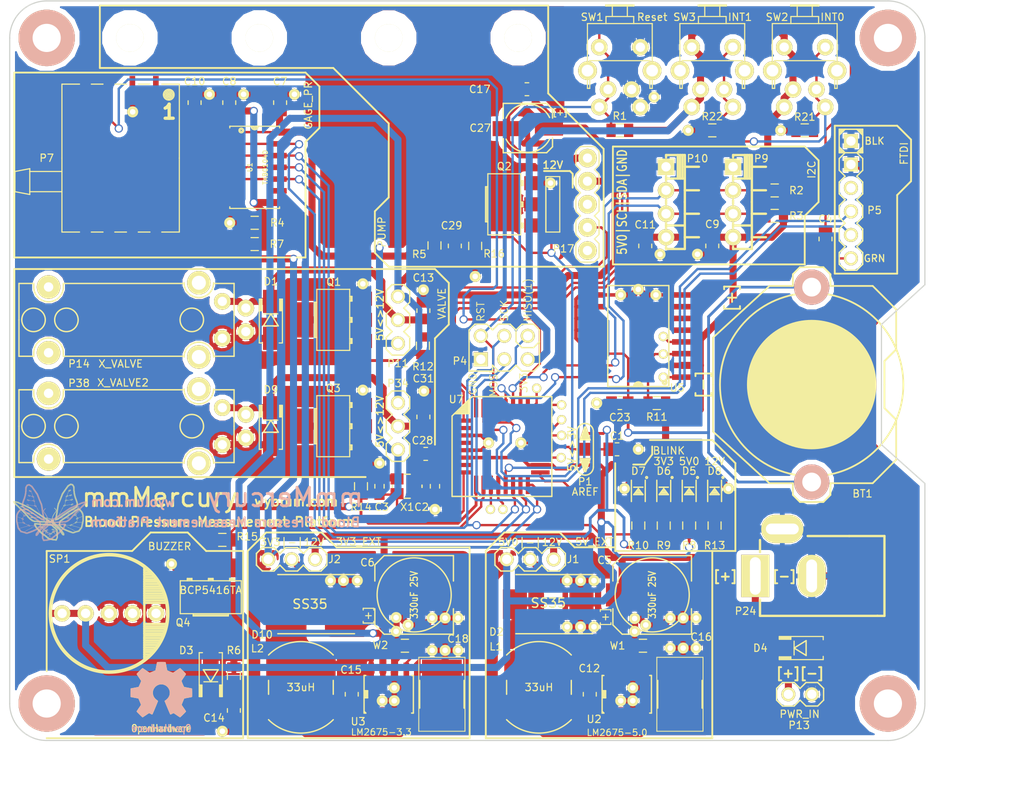
<source format=kicad_pcb>
(kicad_pcb (version 4) (host pcbnew 4.0.0-2.201512072331+6194~38~ubuntu15.04.1-stable)
  (title_block (title "TiNA - Controller for TiM") (company WyoLum) (comment 1 www.wyolum.com))
  (layers (0 F.Cu signal) (31 B.Cu signal) (34 B.Paste user) (35 F.Paste user) (36 B.SilkS user) (37 F.SilkS user) (38 B.Mask user) (39 F.Mask user) (44 Edge.Cuts user))
  (net 0 "")
  (net 1 +3.3V)
  (net 2 /AREF)
  (net 3 /Interface/+Vlv)
  (net 4 /Interface/+Vlv2)
  (net 5 /Interface/-Vlv)
  (net 6 /Interface/-Vlv2)
  (net 7 /Interface/12V)
  (net 8 /Interface/PC3_Pr1)
  (net 9 /Interface/PD4_Valve2)
  (net 10 /Interface/Pump)
  (net 11 /Interface/Spk)
  (net 12 /Interface/~PB1_Pump)
  (net 13 /Interface/~PD5_Valve)
  (net 14 /Interface/~PD6_Spk)
  (net 15 /Interface/~SS)
  (net 16 /PB0)
  (net 17 /PB6)
  (net 18 /PB7)
  (net 19 /PC0)
  (net 20 /PC1)
  (net 21 /PC6)
  (net 22 /PC7)
  (net 23 /PD2)
  (net 24 /PD7)
  (net 25 /pwr/PWR_IN)
  (net 26 /rtc/32k)
  (net 27 /rtc/BAT)
  (net 28 /rtc/RST)
  (net 29 /rtc/SQR)
  (net 30 /~PD3)
  (net 31 /~RTS)
  (net 32 GND)
  (net 33 /PC2)
  (net 34 /Interface/5V0)
  (net 35 /RESET)
  (net 36 "Net-(D5-Pad1)")
  (net 37 "Net-(D6-Pad1)")
  (net 38 "Net-(D7-Pad1)")
  (net 39 "Net-(D8-Pad1)")
  (net 40 /Interface/~MOSI)
  (net 41 /Interface/SCK)
  (net 42 /Interface/MISO)
  (net 43 /RXD)
  (net 44 /TXD)
  (net 45 /Interface/SCL)
  (net 46 /Interface/SDA)
  (net 47 /Interface/Pump_Ret)
  (net 48 /pwr/VSW5)
  (net 49 /pwr/CB5)
  (net 50 /pwr/VSW3)
  (net 51 /pwr/CB3)
  (net 52 "Net-(U2-Pad5)")
  (net 53 "Net-(U3-Pad5)")
  (module mmM:via01 (layer F.Cu) (at 74.3 81.7)
    (fp_text reference REF62 hide)
    (fp_text value via01 hide)
    (pad 1 thru_hole circle (at 0 0) (size 1.2 1.2) (drill 0.6) (layers *.Cu *.Mask F.SilkS) (net 32 GND))
  )
  (module mmM:via01 (layer F.Cu) (at 75.75 81.7)
    (fp_text reference REF61 hide)
    (fp_text value via01 hide)
    (pad 1 thru_hole circle (at 0 0) (size 1.2 1.2) (drill 0.6) (layers *.Cu *.Mask F.SilkS) (net 32 GND))
  )
  (module mmM:via01 (layer F.Cu) (at 77.2 81.7)
    (fp_text reference REF60 hide)
    (fp_text value via01 hide)
    (pad 1 thru_hole circle (at 0 0) (size 1.2 1.2) (drill 0.6) (layers *.Cu *.Mask F.SilkS) (net 32 GND))
  )
  (module mmM:via_th (layer F.Cu) (at 64.35 43.8)
    (fp_text reference REF59 hide)
    (fp_text value via01 hide)
    (pad 1 thru_hole circle (at 0 0) (size 1.2 1.2) (drill 0.6) (layers *.Cu *.Mask F.SilkS) (net 32 GND))
  )
  (module mmM:via01 (layer F.Cu) (at 59.7 84.25)
    (fp_text reference REF1 hide)
    (fp_text value via01 hide)
    (pad 1 thru_hole circle (at 0 0) (size 1.2 1.2) (drill 0.6) (layers *.Cu *.Mask F.SilkS) (net 32 GND))
  )
  (module mmM:via01 (layer F.Cu) (at 61.1 84.25)
    (fp_text reference REF2 hide)
    (fp_text value via01 hide)
    (pad 1 thru_hole circle (at 0 0) (size 1.2 1.2) (drill 0.6) (layers *.Cu *.Mask F.SilkS) (net 32 GND))
  )
  (module mmM:via01 (layer F.Cu) (at 59.7 80.75)
    (fp_text reference REF3 hide)
    (fp_text value via01 hide)
    (pad 1 thru_hole circle (at 0 0) (size 1.2 1.2) (drill 0.6) (layers *.Cu *.Mask F.SilkS) (net 32 GND))
  )
  (module mmM:via01 (layer F.Cu) (at 61.1 80.75)
    (fp_text reference REF4 hide)
    (fp_text value via01 hide)
    (pad 1 thru_hole circle (at 0 0) (size 1.2 1.2) (drill 0.6) (layers *.Cu *.Mask F.SilkS) (net 32 GND))
  )
  (module mmM:via01 (layer F.Cu) (at 85.45 84)
    (fp_text reference REF5 hide)
    (fp_text value via01 hide)
    (pad 1 thru_hole circle (at 0 0) (size 1.2 1.2) (drill 0.6) (layers *.Cu *.Mask F.SilkS) (net 32 GND))
  )
  (module mmM:via01 (layer F.Cu) (at 86.85 84)
    (fp_text reference REF6 hide)
    (fp_text value via01 hide)
    (pad 1 thru_hole circle (at 0 0) (size 1.2 1.2) (drill 0.6) (layers *.Cu *.Mask F.SilkS) (net 32 GND))
  )
  (module mmM:via01 (layer F.Cu) (at 85.45 80.75)
    (fp_text reference REF7 hide)
    (fp_text value via01 hide)
    (pad 1 thru_hole circle (at 0 0) (size 1.2 1.2) (drill 0.6) (layers *.Cu *.Mask F.SilkS) (net 32 GND))
  )
  (module mmM:via01 (layer F.Cu) (at 86.85 80.75)
    (fp_text reference REF8 hide)
    (fp_text value via01 hide)
    (pad 1 thru_hole circle (at 0 0) (size 1.2 1.2) (drill 0.6) (layers *.Cu *.Mask F.SilkS) (net 32 GND))
  )
  (module mmM:via01 (layer F.Cu) (at 77.2 76.7)
    (fp_text reference REF9 hide)
    (fp_text value via01 hide)
    (pad 1 thru_hole circle (at 0 0) (size 1.2 1.2) (drill 0.6) (layers *.Cu *.Mask F.SilkS) (net 32 GND))
  )
  (module mmM:via01 (layer F.Cu) (at 75.75 76.7)
    (fp_text reference REF10 hide)
    (fp_text value via01 hide)
    (pad 1 thru_hole circle (at 0 0) (size 1.2 1.2) (drill 0.6) (layers *.Cu *.Mask F.SilkS) (net 32 GND))
  )
  (module mmM:via01 (layer F.Cu) (at 51.6 76.7)
    (fp_text reference REF11 hide)
    (fp_text value via01 hide)
    (pad 1 thru_hole circle (at 0 0) (size 1.2 1.2) (drill 0.6) (layers *.Cu *.Mask F.SilkS) (net 32 GND))
  )
  (module mmM:via01 (layer F.Cu) (at 81.6 80.8)
    (fp_text reference REF12 hide)
    (fp_text value via01 hide)
    (pad 1 thru_hole circle (at 0 0) (size 1.2 1.2) (drill 0.6) (layers *.Cu *.Mask F.SilkS) (net 32 GND))
  )
  (module mmM:via01 (layer F.Cu) (at 82.8 81.5)
    (fp_text reference REF13 hide)
    (fp_text value via01 hide)
    (pad 1 thru_hole circle (at 0 0) (size 1.2 1.2) (drill 0.6) (layers *.Cu *.Mask F.SilkS) (net 32 GND))
  )
  (module mmM:via01 (layer F.Cu) (at 81.4 89.7)
    (fp_text reference REF14 hide)
    (fp_text value via01 hide)
    (pad 1 thru_hole circle (at 0 0) (size 1.2 1.2) (drill 0.6) (layers *.Cu *.Mask F.SilkS) (net 32 GND))
  )
  (module mmM:via01 (layer F.Cu) (at 81.4 88.3)
    (fp_text reference REF15 hide)
    (fp_text value via01 hide)
    (pad 1 thru_hole circle (at 0 0) (size 1.2 1.2) (drill 0.6) (layers *.Cu *.Mask F.SilkS) (net 32 GND))
  )
  (module mmM:via01 (layer F.Cu) (at 80.1 89.7)
    (fp_text reference REF16 hide)
    (fp_text value via01 hide)
    (pad 1 thru_hole circle (at 0 0) (size 1.2 1.2) (drill 0.6) (layers *.Cu *.Mask F.SilkS) (net 32 GND))
  )
  (module mmM:via01 (layer F.Cu) (at 55.8 80.7)
    (fp_text reference REF17 hide)
    (fp_text value via01 hide)
    (pad 1 thru_hole circle (at 0 0) (size 1.2 1.2) (drill 0.6) (layers *.Cu *.Mask F.SilkS) (net 32 GND))
  )
  (module mmM:via01 (layer F.Cu) (at 55.8 82.2)
    (fp_text reference REF18 hide)
    (fp_text value via01 hide)
    (pad 1 thru_hole circle (at 0 0) (size 1.2 1.2) (drill 0.6) (layers *.Cu *.Mask F.SilkS) (net 32 GND))
  )
  (module mmM:via01 (layer F.Cu) (at 81.6 82.2)
    (fp_text reference REF19 hide)
    (fp_text value via01 hide)
    (pad 1 thru_hole circle (at 0 0) (size 1.2 1.2) (drill 0.6) (layers *.Cu *.Mask F.SilkS) (net 32 GND))
  )
  (module mmM:via01 (layer F.Cu) (at 55.6 88.3)
    (fp_text reference REF20 hide)
    (fp_text value via01 hide)
    (pad 1 thru_hole circle (at 0 0) (size 1.2 1.2) (drill 0.6) (layers *.Cu *.Mask F.SilkS) (net 32 GND))
  )
  (module mmM:via01 (layer F.Cu) (at 57.1 81.5)
    (fp_text reference REF21 hide)
    (fp_text value via01 hide)
    (pad 1 thru_hole circle (at 0 0) (size 1.2 1.2) (drill 0.6) (layers *.Cu *.Mask F.SilkS) (net 32 GND))
  )
  (module mmM:via01 (layer F.Cu) (at 55.6 89.7)
    (fp_text reference REF22 hide)
    (fp_text value via01 hide)
    (pad 1 thru_hole circle (at 0 0) (size 1.2 1.2) (drill 0.6) (layers *.Cu *.Mask F.SilkS) (net 32 GND))
  )
  (module mmM:via01 (layer F.Cu) (at 37 93)
    (fp_text reference REF23 hide)
    (fp_text value via01 hide)
    (pad 1 thru_hole circle (at 0 0) (size 1.2 1.2) (drill 0.6) (layers *.Cu *.Mask F.SilkS) (net 32 GND))
  )
  (module mmM:via01 (layer F.Cu) (at 88.25 84)
    (fp_text reference REF24 hide)
    (fp_text value via01 hide)
    (pad 1 thru_hole circle (at 0 0) (size 1.2 1.2) (drill 0.6) (layers *.Cu *.Mask F.SilkS) (net 32 GND))
  )
  (module mmM:via01 (layer F.Cu) (at 88.25 80.75)
    (fp_text reference REF25 hide)
    (fp_text value via01 hide)
    (pad 1 thru_hole circle (at 0 0) (size 1.2 1.2) (drill 0.6) (layers *.Cu *.Mask F.SilkS) (net 32 GND))
  )
  (module mmM:via01 (layer F.Cu) (at 74.3 76.7)
    (fp_text reference REF26 hide)
    (fp_text value via01 hide)
    (pad 1 thru_hole circle (at 0 0) (size 1.2 1.2) (drill 0.6) (layers *.Cu *.Mask F.SilkS) (net 32 GND))
  )
  (module mmM:via01 (layer F.Cu) (at 62.5 80.75)
    (fp_text reference REF27 hide)
    (fp_text value via01 hide)
    (pad 1 thru_hole circle (at 0 0) (size 1.2 1.2) (drill 0.6) (layers *.Cu *.Mask F.SilkS) (net 32 GND))
  )
  (module mmM:via_th (layer F.Cu) (at 31.5 74.9)
    (fp_text reference REF28 hide)
    (fp_text value via01 hide)
    (pad 1 thru_hole circle (at 0 0) (size 1.2 1.2) (drill 0.6) (layers *.Cu *.Mask F.SilkS) (net 32 GND))
  )
  (module mmM:via_th (layer F.Cu) (at 58.75 45.25)
    (fp_text reference REF29 hide)
    (fp_text value via01 hide)
    (pad 1 thru_hole circle (at 0 0) (size 1.2 1.2) (drill 0.6) (layers *.Cu *.Mask F.SilkS) (net 32 GND))
  )
  (module mmM:via_th (layer F.Cu) (at 77.5 57.5)
    (fp_text reference REF30 hide)
    (fp_text value via01 hide)
    (pad 1 thru_hole circle (at 0 0) (size 1.2 1.2) (drill 0.6) (layers *.Cu *.Mask F.SilkS) (net 32 GND))
  )
  (module mmM:via_th (layer F.Cu) (at 80.5 66.75)
    (fp_text reference REF31 hide)
    (fp_text value via01 hide)
    (pad 1 thru_hole circle (at 0 0) (size 1.2 1.2) (drill 0.6) (layers *.Cu *.Mask F.SilkS) (net 32 GND))
  )
  (module mmM:via_th (layer F.Cu) (at 91.75 66.75)
    (fp_text reference REF32 hide)
    (fp_text value via01 hide)
    (pad 1 thru_hole circle (at 0 0) (size 1.2 1.2) (drill 0.6) (layers *.Cu *.Mask F.SilkS) (net 32 GND))
  )
  (module mmM:via_th (layer F.Cu) (at 82 45.2)
    (fp_text reference REF33 hide)
    (fp_text value via01 hide)
    (pad 1 thru_hole circle (at 0 0) (size 1.2 1.2) (drill 0.6) (layers *.Cu *.Mask F.SilkS) (net 32 GND))
  )
  (module mmM:via_th (layer F.Cu) (at 83.9 45.8)
    (fp_text reference REF34 hide)
    (fp_text value via01 hide)
    (pad 1 thru_hole circle (at 0 0) (size 1.2 1.2) (drill 0.6) (layers *.Cu *.Mask F.SilkS) (net 32 GND))
  )
  (module mmM:via_th (layer F.Cu) (at 80.1 45.8)
    (fp_text reference REF35 hide)
    (fp_text value via01 hide)
    (pad 1 thru_hole circle (at 0 0) (size 1.2 1.2) (drill 0.6) (layers *.Cu *.Mask F.SilkS) (net 32 GND))
  )
  (module mmM:via_th (layer F.Cu) (at 60 69)
    (fp_text reference REF36 hide)
    (fp_text value via01 hide)
    (pad 1 thru_hole circle (at 0 0) (size 1.2 1.2) (drill 0.6) (layers *.Cu *.Mask F.SilkS) (net 32 GND))
  )
  (module mmM:via_th (layer F.Cu) (at 72.5 33.7)
    (fp_text reference REF37 hide)
    (fp_text value via01 hide)
    (pad 1 thru_hole circle (at 0 0) (size 1.2 1.2) (drill 0.6) (layers *.Cu *.Mask F.SilkS) (net 32 GND))
  )
  (module mmM:via_th (layer F.Cu) (at 88.4 41.4)
    (fp_text reference REF38 hide)
    (fp_text value via01 hide)
    (pad 1 thru_hole circle (at 0 0) (size 1.2 1.2) (drill 0.6) (layers *.Cu *.Mask F.SilkS) (net 32 GND))
  )
  (module mmM:via_th (layer F.Cu) (at 84.35 41.4)
    (fp_text reference REF39 hide)
    (fp_text value via01 hide)
    (pad 1 thru_hole circle (at 0 0) (size 1.2 1.2) (drill 0.6) (layers *.Cu *.Mask F.SilkS) (net 32 GND))
  )
  (module mmM:via_th (layer F.Cu) (at 97.4 28)
    (fp_text reference REF40 hide)
    (fp_text value via01 hide)
    (pad 1 thru_hole circle (at 0 0) (size 1.2 1.2) (drill 0.6) (layers *.Cu *.Mask F.SilkS) (net 32 GND))
  )
  (module mmM:via_th (layer F.Cu) (at 87.4 28)
    (fp_text reference REF41 hide)
    (fp_text value via01 hide)
    (pad 1 thru_hole circle (at 0 0) (size 1.2 1.2) (drill 0.6) (layers *.Cu *.Mask F.SilkS) (net 32 GND))
  )
  (module mmM:via_th (layer F.Cu) (at 83.7 24.4)
    (fp_text reference REF42 hide)
    (fp_text value via01 hide)
    (pad 1 thru_hole circle (at 0 0) (size 1.2 1.2) (drill 0.6) (layers *.Cu *.Mask F.SilkS) (net 32 GND))
  )
  (module mmM:via_th (layer F.Cu) (at 52.2 44.6)
    (fp_text reference REF43 hide)
    (fp_text value via01 hide)
    (pad 1 thru_hole circle (at 0 0) (size 1.2 1.2) (drill 0.6) (layers *.Cu *.Mask F.SilkS) (net 32 GND))
  )
  (module mmM:via_th (layer F.Cu) (at 52.2 56.1)
    (fp_text reference REF44 hide)
    (fp_text value via01 hide)
    (pad 1 thru_hole circle (at 0 0) (size 1.2 1.2) (drill 0.6) (layers *.Cu *.Mask F.SilkS) (net 32 GND))
  )
  (module mmM:via_th (layer F.Cu) (at 82 62.5)
    (fp_text reference REF45 hide)
    (fp_text value via01 hide)
    (pad 1 thru_hole circle (at 0 0) (size 1.2 1.2) (drill 0.6) (layers *.Cu *.Mask F.SilkS) (net 32 GND))
  )
  (module mmM:via_th (layer F.Cu) (at 69.3 61.8)
    (fp_text reference REF46 hide)
    (fp_text value via01 hide)
    (pad 1 thru_hole circle (at 0 0) (size 1.2 1.2) (drill 0.6) (layers *.Cu *.Mask F.SilkS) (net 32 GND))
  )
  (module mmM:via_th (layer F.Cu) (at 54 64)
    (fp_text reference REF47 hide)
    (fp_text value via01 hide)
    (pad 1 thru_hole circle (at 0 0) (size 1.2 1.2) (drill 0.6) (layers *.Cu *.Mask F.SilkS) (net 32 GND))
  )
  (module mmM:via_th (layer F.Cu) (at 65.8 61.8)
    (fp_text reference REF48 hide)
    (fp_text value via01 hide)
    (pad 1 thru_hole circle (at 0 0) (size 1.2 1.2) (drill 0.6) (layers *.Cu *.Mask F.SilkS) (net 32 GND))
  )
  (module mmM:via_th (layer F.Cu) (at 37.8 38)
    (fp_text reference REF49 hide)
    (fp_text value via01 hide)
    (pad 1 thru_hole circle (at 0 0) (size 1.2 1.2) (drill 0.6) (layers *.Cu *.Mask F.SilkS) (net 32 GND))
  )
  (module mmM:via_th (layer F.Cu) (at 44.8 24.1)
    (fp_text reference REF50 hide)
    (fp_text value via01 hide)
    (pad 1 thru_hole circle (at 0 0) (size 1.2 1.2) (drill 0.6) (layers *.Cu *.Mask F.SilkS) (net 32 GND))
  )
  (module mmM:via_th (layer F.Cu) (at 35.6 24.1)
    (fp_text reference REF51 hide)
    (fp_text value via01 hide)
    (pad 1 thru_hole circle (at 0 0) (size 1.2 1.2) (drill 0.6) (layers *.Cu *.Mask F.SilkS) (net 32 GND))
  )
  (module mmM:via_th (layer F.Cu) (at 27.3 26)
    (fp_text reference REF52 hide)
    (fp_text value via01 hide)
    (pad 1 thru_hole circle (at 0 0) (size 1.2 1.2) (drill 0.6) (layers *.Cu *.Mask F.SilkS) (net 32 GND))
  )
  (module mmM:via_th (layer F.Cu) (at 39.3 24.1)
    (fp_text reference REF53 hide)
    (fp_text value via01 hide)
    (pad 1 thru_hole circle (at 0 0) (size 1.2 1.2) (drill 0.6) (layers *.Cu *.Mask F.SilkS) (net 32 GND))
  )
  (module mmM:I_O (layer F.Cu) (at 71 55.9)
    (fp_text reference B7 hide)
    (fp_text value PC1 hide)
    (pad 1 thru_hole circle (at 0 0) (size 1.016 1.016) (drill 0.635) (layers *.Cu *.Mask F.SilkS) (net 33 /PC2))
  )
  (module mmM:I_O (layer F.Cu) (at 84.7 52.2 90)
    (fp_text reference B1 hide)
    (fp_text value I_O hide)
    (pad 1 thru_hole circle (at 0 0 90) (size 1.016 1.016) (drill 0.635) (layers *.Cu *.Mask F.SilkS) (net 29 /rtc/SQR))
  )
  (module mmM:I_O (layer F.Cu) (at 84.7 50.3 90)
    (fp_text reference B2 hide)
    (fp_text value I_O hide)
    (pad 1 thru_hole circle (at 0 0 90) (size 1.016 1.016) (drill 0.635) (layers *.Cu *.Mask F.SilkS) (net 28 /rtc/RST))
  )
  (module mmM:I_O (layer F.Cu) (at 84.7 54.7 90)
    (fp_text reference B3 hide)
    (fp_text value I_O hide)
    (pad 1 thru_hole circle (at 0 0 90) (size 1.016 1.016) (drill 0.635) (layers *.Cu *.Mask F.SilkS) (net 26 /rtc/32k))
  )
  (module mmM:I_O (layer F.Cu) (at 66 69)
    (fp_text reference B4 hide)
    (fp_text value PB0 hide)
    (pad 1 thru_hole circle (at 0 0) (size 1.016 1.016) (drill 0.635) (layers *.Cu *.Mask F.SilkS) (net 24 /PD7))
  )
  (module mmM:I_O (layer F.Cu) (at 73.7 59.3)
    (fp_text reference B8 hide)
    (fp_text value PC0 hide)
    (pad 1 thru_hole circle (at 0 0) (size 1.016 1.016) (drill 0.635) (layers *.Cu *.Mask F.SilkS) (net 19 /PC0))
  )
  (module mmM:I_O (layer F.Cu) (at 73.7 57.7)
    (fp_text reference B9 hide)
    (fp_text value PC1 hide)
    (pad 1 thru_hole circle (at 0 0) (size 1.016 1.016) (drill 0.635) (layers *.Cu *.Mask F.SilkS) (net 20 /PC1))
  )
  (module mmM:I_O (layer F.Cu) (at 73.65 63.4)
    (fp_text reference B10 hide)
    (fp_text value PC6 hide)
    (pad 1 thru_hole circle (at 0 0) (size 1.016 1.016) (drill 0.635) (layers *.Cu *.Mask F.SilkS) (net 21 /PC6))
  )
  (module mmM:I_O (layer F.Cu) (at 73.7 61)
    (fp_text reference B11 hide)
    (fp_text value PC7 hide)
    (pad 1 thru_hole circle (at 0 0) (size 1.016 1.016) (drill 0.635) (layers *.Cu *.Mask F.SilkS) (net 22 /PC7))
  )
  (module mmM:I_O (layer F.Cu) (at 67.35 69)
    (fp_text reference B12 hide)
    (fp_text value PB0 hide)
    (pad 1 thru_hole circle (at 0 0) (size 1.016 1.016) (drill 0.635) (layers *.Cu *.Mask F.SilkS) (net 16 /PB0))
  )
  (module mmM:CR2032 (layer F.Cu) (at 100.75 55.5 270)
    (fp_text reference BT1 (at 11.8 -5.5 360) (layer F.SilkS) (effects (font (size 0.8 0.8) (thickness 0.12))))
    (fp_text value BATT_HOLDER hide)
    (fp_text user [-] (at 0 11.8 270) (layer F.SilkS) (effects (font (size 1.2 1.2) (thickness 0.2))))
    (fp_text user [+] (at -9.4 8.7 270) (layer F.SilkS) (effects (font (size 1.2 1.2) (thickness 0.2))))
    (pad + thru_hole circle (at -10.541 0 270) (size 3.81 3.81) (drill 2.032) (layers B.Cu B.Adhes B.Paste B.SilkS B.Mask) (net 27 /rtc/BAT))
    (pad + thru_hole circle (at 10.541 0 270) (size 3.81 3.81) (drill 2.032) (layers B.Cu B.Adhes B.Paste B.SilkS B.Mask) (net 27 /rtc/BAT))
    (pad - smd circle (at 0 0 270) (size 14 14) (layers F.Cu F.Adhes F.Paste F.SilkS F.Mask) (net 32 GND))
  )
  (module mmM:C_ELCO_SMD (layer F.Cu) (at 70.05 27.75 90)
    (fp_text reference C27 (at 0 -5.15 180) (layer F.SilkS) (effects (font (size 0.8 0.8) (thickness 0.12))))
    (fp_text value 100uF hide)
    (fp_text user [+] (at 1.7 3.5 180) (layer F.SilkS) (effects (font (size 0.635 0.635) (thickness 0.127))))
    (pad 1 smd rect (at 0 2.286 90) (size 1.6256 3.048) (layers F.Cu F.Paste F.Mask) (net 7 /Interface/12V))
    (pad 2 smd rect (at -0.0635 -2.286 90) (size 1.6256 3.048) (layers F.Cu F.Paste F.Mask) (net 32 GND))
  )
  (module mmM:diode-DO214AC (layer F.Cu) (at 42.25 48.5 90)
    (fp_text reference D1 (at 4.15 0 180) (layer F.SilkS) (effects (font (size 0.8 0.8) (thickness 0.12))))
    (fp_text value ES1D-13-F hide)
    (pad 2 smd rect (at 2 0 90) (size 2.5 1.7) (layers F.Cu F.Paste F.Mask) (net 3 /Interface/+Vlv))
    (pad 1 smd rect (at -2 0 90) (size 2.5 1.7) (layers F.Cu F.Paste F.Mask) (net 5 /Interface/-Vlv))
  )
  (module mmM:diode-DO214AC (layer F.Cu) (at 35.75 87 270)
    (fp_text reference D3 (at -2.75 2.65 360) (layer F.SilkS) (effects (font (size 0.8 0.8) (thickness 0.12))))
    (fp_text value ES1D-13-F hide)
    (pad 2 smd rect (at 2 0 270) (size 2.5 1.7) (layers F.Cu F.Paste F.Mask) (net 34 /Interface/5V0))
    (pad 1 smd rect (at -2 0 270) (size 2.5 1.7) (layers F.Cu F.Paste F.Mask) (net 11 /Interface/Spk))
  )
  (module mmM:diode-DO214AC (layer F.Cu) (at 99.5 84 180)
    (fp_text reference D4 (at 4.3 0 360) (layer F.SilkS) (effects (font (size 0.8 0.8) (thickness 0.12))))
    (fp_text value ES1D-13-F hide)
    (pad 2 smd rect (at 2 0 180) (size 2.5 1.7) (layers F.Cu F.Paste F.Mask) (net 7 /Interface/12V))
    (pad 1 smd rect (at -2 0 180) (size 2.5 1.7) (layers F.Cu F.Paste F.Mask) (net 25 /pwr/PWR_IN))
  )
  (module mmM:led_0805 (layer F.Cu) (at 87.5 67 270)
    (fp_text reference D5 (at -2.15 0 360) (layer F.SilkS) (effects (font (size 0.8 0.8) (thickness 0.12))))
    (fp_text value 5V0 (at -3.2 0 360) (layer F.SilkS) (effects (font (size 0.8 0.8) (thickness 0.12))))
    (pad 1 smd rect (at 1.016 0 270) (size 1.016 1.27) (layers F.Cu F.Paste F.Mask) (net 36 "Net-(D5-Pad1)"))
    (pad 2 smd rect (at -1.016 0 270) (size 1.016 1.27) (layers F.Cu F.Paste F.Mask) (net 32 GND))
  )
  (module mmM:led_0805 (layer F.Cu) (at 84.75 67 270)
    (fp_text reference D6 (at -2.15 0 360) (layer F.SilkS) (effects (font (size 0.8 0.8) (thickness 0.12))))
    (fp_text value 3V3 (at -3.2 0 360) (layer F.SilkS) (effects (font (size 0.8 0.8) (thickness 0.12))))
    (pad 1 smd rect (at 1.016 0 270) (size 1.016 1.27) (layers F.Cu F.Paste F.Mask) (net 37 "Net-(D6-Pad1)"))
    (pad 2 smd rect (at -1.016 0 270) (size 1.016 1.27) (layers F.Cu F.Paste F.Mask) (net 32 GND))
  )
  (module mmM:led_0805 (layer F.Cu) (at 82 67 270)
    (fp_text reference D7 (at -2.15 0 360) (layer F.SilkS) (effects (font (size 0.8 0.8) (thickness 0.12))))
    (fp_text value BLINK (at -4.35 -3.3 360) (layer F.SilkS) (effects (font (size 0.8 0.8) (thickness 0.12))))
    (pad 1 smd rect (at 1.016 0 270) (size 1.016 1.27) (layers F.Cu F.Paste F.Mask) (net 38 "Net-(D7-Pad1)"))
    (pad 2 smd rect (at -1.016 0 270) (size 1.016 1.27) (layers F.Cu F.Paste F.Mask) (net 32 GND))
  )
  (module mmM:led_0805 (layer F.Cu) (at 90.25 67 270)
    (fp_text reference D8 (at -2.15 0 360) (layer F.SilkS) (effects (font (size 0.8 0.8) (thickness 0.12))))
    (fp_text value 12V (at -3.2 0 360) (layer F.SilkS) (effects (font (size 0.8 0.8) (thickness 0.12))))
    (pad 1 smd rect (at 1.016 0 270) (size 1.016 1.27) (layers F.Cu F.Paste F.Mask) (net 39 "Net-(D8-Pad1)"))
    (pad 2 smd rect (at -1.016 0 270) (size 1.016 1.27) (layers F.Cu F.Paste F.Mask) (net 32 GND))
  )
  (module mmM:diode-DO214AC (layer F.Cu) (at 42.25 60 90)
    (fp_text reference D9 (at 3.95 0 180) (layer F.SilkS) (effects (font (size 0.8 0.8) (thickness 0.12))))
    (fp_text value ES1D-13-F hide)
    (pad 2 smd rect (at 2 0 90) (size 2.5 1.7) (layers F.Cu F.Paste F.Mask) (net 4 /Interface/+Vlv2))
    (pad 1 smd rect (at -2 0 90) (size 2.5 1.7) (layers F.Cu F.Paste F.Mask) (net 6 /Interface/-Vlv2))
  )
  (module mmM:ShortLink2 (layer F.Cu) (at 76.25 62.5 270)
    (fp_text reference P1 (at 3.5 0 360) (layer F.SilkS) (effects (font (size 0.8 0.8) (thickness 0.12))))
    (fp_text value AREF (at 4.6 0 360) (layer F.SilkS) (effects (font (size 0.8 0.8) (thickness 0.12))))
    (pad 1 smd trapezoid (at -1.7145 0 270) (size 1.524 0.762) (rect_delta -0.508 0) (layers F.Cu F.Paste F.SilkS F.Mask) (net 1 +3.3V) (clearance 0.1))
    (pad 3 smd trapezoid (at 1.7145 0 270) (size 1.524 0.762) (rect_delta 0.508 0) (layers F.Cu F.Paste F.SilkS F.Mask) (net 34 /Interface/5V0) (clearance 0.1))
    (pad 2 smd rect (at 0 0 270) (size 1.4 1.4) (layers F.Cu F.Paste F.Mask) (net 2 /AREF) (clearance 0.1))
  )
  (module mmM:Header_ISP (layer F.Cu) (at 67.5 51.5)
    (fp_text reference P4 (at -4.8 1.45 180) (layer F.SilkS) (effects (font (size 0.8 0.8) (thickness 0.12))))
    (fp_text value ICSP hide)
    (fp_text user 3V3 (at 2.1 3.8 90) (layer F.SilkS) (effects (font (size 0.8 0.8) (thickness 0.1))))
    (fp_text user MOSI (at -1.15 3.9 90) (layer F.SilkS) (effects (font (size 0.8 0.8) (thickness 0.1))))
    (fp_text user GND (at -3.4 3.9 90) (layer F.SilkS) (effects (font (size 0.8 0.8) (thickness 0.1))))
    (fp_text user "MISO(1)" (at 2.55 -5.15 90) (layer F.SilkS) (effects (font (size 0.8 0.8) (thickness 0.1))))
    (fp_text user SCK (at 0 -4 90) (layer F.SilkS) (effects (font (size 0.8 0.8) (thickness 0.1))))
    (fp_text user RST (at -2.55 -3.9 90) (layer F.SilkS) (effects (font (size 0.8 0.8) (thickness 0.1))))
    (pad 6 thru_hole rect (at -2.54 1.27) (size 1.524 1.524) (drill 1.016) (layers *.Cu *.Mask F.SilkS) (net 32 GND))
    (pad 5 thru_hole circle (at -2.54 -1.27) (size 1.524 1.524) (drill 1.016) (layers *.Cu *.Mask F.SilkS) (net 35 /RESET))
    (pad 4 thru_hole circle (at 0 1.27) (size 1.524 1.524) (drill 1.016) (layers *.Cu *.Mask F.SilkS) (net 40 /Interface/~MOSI))
    (pad 3 thru_hole circle (at 0 -1.27) (size 1.524 1.524) (drill 1.016) (layers *.Cu *.Mask F.SilkS) (net 41 /Interface/SCK))
    (pad 2 thru_hole circle (at 2.54 1.27) (size 1.524 1.524) (drill 1.016) (layers *.Cu *.Mask F.SilkS) (net 34 /Interface/5V0))
    (pad 1 thru_hole circle (at 2.54 -1.27) (size 1.524 1.524) (drill 1.016) (layers *.Cu *.Mask F.SilkS) (net 42 /Interface/MISO))
  )
  (module mmM:Header_FTDI (layer F.Cu) (at 105 35.5 270)
    (fp_text reference P5 (at 1.15 -2.55 360) (layer F.SilkS) (effects (font (size 0.8 0.8) (thickness 0.12))))
    (fp_text value FTDI (at -5 -5.75 450) (layer F.SilkS) (effects (font (size 0.8 0.8) (thickness 0.12))))
    (fp_text user GRN (at 6.35 -2.55 360) (layer F.SilkS) (effects (font (size 0.762 0.762) (thickness 0.127))))
    (fp_text user BLK (at -6.35 -2.55 360) (layer F.SilkS) (effects (font (size 0.762 0.762) (thickness 0.127))))
    (pad 1 thru_hole rect (at -6.35 0 270) (size 1.524 1.524) (drill 1.016) (layers *.Cu *.Mask F.SilkS) (net 32 GND))
    (pad 2 thru_hole rect (at -3.81 0 270) (size 1.524 1.524) (drill 1.016) (layers *.Cu *.Mask F.SilkS) (net 32 GND))
    (pad 3 thru_hole circle (at -1.27 0 270) (size 1.524 1.524) (drill 1.016) (layers *.Cu *.Mask F.SilkS))
    (pad 4 thru_hole circle (at 1.27 0 270) (size 1.524 1.524) (drill 1.016) (layers *.Cu *.Mask F.SilkS) (net 43 /RXD))
    (pad 5 thru_hole circle (at 3.81 0 270) (size 1.524 1.524) (drill 1.016) (layers *.Cu *.Mask F.SilkS) (net 44 /TXD))
    (pad 6 thru_hole circle (at 6.35 0 270) (size 1.524 1.524) (drill 1.016) (layers *.Cu *.Mask F.SilkS) (net 31 /~RTS))
  )
  (module mmM:pin_strip_4-90 (layer F.Cu) (at 92.25 35.75 90)
    (fp_text reference P9 (at 4.7 3.05 180) (layer F.SilkS) (effects (font (size 0.8 0.8) (thickness 0.12))))
    (fp_text value C3SB hide)
    (pad 1 thru_hole circle (at -3.81 0 90) (size 1.778 1.778) (drill 1.016) (layers *.Cu *.Mask F.SilkS) (net 34 /Interface/5V0))
    (pad 2 thru_hole circle (at -1.27 0 90) (size 1.778 1.778) (drill 1.016) (layers *.Cu *.Mask F.SilkS) (net 45 /Interface/SCL))
    (pad 3 thru_hole circle (at 1.27 0 90) (size 1.778 1.778) (drill 1.016) (layers *.Cu *.Mask F.SilkS) (net 46 /Interface/SDA))
    (pad 4 thru_hole rect (at 3.81 0 90) (size 1.778 1.778) (drill 1.016) (layers *.Cu *.Mask F.SilkS) (net 32 GND))
  )
  (module mmM:pin_strip_4-90 (layer F.Cu) (at 85 35.75 90)
    (fp_text reference P10 (at 4.7 3.4 180) (layer F.SilkS) (effects (font (size 0.8 0.8) (thickness 0.12))))
    (fp_text value C3SB hide)
    (pad 1 thru_hole circle (at -3.81 0 90) (size 1.778 1.778) (drill 1.016) (layers *.Cu *.Mask F.SilkS) (net 34 /Interface/5V0))
    (pad 2 thru_hole circle (at -1.27 0 90) (size 1.778 1.778) (drill 1.016) (layers *.Cu *.Mask F.SilkS) (net 45 /Interface/SCL))
    (pad 3 thru_hole circle (at 1.27 0 90) (size 1.778 1.778) (drill 1.016) (layers *.Cu *.Mask F.SilkS) (net 46 /Interface/SDA))
    (pad 4 thru_hole rect (at 3.81 0 90) (size 1.778 1.778) (drill 1.016) (layers *.Cu *.Mask F.SilkS) (net 32 GND))
  )
  (module mmM:Header_3 (layer F.Cu) (at 56 48.5 90)
    (fp_text reference P11 (at -4.7 0 180) (layer F.SilkS) (effects (font (size 0.8 0.8) (thickness 0.12))))
    (fp_text value VSel_Vlv hide)
    (pad 1 thru_hole circle (at -2.54 0 90) (size 1.524 1.524) (drill 1.016) (layers *.Cu *.Mask F.SilkS) (net 34 /Interface/5V0))
    (pad 2 thru_hole circle (at 0 0 90) (size 1.524 1.524) (drill 1.016) (layers *.Cu *.Mask F.SilkS) (net 3 /Interface/+Vlv))
    (pad 3 thru_hole circle (at 2.54 0 90) (size 1.524 1.524) (drill 1.016) (layers *.Cu *.Mask F.SilkS) (net 7 /Interface/12V))
  )
  (module mmM:Header_2 (layer F.Cu) (at 99.5 89)
    (fp_text reference P13 (at -0.1 3.35 180) (layer F.SilkS) (effects (font (size 0.8 0.8) (thickness 0.12))))
    (fp_text value PWR_IN (at -0.05 2.15 180) (layer F.SilkS) (effects (font (size 0.8 0.8) (thickness 0.12))))
    (pad 1 thru_hole circle (at -1.27 0) (size 1.524 1.524) (drill 1.016) (layers *.Cu *.Mask F.SilkS) (net 25 /pwr/PWR_IN))
    (pad 2 thru_hole circle (at 1.27 0) (size 1.524 1.524) (drill 1.016) (layers *.Cu *.Mask F.SilkS) (net 32 GND))
  )
  (module mmM:X_Valve_2 (layer F.Cu) (at 37 48.5 180)
    (fp_text reference P14 (at 15.5 -4.75 180) (layer F.SilkS) (effects (font (size 0.8 0.8) (thickness 0.12))))
    (fp_text value X_VALVE (at 11 -4.75 180) (layer F.SilkS) (effects (font (size 0.8 0.8) (thickness 0.12))))
    (pad "" thru_hole circle (at 18.796 -3.556 180) (size 2.54 2.54) (drill 1.016) (layers *.Cu *.Mask F.SilkS))
    (pad "" thru_hole circle (at 18.796 3.556 180) (size 2.54 2.54) (drill 1.016) (layers *.Cu *.Mask F.SilkS))
    (pad "" thru_hole circle (at 2.54 4.0132 180) (size 2.54 2.54) (drill 1.524) (layers *.Cu *.Mask F.SilkS))
    (pad "" thru_hole circle (at 2.54 -4.0132 180) (size 2.54 2.54) (drill 1.524) (layers *.Cu *.Mask F.SilkS))
    (pad 1 thru_hole circle (at 0 -2 180) (size 1.8 1.8) (drill 1) (layers *.Cu *.Mask F.SilkS) (net 5 /Interface/-Vlv))
    (pad 2 thru_hole circle (at 0 2 180) (size 1.8 1.8) (drill 1) (layers *.Cu *.Mask F.SilkS) (net 3 /Interface/+Vlv))
    (pad 1 thru_hole circle (at -2.54 -1.27 180) (size 1.8 1.8) (drill 1) (layers *.Cu *.Mask F.SilkS) (net 5 /Interface/-Vlv))
    (pad 2 thru_hole circle (at -2.54 1.27 180) (size 1.8 1.8) (drill 1) (layers *.Cu *.Mask F.SilkS) (net 3 /Interface/+Vlv))
  )
  (module mmM:JACK_ALIM (layer F.Cu) (at 100.75 76.2 180)
    (fp_text reference P24 (at 7.15 -3.8 180) (layer F.SilkS) (effects (font (size 0.8 0.8) (thickness 0.12))))
    (fp_text value PWR_IN hide)
    (pad 2 thru_hole oval (at 0 0 180) (size 3.048 4.572) (drill oval 1.1684 3.556) (layers *.Cu *.Mask F.SilkS) (net 32 GND))
    (pad 1 thru_hole rect (at 6.096 0 180) (size 3.048 4.572) (drill oval 1.1684 4.064) (layers *.Cu *.Mask F.SilkS) (net 25 /pwr/PWR_IN))
    (pad 3 thru_hole oval (at 3.175 5.08 180) (size 4.572 3.048) (drill oval 3.556 1.1684) (layers *.Cu *.Mask F.SilkS) (net 32 GND))
  )
  (module mmM:Header_3 (layer F.Cu) (at 56 60 90)
    (fp_text reference P34 (at 4.6355 0 180) (layer F.SilkS) (effects (font (size 0.8 0.8) (thickness 0.12))))
    (fp_text value VSel_Vlv2 hide)
    (pad 1 thru_hole circle (at -2.54 0 90) (size 1.524 1.524) (drill 1.016) (layers *.Cu *.Mask F.SilkS) (net 34 /Interface/5V0))
    (pad 2 thru_hole circle (at 0 0 90) (size 1.524 1.524) (drill 1.016) (layers *.Cu *.Mask F.SilkS) (net 4 /Interface/+Vlv2))
    (pad 3 thru_hole circle (at 2.54 0 90) (size 1.524 1.524) (drill 1.016) (layers *.Cu *.Mask F.SilkS) (net 7 /Interface/12V))
  )
  (module mmM:X_Valve_2 (layer F.Cu) (at 37 60 180)
    (fp_text reference P38 (at 15.5 4.65 180) (layer F.SilkS) (effects (font (size 0.8 0.8) (thickness 0.12))))
    (fp_text value X_VALVE2 (at 10.75 4.7 180) (layer F.SilkS) (effects (font (size 0.8 0.8) (thickness 0.12))))
    (pad "" thru_hole circle (at 18.796 -3.556 180) (size 2.54 2.54) (drill 1.016) (layers *.Cu *.Mask F.SilkS))
    (pad "" thru_hole circle (at 18.796 3.556 180) (size 2.54 2.54) (drill 1.016) (layers *.Cu *.Mask F.SilkS))
    (pad "" thru_hole circle (at 2.54 4.0132 180) (size 2.54 2.54) (drill 1.524) (layers *.Cu *.Mask F.SilkS))
    (pad "" thru_hole circle (at 2.54 -4.0132 180) (size 2.54 2.54) (drill 1.524) (layers *.Cu *.Mask F.SilkS))
    (pad 1 thru_hole circle (at 0 -2 180) (size 1.8 1.8) (drill 1) (layers *.Cu *.Mask F.SilkS) (net 6 /Interface/-Vlv2))
    (pad 2 thru_hole circle (at 0 2 180) (size 1.8 1.8) (drill 1) (layers *.Cu *.Mask F.SilkS) (net 4 /Interface/+Vlv2))
    (pad 1 thru_hole circle (at -2.54 -1.27 180) (size 1.8 1.8) (drill 1) (layers *.Cu *.Mask F.SilkS) (net 6 /Interface/-Vlv2))
    (pad 2 thru_hole circle (at -2.54 1.27 180) (size 1.8 1.8) (drill 1) (layers *.Cu *.Mask F.SilkS) (net 4 /Interface/+Vlv2))
  )
  (module mmM:SOT223 (layer F.Cu) (at 49 48.5 90)
    (fp_text reference Q1 (at 4.1 0.05 180) (layer F.SilkS) (effects (font (size 0.8 0.8) (thickness 0.12))))
    (fp_text value BCP5416TA hide)
    (pad 2 smd rect (at 0 -3.175 90) (size 3.81 2.032) (layers F.Cu F.Paste F.Mask) (net 5 /Interface/-Vlv))
    (pad 2 smd rect (at 0 3.175 90) (size 1.524 2.032) (layers F.Cu F.Paste F.Mask) (net 5 /Interface/-Vlv))
    (pad 3 smd rect (at 2.286 3.175 90) (size 1.524 2.032) (layers F.Cu F.Paste F.Mask) (net 32 GND))
    (pad 1 smd rect (at -2.286 3.175 90) (size 1.524 2.032) (layers F.Cu F.Paste F.Mask) (net 9 /Interface/PD4_Valve2))
  )
  (module mmM:SOT223 (layer F.Cu) (at 67.5 36 90)
    (fp_text reference Q2 (at 4.1 0 180) (layer F.SilkS) (effects (font (size 0.8 0.8) (thickness 0.12))))
    (fp_text value BCP5416TA hide)
    (pad 2 smd rect (at 0 -3.175 90) (size 3.81 2.032) (layers F.Cu F.Paste F.Mask) (net 47 /Interface/Pump_Ret))
    (pad 2 smd rect (at 0 3.175 90) (size 1.524 2.032) (layers F.Cu F.Paste F.Mask) (net 47 /Interface/Pump_Ret))
    (pad 3 smd rect (at 2.286 3.175 90) (size 1.524 2.032) (layers F.Cu F.Paste F.Mask) (net 32 GND))
    (pad 1 smd rect (at -2.286 3.175 90) (size 1.524 2.032) (layers F.Cu F.Paste F.Mask) (net 12 /Interface/~PB1_Pump))
  )
  (module mmM:SOT223 (layer F.Cu) (at 49 60 90)
    (fp_text reference Q3 (at 4.1 0 180) (layer F.SilkS) (effects (font (size 0.8 0.8) (thickness 0.12))))
    (fp_text value BCP5416TA hide)
    (pad 2 smd rect (at 0 -3.175 90) (size 3.81 2.032) (layers F.Cu F.Paste F.Mask) (net 6 /Interface/-Vlv2))
    (pad 2 smd rect (at 0 3.175 90) (size 1.524 2.032) (layers F.Cu F.Paste F.Mask) (net 6 /Interface/-Vlv2))
    (pad 3 smd rect (at 2.286 3.175 90) (size 1.524 2.032) (layers F.Cu F.Paste F.Mask) (net 32 GND))
    (pad 1 smd rect (at -2.286 3.175 90) (size 1.524 2.032) (layers F.Cu F.Paste F.Mask) (net 13 /Interface/~PD5_Valve))
  )
  (module mmM:SOT223 (layer F.Cu) (at 35.75 78.5 180)
    (fp_text reference Q4 (at 3 -2.75 180) (layer F.SilkS) (effects (font (size 0.8 0.8) (thickness 0.12))))
    (fp_text value BCP5416TA (at 0 0.762 180) (layer F.SilkS) (effects (font (size 0.8 0.8) (thickness 0.12))))
    (pad 2 smd rect (at 0 -3.175 180) (size 3.81 2.032) (layers F.Cu F.Paste F.Mask) (net 11 /Interface/Spk))
    (pad 2 smd rect (at 0 3.175 180) (size 1.524 2.032) (layers F.Cu F.Paste F.Mask) (net 11 /Interface/Spk))
    (pad 3 smd rect (at 2.286 3.175 180) (size 1.524 2.032) (layers F.Cu F.Paste F.Mask) (net 32 GND))
    (pad 1 smd rect (at -2.286 3.175 180) (size 1.524 2.032) (layers F.Cu F.Paste F.Mask) (net 14 /Interface/~PD6_Spk))
  )
  (module mmM:vite_3mm (layer F.Cu) (at 18 18)
    (fp_text reference SC6 hide)
    (fp_text value SCREW hide)
    (pad 1 thru_hole circle (at 0 0) (size 6.096 6.096) (drill 3.048) (layers *.Cu *.SilkS *.Mask))
  )
  (module mmM:vite_3mm (layer F.Cu) (at 109 18)
    (fp_text reference SC7 hide)
    (fp_text value SCREW hide)
    (pad 1 thru_hole circle (at 0 0) (size 6.096 6.096) (drill 3.048) (layers *.Cu *.SilkS *.Mask))
  )
  (module mmM:vite_3mm (layer F.Cu) (at 18 90)
    (fp_text reference SC9 hide)
    (fp_text value SCREW hide)
    (pad 1 thru_hole circle (at 0 0) (size 6.096 6.096) (drill 3.048) (layers *.Cu *.SilkS *.Mask))
  )
  (module mmM:vite_3mm (layer F.Cu) (at 109 90)
    (fp_text reference SC10 hide)
    (fp_text value SCREW hide)
    (pad 1 thru_hole circle (at 0 0) (size 6.096 6.096) (drill 3.048) (layers *.Cu *.SilkS *.Mask))
  )
  (module mmM:Speaker (layer F.Cu) (at 24.75 80.25)
    (fp_text reference SP1 (at -5.35 -5.9 180) (layer F.SilkS) (effects (font (size 0.8 0.8) (thickness 0.12))))
    (fp_text value BUZZER (at 6.55 -7.25 180) (layer F.SilkS) (effects (font (size 0.8 0.8) (thickness 0.12))))
    (pad 1 thru_hole circle (at -2.54 0) (size 1.778 1.778) (drill 1.016) (layers *.Cu *.Mask F.SilkS) (net 34 /Interface/5V0))
    (pad 2 thru_hole circle (at 5.08 0) (size 1.778 1.778) (drill 1.016) (layers *.Cu *.Mask F.SilkS) (net 11 /Interface/Spk))
    (pad 2 thru_hole circle (at 2.54 0) (size 1.778 1.778) (drill 1.016) (layers *.Cu *.Mask F.SilkS) (net 11 /Interface/Spk))
    (pad 1 thru_hole circle (at -5.08 0) (size 1.778 1.778) (drill 1.016) (layers *.Cu *.Mask F.SilkS) (net 34 /Interface/5V0))
    (pad 2 thru_hole circle (at 0 0) (size 1.778 1.778) (drill 1.016) (layers *.Cu *.Mask F.SilkS) (net 11 /Interface/Spk))
  )
  (module mmM:SW_PB_V_H (layer F.Cu) (at 80 19 270)
    (fp_text reference SW1 (at -3.25 3 360) (layer F.SilkS) (effects (font (size 0.8 0.8) (thickness 0.12))))
    (fp_text value Reset (at -3.25 -3.5 360) (layer F.SilkS) (effects (font (size 0.8 0.8) (thickness 0.12))))
    (pad 1 thru_hole circle (at 0 -2.2225 270) (size 1.778 1.778) (drill 1.016) (layers *.Cu *.Mask F.SilkS) (net 32 GND))
    (pad 2 thru_hole circle (at 0 2.2225 270) (size 1.778 1.778) (drill 1.016) (layers *.Cu *.Mask F.SilkS) (net 35 /RESET))
    (pad 3 thru_hole circle (at 2.54 -3.4925 270) (size 2.032 2.032) (drill 1.27) (layers *.Cu *.Mask F.SilkS))
    (pad 3 thru_hole circle (at 2.54 3.4925 270) (size 2.032 2.032) (drill 1.27) (layers *.Cu *.Mask F.SilkS))
    (pad 2 thru_hole circle (at 6.477 2.2225 270) (size 1.778 1.778) (drill 1.016) (layers *.Cu *.Mask F.SilkS) (net 35 /RESET))
    (pad 1 thru_hole circle (at 6.477 -2.2225 270) (size 1.778 1.778) (drill 1.016) (layers *.Cu *.Mask F.SilkS) (net 32 GND))
    (pad 2 thru_hole circle (at 4.572 1.27 270) (size 1.778 1.778) (drill 1.016) (layers *.Cu *.Mask F.SilkS) (net 35 /RESET))
    (pad 1 thru_hole circle (at 4.572 -1.27 270) (size 1.778 1.778) (drill 1.016) (layers *.Cu *.Mask F.SilkS) (net 32 GND))
  )
  (module mmM:SW_PB_V_H (layer F.Cu) (at 100 19 270)
    (fp_text reference SW2 (at -3.25 3 360) (layer F.SilkS) (effects (font (size 0.8 0.8) (thickness 0.12))))
    (fp_text value INT0 (at -3.25 -3 360) (layer F.SilkS) (effects (font (size 0.8 0.8) (thickness 0.12))))
    (pad 1 thru_hole circle (at 0 -2.2225 270) (size 1.778 1.778) (drill 1.016) (layers *.Cu *.Mask F.SilkS) (net 23 /PD2))
    (pad 2 thru_hole circle (at 0 2.2225 270) (size 1.778 1.778) (drill 1.016) (layers *.Cu *.Mask F.SilkS) (net 34 /Interface/5V0))
    (pad 3 thru_hole circle (at 2.54 -3.4925 270) (size 2.032 2.032) (drill 1.27) (layers *.Cu *.Mask F.SilkS))
    (pad 3 thru_hole circle (at 2.54 3.4925 270) (size 2.032 2.032) (drill 1.27) (layers *.Cu *.Mask F.SilkS))
    (pad 2 thru_hole circle (at 6.477 2.2225 270) (size 1.778 1.778) (drill 1.016) (layers *.Cu *.Mask F.SilkS) (net 34 /Interface/5V0))
    (pad 1 thru_hole circle (at 6.477 -2.2225 270) (size 1.778 1.778) (drill 1.016) (layers *.Cu *.Mask F.SilkS) (net 23 /PD2))
    (pad 2 thru_hole circle (at 4.572 1.27 270) (size 1.778 1.778) (drill 1.016) (layers *.Cu *.Mask F.SilkS) (net 34 /Interface/5V0))
    (pad 1 thru_hole circle (at 4.572 -1.27 270) (size 1.778 1.778) (drill 1.016) (layers *.Cu *.Mask F.SilkS) (net 23 /PD2))
  )
  (module mmM:SW_PB_V_H (layer F.Cu) (at 90 19 270)
    (fp_text reference SW3 (at -3.25 3 360) (layer F.SilkS) (effects (font (size 0.8 0.8) (thickness 0.12))))
    (fp_text value INT1 (at -3.25 -3 360) (layer F.SilkS) (effects (font (size 0.8 0.8) (thickness 0.12))))
    (pad 1 thru_hole circle (at 0 -2.2225 270) (size 1.778 1.778) (drill 1.016) (layers *.Cu *.Mask F.SilkS) (net 30 /~PD3))
    (pad 2 thru_hole circle (at 0 2.2225 270) (size 1.778 1.778) (drill 1.016) (layers *.Cu *.Mask F.SilkS) (net 34 /Interface/5V0))
    (pad 3 thru_hole circle (at 2.54 -3.4925 270) (size 2.032 2.032) (drill 1.27) (layers *.Cu *.Mask F.SilkS))
    (pad 3 thru_hole circle (at 2.54 3.4925 270) (size 2.032 2.032) (drill 1.27) (layers *.Cu *.Mask F.SilkS))
    (pad 2 thru_hole circle (at 6.477 2.2225 270) (size 1.778 1.778) (drill 1.016) (layers *.Cu *.Mask F.SilkS) (net 34 /Interface/5V0))
    (pad 1 thru_hole circle (at 6.477 -2.2225 270) (size 1.778 1.778) (drill 1.016) (layers *.Cu *.Mask F.SilkS) (net 30 /~PD3))
    (pad 2 thru_hole circle (at 4.572 1.27 270) (size 1.778 1.778) (drill 1.016) (layers *.Cu *.Mask F.SilkS) (net 34 /Interface/5V0))
    (pad 1 thru_hole circle (at 4.572 -1.27 270) (size 1.778 1.778) (drill 1.016) (layers *.Cu *.Mask F.SilkS) (net 30 /~PD3))
  )
  (module mmM:DS3231 (layer F.Cu) (at 82 50.25 90)
    (fp_text reference U5 (at -5.6 4.2 180) (layer F.SilkS) (effects (font (size 0.8 0.8) (thickness 0.12))))
    (fp_text value DS3231N hide)
    (pad 1 smd rect (at -4.445 4.65074 90) (size 0.59944 1.99898) (layers F.Cu F.Paste F.Mask) (net 26 /rtc/32k))
    (pad 2 smd rect (at -3.175 4.65074 90) (size 0.59944 1.99898) (layers F.Cu F.Paste F.Mask) (net 34 /Interface/5V0))
    (pad 3 smd rect (at -1.905 4.65074 90) (size 0.59944 1.99898) (layers F.Cu F.Paste F.Mask) (net 29 /rtc/SQR))
    (pad 4 smd rect (at -0.635 4.65074 90) (size 0.59944 1.99898) (layers F.Cu F.Paste F.Mask) (net 28 /rtc/RST))
    (pad 5 smd rect (at 0.635 4.65074 90) (size 0.59944 1.99898) (layers F.Cu F.Paste F.Mask) (net 32 GND))
    (pad 6 smd rect (at 1.905 4.65074 90) (size 0.59944 1.99898) (layers F.Cu F.Paste F.Mask) (net 32 GND))
    (pad 7 smd rect (at 3.175 4.65074 90) (size 0.59944 1.99898) (layers F.Cu F.Paste F.Mask) (net 32 GND))
    (pad 8 smd rect (at 4.445 4.65074 90) (size 0.59944 1.99898) (layers F.Cu F.Paste F.Mask) (net 32 GND))
    (pad 9 smd rect (at 4.445 -4.65074 90) (size 0.59944 1.99898) (layers F.Cu F.Paste F.Mask) (net 32 GND))
    (pad 10 smd rect (at 3.175 -4.65074 90) (size 0.59944 1.99898) (layers F.Cu F.Paste F.Mask) (net 32 GND))
    (pad 11 smd rect (at 1.905 -4.65074 90) (size 0.59944 1.99898) (layers F.Cu F.Paste F.Mask) (net 32 GND))
    (pad 12 smd rect (at 0.635 -4.65074 90) (size 0.59944 1.99898) (layers F.Cu F.Paste F.Mask) (net 32 GND))
    (pad 13 smd rect (at -0.635 -4.65074 90) (size 0.59944 1.99898) (layers F.Cu F.Paste F.Mask) (net 32 GND))
    (pad 14 smd rect (at -1.905 -4.65074 90) (size 0.59944 1.99898) (layers F.Cu F.Paste F.Mask) (net 27 /rtc/BAT))
    (pad 15 smd rect (at -3.175 -4.65074 90) (size 0.59944 1.99898) (layers F.Cu F.Paste F.Mask) (net 46 /Interface/SDA))
    (pad 16 smd rect (at -4.445 -4.65074 90) (size 0.59944 1.99898) (layers F.Cu F.Paste F.Mask) (net 45 /Interface/SCL))
  )
  (module mmM:TQFP32 (layer F.Cu) (at 67.25 62.2)
    (fp_text reference U7 (at -4.95 -5.1) (layer F.SilkS) (effects (font (size 0.8 0.8) (thickness 0.12))))
    (fp_text value ATMEGA328P-AU-ND hide)
    (pad 8 smd rect (at -4.15036 2.79908) (size 1.99898 0.44958) (layers F.Cu F.Paste F.Mask) (net 18 /PB7) (clearance 0.127))
    (pad 7 smd rect (at -4.15036 1.99898) (size 1.99898 0.44958) (layers F.Cu F.Paste F.Mask) (net 17 /PB6) (clearance 0.14986))
    (pad 6 smd rect (at -4.15036 1.19888) (size 1.99898 0.44958) (layers F.Cu F.Paste F.Mask) (net 34 /Interface/5V0) (clearance 0.14986))
    (pad 5 smd rect (at -4.15036 0.39878) (size 1.99898 0.44958) (layers F.Cu F.Paste F.Mask) (net 32 GND) (clearance 0.14986))
    (pad 4 smd rect (at -4.15036 -0.39878) (size 1.99898 0.44958) (layers F.Cu F.Paste F.Mask) (net 34 /Interface/5V0) (clearance 0.14986))
    (pad 3 smd rect (at -4.15036 -1.19888) (size 1.99898 0.44958) (layers F.Cu F.Paste F.Mask) (net 32 GND) (clearance 0.14986))
    (pad 2 smd rect (at -4.15036 -1.99898) (size 1.99898 0.44958) (layers F.Cu F.Paste F.Mask) (net 9 /Interface/PD4_Valve2) (clearance 0.14986))
    (pad 1 smd rect (at -4.15036 -2.79908) (size 1.99898 0.44958) (layers F.Cu F.Paste F.Mask) (net 30 /~PD3) (clearance 0.127))
    (pad 24 smd rect (at 4.15036 -2.79908) (size 1.99898 0.44958) (layers F.Cu F.Paste F.Mask) (net 20 /PC1) (clearance 0.127))
    (pad 17 smd rect (at 4.15036 2.79908) (size 1.99898 0.44958) (layers F.Cu F.Paste F.Mask) (net 41 /Interface/SCK) (clearance 0.127))
    (pad 18 smd rect (at 4.15036 1.99898) (size 1.99898 0.44958) (layers F.Cu F.Paste F.Mask) (net 34 /Interface/5V0) (clearance 0.14986))
    (pad 19 smd rect (at 4.15036 1.19888) (size 1.99898 0.44958) (layers F.Cu F.Paste F.Mask) (net 21 /PC6) (clearance 0.14986))
    (pad 20 smd rect (at 4.15036 0.39878) (size 1.99898 0.44958) (layers F.Cu F.Paste F.Mask) (net 2 /AREF) (clearance 0.14986))
    (pad 21 smd rect (at 4.15036 -0.39878) (size 1.99898 0.44958) (layers F.Cu F.Paste F.Mask) (net 32 GND) (clearance 0.14986))
    (pad 22 smd rect (at 4.15036 -1.19888) (size 1.99898 0.44958) (layers F.Cu F.Paste F.Mask) (net 22 /PC7) (clearance 0.14986))
    (pad 23 smd rect (at 4.15036 -1.99898) (size 1.99898 0.44958) (layers F.Cu F.Paste F.Mask) (net 19 /PC0) (clearance 0.14986))
    (pad 32 smd rect (at -2.79908 -4.15036 90) (size 1.99898 0.44958) (layers F.Cu F.Paste F.Mask) (net 23 /PD2) (clearance 0.127))
    (pad 31 smd rect (at -1.99898 -4.15036 90) (size 1.99898 0.44958) (layers F.Cu F.Paste F.Mask) (net 44 /TXD) (clearance 0.14986))
    (pad 30 smd rect (at -1.19888 -4.15036 90) (size 1.99898 0.44958) (layers F.Cu F.Paste F.Mask) (net 43 /RXD) (clearance 0.14986))
    (pad 29 smd rect (at -0.39878 -4.15036 90) (size 1.99898 0.44958) (layers F.Cu F.Paste F.Mask) (net 35 /RESET) (clearance 0.14986))
    (pad 28 smd rect (at 0.39878 -4.15036 90) (size 1.99898 0.44958) (layers F.Cu F.Paste F.Mask) (net 45 /Interface/SCL) (clearance 0.14986))
    (pad 27 smd rect (at 1.19888 -4.15036 90) (size 1.99898 0.44958) (layers F.Cu F.Paste F.Mask) (net 46 /Interface/SDA) (clearance 0.14986))
    (pad 26 smd rect (at 1.99898 -4.15036 90) (size 1.99898 0.44958) (layers F.Cu F.Paste F.Mask) (net 8 /Interface/PC3_Pr1) (clearance 0.14986))
    (pad 25 smd rect (at 2.79908 -4.15036 90) (size 1.99898 0.44958) (layers F.Cu F.Paste F.Mask) (net 33 /PC2) (clearance 0.127))
    (pad 9 smd rect (at -2.79908 4.15036 90) (size 1.99898 0.44958) (layers F.Cu F.Paste F.Mask) (net 13 /Interface/~PD5_Valve) (clearance 0.127))
    (pad 10 smd rect (at -1.99898 4.15036 90) (size 1.99898 0.44958) (layers F.Cu F.Paste F.Mask) (net 14 /Interface/~PD6_Spk) (clearance 0.14986))
    (pad 11 smd rect (at -1.19888 4.15036 90) (size 1.99898 0.44958) (layers F.Cu F.Paste F.Mask) (net 24 /PD7) (clearance 0.14986))
    (pad 12 smd rect (at -0.39878 4.15036 90) (size 1.99898 0.44958) (layers F.Cu F.Paste F.Mask) (net 16 /PB0) (clearance 0.14986))
    (pad 13 smd rect (at 0.39878 4.15036 90) (size 1.99898 0.44958) (layers F.Cu F.Paste F.Mask) (net 12 /Interface/~PB1_Pump) (clearance 0.14986))
    (pad 14 smd rect (at 1.19888 4.15036 90) (size 1.99898 0.44958) (layers F.Cu F.Paste F.Mask) (net 15 /Interface/~SS) (clearance 0.14986))
    (pad 15 smd rect (at 1.99898 4.15036 90) (size 1.99898 0.44958) (layers F.Cu F.Paste F.Mask) (net 40 /Interface/~MOSI) (clearance 0.14986))
    (pad 16 smd rect (at 2.79908 4.15036 90) (size 1.99898 0.44958) (layers F.Cu F.Paste F.Mask) (net 42 /Interface/MISO) (clearance 0.127))
  )
  (module mmM:Xtal_SMD3 (layer F.Cu) (at 57 66.5 180)
    (fp_text reference X1 (at 0 -2.25 180) (layer F.SilkS) (effects (font (size 0.8 0.8) (thickness 0.12))))
    (fp_text value 16MHz hide)
    (pad 1 smd rect (at -1.1 0.8 180) (size 1.4 1.2) (layers F.Cu F.Paste F.Mask) (net 17 /PB6))
    (pad 2 smd rect (at 1.1 -0.8 180) (size 1.4 1.2) (layers F.Cu F.Paste F.Mask) (net 18 /PB7))
    (pad 3 smd rect (at -1.1 -0.8 180) (size 1.4 1.2) (layers F.Cu F.Paste F.Mask) (net 32 GND))
    (pad 3 smd rect (at 1.1 0.8 180) (size 1.4 1.2) (layers F.Cu F.Paste F.Mask) (net 32 GND))
  )
  (module mmM:via_th (layer F.Cu) (at 58.8 56.2)
    (fp_text reference REF54 hide)
    (fp_text value via01 hide)
    (pad 1 thru_hole circle (at 0 0) (size 1.2 1.2) (drill 0.6) (layers *.Cu *.Mask F.SilkS) (net 32 GND))
  )
  (module mmM:Logo-WL3 (layer B.Cu) (at 23.5 65.7 180)
    (fp_text reference G1 hide)
    (fp_text value Logo_Wyolum hide)
  )
  (module mmM:Logo-WL3 (layer F.Cu) (at 13.2 65.65)
    (fp_text reference G2 hide)
    (fp_text value Logo_Wyolum hide)
  )
  (module mmM:OSHW_6mm (layer F.Cu) (at 30.4 88.5)
    (fp_text reference G3 hide)
    (fp_text value Logo_OH hide)
    (fp_text user OpenHardware (at 0 4.191) (layer F.SilkS) (effects (font (size 0.762 0.6096) (thickness 0.127))))
  )
  (module mmM:OSHW_6mm (layer B.Cu) (at 30.4 88.5 180)
    (fp_text reference G4 hide)
    (fp_text value Logo_OH hide)
    (fp_text user OpenHardware (at 0 -4.191 180) (layer B.SilkS) (effects (font (size 0.762 0.6096) (thickness 0.127)) (justify mirror)))
  )
  (module mmM:r_0805 (layer F.Cu) (at 90 28)
    (fp_text reference R22 (at 0 -1.5 180) (layer F.SilkS) (effects (font (size 0.8 0.8) (thickness 0.12))))
    (fp_text value 10k hide)
    (pad 1 smd rect (at 0.95 0) (size 1 1.45) (layers F.Cu F.Paste F.Mask) (net 30 /~PD3))
    (pad 2 smd rect (at -0.95 0) (size 1 1.45) (layers F.Cu F.Paste F.Mask) (net 32 GND))
  )
  (module mmM:r_0805 (layer F.Cu) (at 100 28)
    (fp_text reference R21 (at 0 -1.45 180) (layer F.SilkS) (effects (font (size 0.8 0.8) (thickness 0.12))))
    (fp_text value 10k hide)
    (pad 1 smd rect (at 0.95 0) (size 1 1.45) (layers F.Cu F.Paste F.Mask) (net 23 /PD2))
    (pad 2 smd rect (at -0.95 0) (size 1 1.45) (layers F.Cu F.Paste F.Mask) (net 32 GND))
  )
  (module mmM:r_0805 (layer F.Cu) (at 90.25 70.75 270)
    (fp_text reference R13 (at 2.15 0 360) (layer F.SilkS) (effects (font (size 0.8 0.8) (thickness 0.12))))
    (fp_text value 1k hide)
    (pad 1 smd rect (at 0.95 0 270) (size 1 1.45) (layers F.Cu F.Paste F.Mask) (net 7 /Interface/12V))
    (pad 2 smd rect (at -0.95 0 270) (size 1 1.45) (layers F.Cu F.Paste F.Mask) (net 39 "Net-(D8-Pad1)"))
  )
  (module mmM:r_0805 (layer F.Cu) (at 84 57.5)
    (fp_text reference R11 (at 0 1.5 180) (layer F.SilkS) (effects (font (size 0.8 0.8) (thickness 0.12))))
    (fp_text value 10k hide)
    (pad 1 smd rect (at 0.95 0) (size 1 1.45) (layers F.Cu F.Paste F.Mask) (net 34 /Interface/5V0))
    (pad 2 smd rect (at -0.95 0) (size 1 1.45) (layers F.Cu F.Paste F.Mask) (net 29 /rtc/SQR))
  )
  (module mmM:r_0805 (layer F.Cu) (at 82 70.75 270)
    (fp_text reference R10 (at 2.15 0 360) (layer F.SilkS) (effects (font (size 0.8 0.8) (thickness 0.12))))
    (fp_text value 1k hide)
    (pad 1 smd rect (at 0.95 0 270) (size 1 1.45) (layers F.Cu F.Paste F.Mask) (net 41 /Interface/SCK))
    (pad 2 smd rect (at -0.95 0 270) (size 1 1.45) (layers F.Cu F.Paste F.Mask) (net 38 "Net-(D7-Pad1)"))
  )
  (module mmM:r_0805 (layer F.Cu) (at 84.75 70.75 270)
    (fp_text reference R9 (at 2.15 0 360) (layer F.SilkS) (effects (font (size 0.8 0.8) (thickness 0.12))))
    (fp_text value 120E hide)
    (pad 1 smd rect (at 0.95 0 270) (size 1 1.45) (layers F.Cu F.Paste F.Mask) (net 1 +3.3V))
    (pad 2 smd rect (at -0.95 0 270) (size 1 1.45) (layers F.Cu F.Paste F.Mask) (net 37 "Net-(D6-Pad1)"))
  )
  (module mmM:r_0805 (layer F.Cu) (at 87.5 70.75 270)
    (fp_text reference R8 (at 2.15 0 360) (layer F.SilkS) (effects (font (size 0.8 0.8) (thickness 0.12))))
    (fp_text value 330E hide)
    (pad 1 smd rect (at 0.95 0 270) (size 1 1.45) (layers F.Cu F.Paste F.Mask) (net 34 /Interface/5V0))
    (pad 2 smd rect (at -0.95 0 270) (size 1 1.45) (layers F.Cu F.Paste F.Mask) (net 36 "Net-(D5-Pad1)"))
  )
  (module mmM:r_0805 (layer F.Cu) (at 38.25 87 270)
    (fp_text reference R6 (at -2.75 0 360) (layer F.SilkS) (effects (font (size 0.8 0.8) (thickness 0.12))))
    (fp_text value 1k hide)
    (pad 1 smd rect (at 0.95 0 270) (size 1 1.45) (layers F.Cu F.Paste F.Mask) (net 34 /Interface/5V0))
    (pad 2 smd rect (at -0.95 0 270) (size 1 1.45) (layers F.Cu F.Paste F.Mask) (net 11 /Interface/Spk))
  )
  (module mmM:r_0805 (layer F.Cu) (at 59.95 40.45 90)
    (fp_text reference R5 (at -0.95 -1.65 180) (layer F.SilkS) (effects (font (size 0.8 0.8) (thickness 0.12))))
    (fp_text value 4k7 hide)
    (pad 1 smd rect (at 0.95 0 90) (size 1 1.45) (layers F.Cu F.Paste F.Mask) (net 34 /Interface/5V0))
    (pad 2 smd rect (at -0.95 0 90) (size 1 1.45) (layers F.Cu F.Paste F.Mask) (net 10 /Interface/Pump))
  )
  (module mmM:r_0805 (layer F.Cu) (at 40.5 38 180)
    (fp_text reference R4 (at -2.45 0 360) (layer F.SilkS) (effects (font (size 0.8 0.8) (thickness 0.12))))
    (fp_text value 10k hide)
    (pad 1 smd rect (at 0.95 0 180) (size 1 1.45) (layers F.Cu F.Paste F.Mask) (net 32 GND))
    (pad 2 smd rect (at -0.95 0 180) (size 1 1.45) (layers F.Cu F.Paste F.Mask) (net 34 /Interface/5V0))
  )
  (module mmM:r_0805 (layer F.Cu) (at 96.75 37.25)
    (fp_text reference R3 (at 2.35 0 180) (layer F.SilkS) (effects (font (size 0.8 0.8) (thickness 0.12))))
    (fp_text value 10k hide)
    (pad 1 smd rect (at 0.95 0) (size 1 1.45) (layers F.Cu F.Paste F.Mask) (net 34 /Interface/5V0))
    (pad 2 smd rect (at -0.95 0) (size 1 1.45) (layers F.Cu F.Paste F.Mask) (net 45 /Interface/SCL))
  )
  (module mmM:r_0805 (layer F.Cu) (at 96.75 34.5)
    (fp_text reference R2 (at 2.35 0 180) (layer F.SilkS) (effects (font (size 0.8 0.8) (thickness 0.12))))
    (fp_text value 10k hide)
    (pad 1 smd rect (at 0.95 0) (size 1 1.45) (layers F.Cu F.Paste F.Mask) (net 34 /Interface/5V0))
    (pad 2 smd rect (at -0.95 0) (size 1 1.45) (layers F.Cu F.Paste F.Mask) (net 46 /Interface/SDA))
  )
  (module mmM:r_0805 (layer F.Cu) (at 80 28)
    (fp_text reference R1 (at 0 -1.55 180) (layer F.SilkS) (effects (font (size 0.8 0.8) (thickness 0.12))))
    (fp_text value 10k hide)
    (pad 1 smd rect (at 0.95 0) (size 1 1.45) (layers F.Cu F.Paste F.Mask) (net 34 /Interface/5V0))
    (pad 2 smd rect (at -0.95 0) (size 1 1.45) (layers F.Cu F.Paste F.Mask) (net 35 /RESET))
  )
  (module mmM:c_0603 (layer F.Cu) (at 54 66.5 270)
    (fp_text reference C3 (at 2.25 -0.25 360) (layer F.SilkS) (effects (font (size 0.8 0.8) (thickness 0.12))))
    (fp_text value 22pF hide)
    (pad 1 smd rect (at 0.9 0 270) (size 1.15 1.1) (layers F.Cu F.Paste F.Mask) (net 18 /PB7))
    (pad 2 smd rect (at -0.9 0 270) (size 1.15 1.1) (layers F.Cu F.Paste F.Mask) (net 32 GND))
  )
  (module mmM:c_0603 (layer F.Cu) (at 60 66.5 90)
    (fp_text reference C2 (at -2.25 -1.45 180) (layer F.SilkS) (effects (font (size 0.8 0.8) (thickness 0.12))))
    (fp_text value 22pF hide)
    (pad 1 smd rect (at 0.9 0 90) (size 1.15 1.1) (layers F.Cu F.Paste F.Mask) (net 17 /PB6))
    (pad 2 smd rect (at -0.9 0 90) (size 1.15 1.1) (layers F.Cu F.Paste F.Mask) (net 32 GND))
  )
  (module mmM:Pump_P54E01R_03 (layer F.Cu) (at 52 36)
    (fp_text reference P17 (at 21.9 4.8 180) (layer F.SilkS) (effects (font (size 0.8 0.8) (thickness 0.12))))
    (fp_text value PUMP (at 2.25 3 270) (layer F.SilkS) (effects (font (size 0.8 0.8) (thickness 0.12))))
    (pad 5 thru_hole circle (at 24.5 5) (size 2 2) (drill 1) (layers *.Cu *.Mask F.SilkS))
    (pad 4 thru_hole circle (at 24.5 2.5) (size 2 2) (drill 1) (layers *.Cu *.Mask F.SilkS) (net 10 /Interface/Pump))
    (pad 3 thru_hole circle (at 24.5 0) (size 2 2) (drill 1) (layers *.Cu *.Mask F.SilkS))
    (pad 1 thru_hole circle (at 24.5 -5) (size 2 2) (drill 1) (layers *.Cu *.Mask F.SilkS) (net 47 /Interface/Pump_Ret))
    (pad 2 thru_hole circle (at 24.5 -2.5) (size 2 2) (drill 1) (layers *.Cu *.Mask F.SilkS) (net 7 /Interface/12V))
    (pad "" np_thru_hole circle (at -11 -18) (size 3 3) (drill 3) (layers *.Cu *.Mask F.SilkS) (clearance 1.5))
    (pad "" np_thru_hole circle (at -25 -18) (size 3 3) (drill 3) (layers *.Cu *.Mask F.SilkS) (clearance 1.5))
    (pad "" np_thru_hole circle (at 3 -18) (size 3 3) (drill 3) (layers *.Cu *.Mask F.SilkS) (clearance 1.5))
    (pad "" np_thru_hole circle (at 17 -18) (size 3 3) (drill 3) (layers *.Cu *.Mask F.SilkS) (clearance 1.5))
  )
  (module mmM:r_0805 (layer F.Cu) (at 82.5 83.75)
    (fp_text reference W1 (at -2.75 0) (layer F.SilkS) (effects (font (size 0.8 0.8) (thickness 0.12))))
    (fp_text value EN hide)
    (pad 1 smd rect (at 0.95 0) (size 1 1.45) (layers F.Cu F.Paste F.Mask) (net 52 "Net-(U2-Pad5)"))
    (pad 2 smd rect (at -0.95 0) (size 1 1.45) (layers F.Cu F.Paste F.Mask) (net 32 GND))
  )
  (module mmM:r_0805 (layer F.Cu) (at 56.75 83.75)
    (fp_text reference W2 (at -2.648 -0.057) (layer F.SilkS) (effects (font (size 0.8 0.8) (thickness 0.12))))
    (fp_text value EN hide)
    (pad 1 smd rect (at 0.95 0) (size 1 1.45) (layers F.Cu F.Paste F.Mask) (net 53 "Net-(U3-Pad5)"))
    (pad 2 smd rect (at -0.95 0) (size 1 1.45) (layers F.Cu F.Paste F.Mask) (net 32 GND))
  )
  (module mmM:via01 (layer F.Cu) (at 48.7 76.7)
    (fp_text reference REF55 hide)
    (fp_text value via01 hide)
    (pad 1 thru_hole circle (at 0 0) (size 1.2 1.2) (drill 0.6) (layers *.Cu *.Mask F.SilkS) (net 32 GND))
  )
  (module mmM:via01 (layer F.Cu) (at 62.5 84.25)
    (fp_text reference REF56 hide)
    (fp_text value via01 hide)
    (pad 1 thru_hole circle (at 0 0) (size 1.2 1.2) (drill 0.6) (layers *.Cu *.Mask F.SilkS) (net 32 GND))
  )
  (module mmM:DO-214AB (layer F.Cu) (at 46.5 79.25 180)
    (fp_text reference D10 (at 5.2 -3.3 180) (layer F.SilkS) (effects (font (size 0.8 0.8) (thickness 0.12))))
    (fp_text value SS35 (at 0.018 0.002 180) (layer F.SilkS))
    (pad 2 smd rect (at 3.6 0 180) (size 2.6 3.2) (layers F.Cu F.Paste F.Mask) (net 50 /pwr/VSW3))
    (pad 1 smd rect (at -3.6 0 180) (size 2.6 3.2) (layers F.Cu F.Paste F.Mask) (net 32 GND))
  )
  (module mmM:DO-214AB (layer F.Cu) (at 72.25 79.25 180)
    (fp_text reference D2 (at 5.6 -3 180) (layer F.SilkS) (effects (font (size 0.8 0.8) (thickness 0.12))))
    (fp_text value SS35 (at -0.013 0.129 180) (layer F.SilkS))
    (pad 2 smd rect (at 3.6 0 180) (size 2.6 3.2) (layers F.Cu F.Paste F.Mask) (net 48 /pwr/VSW5))
    (pad 1 smd rect (at -3.6 0 180) (size 2.6 3.2) (layers F.Cu F.Paste F.Mask) (net 32 GND))
  )
  (module mmM:SO8E (layer F.Cu) (at 55 89)
    (fp_text reference U3 (at -3.311 2.948) (layer F.SilkS) (effects (font (size 0.8 0.8) (thickness 0.12))))
    (fp_text value LM2675-3.3 (at -0.8 4.1) (layer F.SilkS) (effects (font (size 0.7 0.7) (thickness 0.1))))
    (pad 8 smd rect (at -1.905 -2.413) (size 0.6096 2.032) (layers F.Cu F.Paste F.Mask) (net 50 /pwr/VSW3))
    (pad 1 smd rect (at -1.905 2.413) (size 0.6096 2.032) (layers F.Cu F.Paste F.Mask) (net 51 /pwr/CB3))
    (pad 7 smd rect (at -0.635 -2.413) (size 0.6096 2.032) (layers F.Cu F.Paste F.Mask) (net 7 /Interface/12V))
    (pad 6 smd rect (at 0.635 -2.413) (size 0.6096 2.032) (layers F.Cu F.Paste F.Mask) (net 32 GND))
    (pad 5 smd rect (at 1.905 -2.413) (size 0.6096 2.032) (layers F.Cu F.Paste F.Mask) (net 53 "Net-(U3-Pad5)"))
    (pad 2 smd rect (at -0.635 2.413) (size 0.6096 2.032) (layers F.Cu F.Paste F.Mask) (net 32 GND))
    (pad 3 smd rect (at 0.635 2.413) (size 0.6096 2.032) (layers F.Cu F.Paste F.Mask) (net 32 GND))
    (pad 4 smd rect (at 1.905 2.413) (size 0.6096 2.032) (layers F.Cu F.Paste F.Mask) (net 1 +3.3V))
  )
  (module mmM:SO8E (layer F.Cu) (at 80.75 89)
    (fp_text reference U2 (at -3.534 2.694) (layer F.SilkS) (effects (font (size 0.8 0.8) (thickness 0.12))))
    (fp_text value LM2675-5.0 (at -1.05 4.15) (layer F.SilkS) (effects (font (size 0.7 0.7) (thickness 0.1))))
    (pad 8 smd rect (at -1.905 -2.413) (size 0.6096 2.032) (layers F.Cu F.Paste F.Mask) (net 48 /pwr/VSW5))
    (pad 1 smd rect (at -1.905 2.413) (size 0.6096 2.032) (layers F.Cu F.Paste F.Mask) (net 49 /pwr/CB5))
    (pad 7 smd rect (at -0.635 -2.413) (size 0.6096 2.032) (layers F.Cu F.Paste F.Mask) (net 7 /Interface/12V))
    (pad 6 smd rect (at 0.635 -2.413) (size 0.6096 2.032) (layers F.Cu F.Paste F.Mask) (net 32 GND))
    (pad 5 smd rect (at 1.905 -2.413) (size 0.6096 2.032) (layers F.Cu F.Paste F.Mask) (net 52 "Net-(U2-Pad5)"))
    (pad 2 smd rect (at -0.635 2.413) (size 0.6096 2.032) (layers F.Cu F.Paste F.Mask) (net 32 GND))
    (pad 3 smd rect (at 0.635 2.413) (size 0.6096 2.032) (layers F.Cu F.Paste F.Mask) (net 32 GND))
    (pad 4 smd rect (at 1.905 2.413) (size 0.6096 2.032) (layers F.Cu F.Paste F.Mask) (net 34 /Interface/5V0))
  )
  (module mmM:c_0805 (layer F.Cu) (at 51 89 90)
    (fp_text reference C15 (at 2.64 -0.073 180) (layer F.SilkS) (effects (font (size 0.8 0.8) (thickness 0.12))))
    (fp_text value 10nF hide)
    (pad 1 smd rect (at 0.9 0 90) (size 1.15 1.45) (layers F.Cu F.Paste F.Mask) (net 50 /pwr/VSW3))
    (pad 2 smd rect (at -0.9 0 90) (size 1.15 1.45) (layers F.Cu F.Paste F.Mask) (net 51 /pwr/CB3))
  )
  (module mmM:c_0805 (layer F.Cu) (at 76.75 89 90)
    (fp_text reference C12 (at 2.8 -0.05 180) (layer F.SilkS) (effects (font (size 0.8 0.8) (thickness 0.12))))
    (fp_text value 10nF hide)
    (pad 1 smd rect (at 0.9 0 90) (size 1.15 1.45) (layers F.Cu F.Paste F.Mask) (net 48 /pwr/VSW5))
    (pad 2 smd rect (at -0.9 0 90) (size 1.15 1.45) (layers F.Cu F.Paste F.Mask) (net 49 /pwr/CB5))
  )
  (module mmM:c_0805 (layer F.Cu) (at 79.7 62.5 180)
    (fp_text reference C1 (at 0 1.45 360) (layer F.SilkS) (effects (font (size 0.8 0.8) (thickness 0.12))))
    (fp_text value 100nF hide)
    (pad 1 smd rect (at 0.9 0 180) (size 1.15 1.45) (layers F.Cu F.Paste F.Mask) (net 2 /AREF))
    (pad 2 smd rect (at -0.9 0 180) (size 1.15 1.45) (layers F.Cu F.Paste F.Mask) (net 32 GND))
  )
  (module mmM:c_0805 (layer F.Cu) (at 102.25 39.75 90)
    (fp_text reference C4 (at 2.15 0 180) (layer F.SilkS) (effects (font (size 0.8 0.8) (thickness 0.12))))
    (fp_text value 100nF hide)
    (pad 1 smd rect (at 0.9 0 90) (size 1.15 1.45) (layers F.Cu F.Paste F.Mask) (net 35 /RESET))
    (pad 2 smd rect (at -0.9 0 90) (size 1.15 1.45) (layers F.Cu F.Paste F.Mask) (net 31 /~RTS))
  )
  (module mmM:c_0805 (layer F.Cu) (at 43.25 25 270)
    (fp_text reference C7 (at -2.3 0 360) (layer F.SilkS) (effects (font (size 0.8 0.8) (thickness 0.12))))
    (fp_text value 100nF hide)
    (pad 1 smd rect (at 0.9 0 270) (size 1.15 1.45) (layers F.Cu F.Paste F.Mask) (net 34 /Interface/5V0))
    (pad 2 smd rect (at -0.9 0 270) (size 1.15 1.45) (layers F.Cu F.Paste F.Mask) (net 32 GND))
  )
  (module mmM:c_0805 (layer F.Cu) (at 37.75 25 270)
    (fp_text reference C8 (at -2.3 0 360) (layer F.SilkS) (effects (font (size 0.8 0.8) (thickness 0.12))))
    (fp_text value 100nF hide)
    (pad 1 smd rect (at 0.9 0 270) (size 1.15 1.45) (layers F.Cu F.Paste F.Mask) (net 34 /Interface/5V0))
    (pad 2 smd rect (at -0.9 0 270) (size 1.15 1.45) (layers F.Cu F.Paste F.Mask) (net 32 GND))
  )
  (module mmM:c_0805 (layer F.Cu) (at 90 40.5 90)
    (fp_text reference C9 (at 2.35 0 180) (layer F.SilkS) (effects (font (size 0.8 0.8) (thickness 0.12))))
    (fp_text value 100nF hide)
    (pad 1 smd rect (at 0.9 0 90) (size 1.15 1.45) (layers F.Cu F.Paste F.Mask) (net 34 /Interface/5V0))
    (pad 2 smd rect (at -0.9 0 90) (size 1.15 1.45) (layers F.Cu F.Paste F.Mask) (net 32 GND))
  )
  (module mmM:c_0805 (layer F.Cu) (at 34 25 270)
    (fp_text reference C10 (at -2.3 0 360) (layer F.SilkS) (effects (font (size 0.8 0.8) (thickness 0.12))))
    (fp_text value 100nF hide)
    (pad 1 smd rect (at 0.9 0 270) (size 1.15 1.45) (layers F.Cu F.Paste F.Mask) (net 34 /Interface/5V0))
    (pad 2 smd rect (at -0.9 0 270) (size 1.15 1.45) (layers F.Cu F.Paste F.Mask) (net 32 GND))
  )
  (module mmM:c_0805 (layer F.Cu) (at 82.75 40.5 90)
    (fp_text reference C11 (at 2.3 0 180) (layer F.SilkS) (effects (font (size 0.8 0.8) (thickness 0.12))))
    (fp_text value 100nF hide)
    (pad 1 smd rect (at 0.9 0 90) (size 1.15 1.45) (layers F.Cu F.Paste F.Mask) (net 34 /Interface/5V0))
    (pad 2 smd rect (at -0.9 0 90) (size 1.15 1.45) (layers F.Cu F.Paste F.Mask) (net 32 GND))
  )
  (module mmM:c_0805 (layer F.Cu) (at 58.75 47.5 270)
    (fp_text reference C13 (at -3.55 0 360) (layer F.SilkS) (effects (font (size 0.8 0.8) (thickness 0.12))))
    (fp_text value 100nF hide)
    (pad 1 smd rect (at 0.9 0 270) (size 1.15 1.45) (layers F.Cu F.Paste F.Mask) (net 3 /Interface/+Vlv))
    (pad 2 smd rect (at -0.9 0 270) (size 1.15 1.45) (layers F.Cu F.Paste F.Mask) (net 32 GND))
  )
  (module mmM:c_0805 (layer F.Cu) (at 38.25 90.75 90)
    (fp_text reference C14 (at -0.8 -2.15 180) (layer F.SilkS) (effects (font (size 0.8 0.8) (thickness 0.12))))
    (fp_text value 100nF hide)
    (pad 1 smd rect (at 0.9 0 90) (size 1.15 1.45) (layers F.Cu F.Paste F.Mask) (net 34 /Interface/5V0))
    (pad 2 smd rect (at -0.9 0 90) (size 1.15 1.45) (layers F.Cu F.Paste F.Mask) (net 32 GND))
  )
  (module mmM:c_0805 (layer F.Cu) (at 69.95 23.55)
    (fp_text reference C17 (at -5.1 0 180) (layer F.SilkS) (effects (font (size 0.8 0.8) (thickness 0.12))))
    (fp_text value 100nF hide)
    (pad 1 smd rect (at 0.9 0) (size 1.15 1.45) (layers F.Cu F.Paste F.Mask) (net 7 /Interface/12V))
    (pad 2 smd rect (at -0.9 0) (size 1.15 1.45) (layers F.Cu F.Paste F.Mask) (net 32 GND))
  )
  (module mmM:c_0805 (layer F.Cu) (at 80 57.5)
    (fp_text reference C23 (at 0 1.55 180) (layer F.SilkS) (effects (font (size 0.8 0.8) (thickness 0.12))))
    (fp_text value 100nF hide)
    (pad 1 smd rect (at 0.9 0) (size 1.15 1.45) (layers F.Cu F.Paste F.Mask) (net 27 /rtc/BAT))
    (pad 2 smd rect (at -0.9 0) (size 1.15 1.45) (layers F.Cu F.Paste F.Mask) (net 32 GND))
  )
  (module mmM:c_0805 (layer F.Cu) (at 59 63)
    (fp_text reference C28 (at -0.35 -1.45 180) (layer F.SilkS) (effects (font (size 0.8 0.8) (thickness 0.12))))
    (fp_text value 100nF hide)
    (pad 1 smd rect (at 0.9 0) (size 1.15 1.45) (layers F.Cu F.Paste F.Mask) (net 34 /Interface/5V0))
    (pad 2 smd rect (at -0.9 0) (size 1.15 1.45) (layers F.Cu F.Paste F.Mask) (net 32 GND))
  )
  (module mmM:c_0805 (layer F.Cu) (at 62.15 40.5 270)
    (fp_text reference C29 (at -2.2 0.35 360) (layer F.SilkS) (effects (font (size 0.8 0.8) (thickness 0.12))))
    (fp_text value 100nF hide)
    (pad 1 smd rect (at 0.9 0 270) (size 1.15 1.45) (layers F.Cu F.Paste F.Mask) (net 10 /Interface/Pump))
    (pad 2 smd rect (at -0.9 0 270) (size 1.15 1.45) (layers F.Cu F.Paste F.Mask) (net 47 /Interface/Pump_Ret))
  )
  (module mmM:c_0805 (layer F.Cu) (at 58.75 59 270)
    (fp_text reference C31 (at -4.15 0 540) (layer F.SilkS) (effects (font (size 0.8 0.8) (thickness 0.12))))
    (fp_text value 100nF hide)
    (pad 1 smd rect (at 0.9 0 270) (size 1.15 1.45) (layers F.Cu F.Paste F.Mask) (net 4 /Interface/+Vlv2))
    (pad 2 smd rect (at -0.9 0 270) (size 1.15 1.45) (layers F.Cu F.Paste F.Mask) (net 32 GND))
  )
  (module mmM:C_2917_HandSoldering (layer F.Cu) (at 60.75 89 90)
    (fp_text reference C18 (at 6 1.75 180) (layer F.SilkS) (effects (font (size 0.8 0.8) (thickness 0.12))))
    (fp_text value "100uF 10V" hide)
    (pad 1 smd rect (at -2.54 0 90) (size 2.4 4.3) (layers F.Cu F.Paste F.Mask) (net 1 +3.3V))
    (pad 2 smd rect (at 2.54 0 90) (size 2.4 4.3) (layers F.Cu F.Paste F.Mask) (net 32 GND))
  )
  (module mmM:C_2917_HandSoldering (layer F.Cu) (at 86.5 89 90)
    (fp_text reference C16 (at 6.2 2.3 180) (layer F.SilkS) (effects (font (size 0.8 0.8) (thickness 0.12))))
    (fp_text value "100uF 10V" hide)
    (pad 1 smd rect (at -2.54 0 90) (size 2.4 4.3) (layers F.Cu F.Paste F.Mask) (net 34 /Interface/5V0))
    (pad 2 smd rect (at 2.54 0 90) (size 2.4 4.3) (layers F.Cu F.Paste F.Mask) (net 32 GND))
  )
  (module mmM:Header_3 (layer F.Cu) (at 70.3 74.4)
    (fp_text reference J1 (at 4.6355 0) (layer F.SilkS) (effects (font (size 0.8 0.8) (thickness 0.12))))
    (fp_text value 5V_EXT (at 6.95 -1.9) (layer F.SilkS) (effects (font (size 0.8 0.8) (thickness 0.12))))
    (pad 1 thru_hole circle (at -2.54 0) (size 1.524 1.524) (drill 1.016) (layers *.Cu *.Mask F.SilkS) (net 34 /Interface/5V0))
    (pad 2 thru_hole circle (at 0 0) (size 1.524 1.524) (drill 1.016) (layers *.Cu *.Mask F.SilkS) (net 32 GND))
    (pad 3 thru_hole circle (at 2.54 0) (size 1.524 1.524) (drill 1.016) (layers *.Cu *.Mask F.SilkS) (net 7 /Interface/12V))
  )
  (module mmM:Header_3 (layer F.Cu) (at 44.5 74.4)
    (fp_text reference J2 (at 4.6355 0) (layer F.SilkS) (effects (font (size 0.8 0.8) (thickness 0.12))))
    (fp_text value 3V3_EXT (at 7.25 -1.9) (layer F.SilkS) (effects (font (size 0.8 0.8) (thickness 0.12))))
    (pad 1 thru_hole circle (at -2.54 0) (size 1.524 1.524) (drill 1.016) (layers *.Cu *.Mask F.SilkS) (net 1 +3.3V))
    (pad 2 thru_hole circle (at 0 0) (size 1.524 1.524) (drill 1.016) (layers *.Cu *.Mask F.SilkS) (net 32 GND))
    (pad 3 thru_hole circle (at 2.54 0) (size 1.524 1.524) (drill 1.016) (layers *.Cu *.Mask F.SilkS) (net 7 /Interface/12V))
  )
  (module mmM:C_ELCO_SMD_8x10 (layer F.Cu) (at 57.75 78.25 270)
    (fp_text reference C6 (at -3.5 5.05 360) (layer F.SilkS) (effects (font (size 0.8 0.8) (thickness 0.12))))
    (fp_text value "330uF 25V" (at 0 0 270) (layer F.SilkS) (effects (font (size 0.762 0.635) (thickness 0.127))))
    (fp_text user [+] (at 2.25 5 270) (layer F.SilkS) (effects (font (size 0.8 0.8) (thickness 0.12))))
    (pad 1 smd rect (at 0 3.25 270) (size 2.5 3.5) (layers F.Cu F.Paste F.Mask) (net 7 /Interface/12V))
    (pad 2 smd rect (at 0 -3.25 270) (size 2.5 3.5) (layers F.Cu F.Paste F.Mask) (net 32 GND))
  )
  (module mmM:C_ELCO_SMD_8x10 (layer F.Cu) (at 83.5 78.25 270)
    (fp_text reference C5 (at -3.75 5.15 360) (layer F.SilkS) (effects (font (size 0.8 0.8) (thickness 0.12))))
    (fp_text value "330uF 25V" (at 0 0 270) (layer F.SilkS) (effects (font (size 0.762 0.635) (thickness 0.127))))
    (fp_text user [+] (at 2.4 5.1 450) (layer F.SilkS) (effects (font (size 0.8 0.8) (thickness 0.12))))
    (pad 1 smd rect (at 0 3.25 270) (size 2.5 3.5) (layers F.Cu F.Paste F.Mask) (net 7 /Interface/12V))
    (pad 2 smd rect (at 0 -3.25 270) (size 2.5 3.5) (layers F.Cu F.Paste F.Mask) (net 32 GND))
  )
  (module mmM:Choke_SMD_Wuerth-784775133 (layer F.Cu) (at 45.5 88.25 270)
    (fp_text reference L2 (at -4.2 4.7 360) (layer F.SilkS) (effects (font (size 0.8 0.8) (thickness 0.12))))
    (fp_text value 33uH (at 0 0 360) (layer F.SilkS) (effects (font (size 0.8 0.8) (thickness 0.12))))
    (pad 1 smd rect (at -2.5 0 270) (size 3 7.5) (layers F.Cu F.Paste F.Mask) (net 50 /pwr/VSW3))
    (pad 2 smd rect (at 2.5 0 270) (size 3 7.5) (layers F.Cu F.Paste F.Mask) (net 1 +3.3V))
  )
  (module mmM:Choke_SMD_Wuerth-784775133 (layer F.Cu) (at 71.25 88.25 270)
    (fp_text reference L1 (at -4.4 4.65 360) (layer F.SilkS) (effects (font (size 0.8 0.8) (thickness 0.12))))
    (fp_text value 33uH (at 0 0 360) (layer F.SilkS) (effects (font (size 0.8 0.8) (thickness 0.12))))
    (pad 1 smd rect (at -2.5 0 270) (size 3 7.5) (layers F.Cu F.Paste F.Mask) (net 48 /pwr/VSW5))
    (pad 2 smd rect (at 2.5 0 270) (size 3 7.5) (layers F.Cu F.Paste F.Mask) (net 34 /Interface/5V0))
  )
  (module mmM:HCEM500GUH9P3 (layer F.Cu) (at 26 31 180)
    (fp_text reference P7 (at 8 0 360) (layer F.SilkS) (effects (font (size 0.8 0.8) (thickness 0.12))))
    (fp_text value GAGE_PR (at -20.3 5.7 450) (layer F.SilkS) (effects (font (size 0.8 0.8) (thickness 0.12))))
    (fp_text user 1 (at -5.25 5 180) (layer F.SilkS) (effects (font (thickness 0.3556))))
    (pad 1 smd rect (at -3.81 7.366 180) (size 0.6096 3.048) (layers F.Cu F.Paste F.Mask) (net 34 /Interface/5V0))
    (pad 2 smd rect (at -1.27 7.366 180) (size 0.6096 3.048) (layers F.Cu F.Paste F.Mask) (net 32 GND))
    (pad 3 smd rect (at 1.27 7.366 180) (size 0.6096 3.048) (layers F.Cu F.Paste F.Mask) (net 8 /Interface/PC3_Pr1))
    (pad 4 smd rect (at 3.81 7.366 180) (size 0.6096 3.048) (layers F.Cu F.Paste F.Mask) (net 42 /Interface/MISO))
    (pad 5 smd rect (at 3.81 -7.366 180) (size 0.6096 3.048) (layers F.Cu F.Paste F.Mask) (net 41 /Interface/SCK))
    (pad 6 smd rect (at 1.27 -7.366 180) (size 0.6096 3.048) (layers F.Cu F.Paste F.Mask) (net 15 /Interface/~SS))
    (pad 7 smd rect (at -1.27 -7.366 180) (size 0.6096 3.048) (layers F.Cu F.Paste F.Mask))
    (pad 8 smd rect (at -3.81 -7.366 180) (size 0.6096 3.048) (layers F.Cu F.Paste F.Mask) (net 40 /Interface/~MOSI))
  )
  (module mmM:r_0805 (layer F.Cu) (at 40.5 40.3 180)
    (fp_text reference R7 (at -2.4 0 360) (layer F.SilkS) (effects (font (size 0.8 0.8) (thickness 0.12))))
    (fp_text value Zero hide)
    (pad 1 smd rect (at 0.95 0 180) (size 1 1.45) (layers F.Cu F.Paste F.Mask) (net 1 +3.3V))
    (pad 2 smd rect (at -0.95 0 180) (size 1 1.45) (layers F.Cu F.Paste F.Mask) (net 34 /Interface/5V0))
  )
  (module mmM:via01 (layer F.Cu) (at 54.3 89.7)
    (fp_text reference REF57 hide)
    (fp_text value via01 hide)
    (pad 1 thru_hole circle (at 0 0) (size 1.2 1.2) (drill 0.6) (layers *.Cu *.Mask F.SilkS) (net 32 GND))
  )
  (module mmM:via01 (layer F.Cu) (at 50.1 76.7)
    (fp_text reference REF58 hide)
    (fp_text value via01 hide)
    (pad 1 thru_hole circle (at 0 0) (size 1.2 1.2) (drill 0.6) (layers *.Cu *.Mask F.SilkS) (net 32 GND))
  )
  (module mmM:r_0805 (layer F.Cu) (at 58.7 51.3 270)
    (fp_text reference R12 (at 2.25 0 360) (layer F.SilkS) (effects (font (size 0.8 0.8) (thickness 0.12))))
    (fp_text value 10k hide)
    (pad 1 smd rect (at 0.95 0 270) (size 1 1.45) (layers F.Cu F.Paste F.Mask) (net 9 /Interface/PD4_Valve2))
    (pad 2 smd rect (at -0.95 0 270) (size 1 1.45) (layers F.Cu F.Paste F.Mask) (net 32 GND))
  )
  (module mmM:r_0805 (layer F.Cu) (at 52 66.5 270)
    (fp_text reference R14 (at 2.25 0 360) (layer F.SilkS) (effects (font (size 0.8 0.8) (thickness 0.12))))
    (fp_text value 10k hide)
    (pad 1 smd rect (at 0.95 0 270) (size 1 1.45) (layers F.Cu F.Paste F.Mask) (net 13 /Interface/~PD5_Valve))
    (pad 2 smd rect (at -0.95 0 270) (size 1 1.45) (layers F.Cu F.Paste F.Mask) (net 32 GND))
  )
  (module mmM:r_0805 (layer F.Cu) (at 37 72.3 180)
    (fp_text reference R15 (at -2.7 0.35 360) (layer F.SilkS) (effects (font (size 0.8 0.8) (thickness 0.12))))
    (fp_text value 10k hide)
    (pad 1 smd rect (at 0.95 0 180) (size 1 1.45) (layers F.Cu F.Paste F.Mask) (net 32 GND))
    (pad 2 smd rect (at -0.95 0 180) (size 1 1.45) (layers F.Cu F.Paste F.Mask) (net 14 /Interface/~PD6_Spk))
  )
  (module mmM:r_0805 (layer F.Cu) (at 64.35 40.5 270)
    (fp_text reference R16 (at 0.85 -2.05 540) (layer F.SilkS) (effects (font (size 0.8 0.8) (thickness 0.12))))
    (fp_text value 10k hide)
    (pad 1 smd rect (at 0.95 0 270) (size 1 1.45) (layers F.Cu F.Paste F.Mask) (net 32 GND))
    (pad 2 smd rect (at -0.95 0 270) (size 1 1.45) (layers F.Cu F.Paste F.Mask) (net 12 /Interface/~PB1_Pump))
  )
  (module mmM:TXB0104D (layer F.Cu) (at 40.5 32 270)
    (fp_text reference U1 (at 0 0.508 270) (layer F.SilkS) (effects (font (size 0.508 0.508) (thickness 0.1016))))
    (fp_text value TXB0104D (at 0 -1.143 270) (layer F.SilkS) (effects (font (size 0.50038 0.50038) (thickness 0.09906))))
    (pad 5 smd rect (at 1.27 2.6924 270) (size 0.5969 1.5494) (layers F.Cu F.Paste F.Mask) (net 40 /Interface/~MOSI) (clearance 0.0762))
    (pad 6 smd rect (at 2.54 2.6924 270) (size 0.5969 1.5494) (layers F.Cu F.Paste F.Mask) (clearance 0.0762))
    (pad 7 smd rect (at 3.81 2.6924 270) (size 0.5969 1.5494) (layers F.Cu F.Paste F.Mask) (net 32 GND) (clearance 0.0762))
    (pad 10 smd rect (at 1.27 -2.6924 270) (size 0.5969 1.5494) (layers F.Cu F.Paste F.Mask) (net 40 /Interface/~MOSI) (clearance 0.0762))
    (pad 2 smd rect (at -2.54 2.6924 270) (size 0.5969 1.5494) (layers F.Cu F.Paste F.Mask) (net 42 /Interface/MISO) (clearance 0.0762))
    (pad 3 smd rect (at -1.27 2.6924 270) (size 0.5969 1.5494) (layers F.Cu F.Paste F.Mask) (net 41 /Interface/SCK) (clearance 0.0762))
    (pad 4 smd rect (at 0 2.6924 270) (size 0.5969 1.5494) (layers F.Cu F.Paste F.Mask) (net 15 /Interface/~SS) (clearance 0.0762))
    (pad 12 smd rect (at -1.27 -2.6924 270) (size 0.5969 1.5494) (layers F.Cu F.Paste F.Mask) (net 41 /Interface/SCK) (clearance 0.0762))
    (pad 13 smd rect (at -2.54 -2.6924 270) (size 0.5969 1.5494) (layers F.Cu F.Paste F.Mask) (net 42 /Interface/MISO) (clearance 0.0762))
    (pad 14 smd rect (at -3.81 -2.6924 270) (size 0.5969 1.5494) (layers F.Cu F.Paste F.Mask) (net 34 /Interface/5V0) (clearance 0.0762))
    (pad 9 smd rect (at 2.54 -2.6924 270) (size 0.5969 1.5494) (layers F.Cu F.Paste F.Mask) (clearance 0.0762))
    (pad 1 smd rect (at -3.81 2.6924 270) (size 0.5969 1.5494) (layers F.Cu F.Paste F.Mask) (net 34 /Interface/5V0) (clearance 0.0762))
    (pad 8 smd rect (at 3.81 -2.6924 270) (size 0.5969 1.5494) (layers F.Cu F.Paste F.Mask) (net 34 /Interface/5V0) (clearance 0.0762))
    (pad 11 smd rect (at 0 -2.6924 270) (size 0.5969 1.5494) (layers F.Cu F.Paste F.Mask) (net 15 /Interface/~SS) (clearance 0.0762))
  )
  (gr_line (start 39.25 73.5) (end 35.25 73.5) (angle 90) (layer F.SilkS) (width 0.2))
  (gr_line (start 79.5 73.5) (end 90 73.5) (angle 90) (layer F.SilkS) (width 0.2))
  (gr_line (start 75.1 73.1) (end 79.5 73.1) (angle 90) (layer F.SilkS) (width 0.2))
  (gr_line (start 73.5 71.5) (end 75.1 73.1) (angle 90) (layer F.SilkS) (width 0.2))
  (gr_line (start 67.5 71.5) (end 73.5 71.5) (angle 90) (layer F.SilkS) (width 0.2))
  (gr_line (start 49.35 73.1) (end 63.75 73.1) (angle 90) (layer F.SilkS) (width 0.2))
  (gr_line (start 47.75 71.5) (end 49.35 73.1) (angle 90) (layer F.SilkS) (width 0.2))
  (gr_line (start 41.75 71.5) (end 47.75 71.5) (angle 90) (layer F.SilkS) (width 0.2))
  (gr_line (start 110 35) (end 110 43.5) (angle 90) (layer F.SilkS) (width 0.2))
  (gr_line (start 111.5 33.5) (end 110 35) (angle 90) (layer F.SilkS) (width 0.2))
  (gr_line (start 111.5 29) (end 111.5 33.5) (angle 90) (layer F.SilkS) (width 0.2))
  (gr_line (start 110 27.5) (end 111.5 29) (angle 90) (layer F.SilkS) (width 0.2))
  (gr_text I2C (at 100.75 32.25 90) (layer F.SilkS) (effects (font (size 0.8 0.8) (thickness 0.12))))
  (gr_line (start 100 37.25) (end 100 42.5) (angle 90) (layer F.SilkS) (width 0.2))
  (gr_line (start 101.5 35.75) (end 100 37.25) (angle 90) (layer F.SilkS) (width 0.2))
  (gr_line (start 101.5 31.25) (end 101.5 35.75) (angle 90) (layer F.SilkS) (width 0.2))
  (gr_line (start 100 29.75) (end 101.5 31.25) (angle 90) (layer F.SilkS) (width 0.2))
  (gr_line (start 14.5 41.75) (end 14.5 21.75) (angle 90) (layer F.SilkS) (width 0.2))
  (gr_line (start 46 41.75) (end 14.5 41.75) (angle 90) (layer F.SilkS) (width 0.2))
  (gr_line (start 46 29.25) (end 46 41.75) (angle 90) (layer F.SilkS) (width 0.2))
  (gr_line (start 47.5 27.75) (end 46 29.25) (angle 90) (layer F.SilkS) (width 0.2))
  (gr_line (start 47.5 23.25) (end 47.5 27.75) (angle 90) (layer F.SilkS) (width 0.2))
  (gr_line (start 46 21.75) (end 47.5 23.25) (angle 90) (layer F.SilkS) (width 0.2))
  (gr_line (start 14.5 21.75) (end 46 21.75) (angle 90) (layer F.SilkS) (width 0.2))
  (gr_line (start 55 35.25) (end 55 27.25) (angle 90) (layer F.SilkS) (width 0.2))
  (gr_line (start 53.5 36.75) (end 55 35.25) (angle 90) (layer F.SilkS) (width 0.2))
  (gr_line (start 53.5 41.25) (end 53.5 36.75) (angle 90) (layer F.SilkS) (width 0.2))
  (gr_line (start 55 42.75) (end 53.5 41.25) (angle 90) (layer F.SilkS) (width 0.2))
  (gr_text VALVE (at 60.75 46.75 90) (layer F.SilkS) (effects (font (size 0.8 0.8) (thickness 0.12))))
  (gr_line (start 60 43) (end 14.5 43) (angle 90) (layer F.SilkS) (width 0.2))
  (gr_line (start 61.5 44.5) (end 61.5 49) (angle 90) (layer F.SilkS) (width 0.2))
  (gr_line (start 61.5 44.5) (end 60 43) (angle 90) (layer F.SilkS) (width 0.2))
  (gr_line (start 60 50.5) (end 60 62) (angle 90) (layer F.SilkS) (width 0.2))
  (gr_line (start 61.5 49) (end 60 50.5) (angle 90) (layer F.SilkS) (width 0.2))
  (gr_line (start 14.5 65.5) (end 14.5 43) (angle 90) (layer F.SilkS) (width 0.2))
  (gr_line (start 14.5 65.5) (end 52.5 65.5) (angle 90) (layer F.SilkS) (width 0.2))
  (gr_line (start 49 21.25) (end 23.75 21.25) (angle 90) (layer F.SilkS) (width 0.2))
  (gr_line (start 55 27.25) (end 49 21.25) (angle 90) (layer F.SilkS) (width 0.2))
  (gr_line (start 55 42.75) (end 78.25 42.75) (angle 90) (layer F.SilkS) (width 0.2))
  (gr_line (start 23.75 14.5) (end 23.75 21.25) (angle 90) (layer F.SilkS) (width 0.2))
  (gr_line (start 72.25 14.5) (end 23.75 14.5) (angle 90) (layer F.SilkS) (width 0.2))
  (gr_line (start 72.25 24) (end 72.25 14.5) (angle 90) (layer F.SilkS) (width 0.2))
  (gr_line (start 78.25 30) (end 72.25 24) (angle 90) (layer F.SilkS) (width 0.2))
  (gr_line (start 74.6 32.4) (end 71.8 32.4) (angle 90) (layer F.SilkS) (width 0.2))
  (gr_line (start 74.9 32.7) (end 74.6 32.4) (angle 90) (layer F.SilkS) (width 0.2))
  (gr_line (start 74.9 32.7) (end 74.9 34.2) (angle 90) (layer F.SilkS) (width 0.2))
  (gr_line (start 78.25 42.75) (end 78.25 30) (angle 90) (layer F.SilkS) (width 0.2))
  (gr_text mmMercury (at 30.25 67.7) (layer F.SilkS) (effects (font (size 2 2) (thickness 0.3))))
  (gr_text "Blood Pressure Measurement Platform" (at 36.65 70.35) (layer F.SilkS) (effects (font (size 1 1) (thickness 0.2))))
  (gr_text wyolum.com (at 45 68.15) (layer F.SilkS) (effects (font (size 1 1) (thickness 0.2))))
  (gr_text "Blood Pressure Measurement Platform" (at 37.3 70.4) (layer B.SilkS) (effects (font (size 1 1) (thickness 0.2)) (justify mirror)))
  (gr_text mmMercury (at 43.8 67.7) (layer B.SilkS) (effects (font (size 2 2) (thickness 0.3)) (justify mirror)))
  (gr_text wyolum.com (at 27.3 68.2) (layer B.SilkS) (effects (font (size 1 1) (thickness 0.2)) (justify mirror)))
  (gr_line (start 18 73.5) (end 18 86.5) (angle 90) (layer F.SilkS) (width 0.2))
  (gr_line (start 27.2 73.5) (end 18 73.5) (angle 90) (layer F.SilkS) (width 0.2))
  (gr_line (start 39.25 93.75) (end 18 93.75) (angle 90) (layer F.SilkS) (width 0.2))
  (gr_line (start 90 61.5) (end 83.25 61.5) (angle 90) (layer F.SilkS) (width 0.2))
  (gr_line (start 92.5 64) (end 90 61.5) (angle 90) (layer F.SilkS) (width 0.2))
  (gr_line (start 92.5 73.5) (end 92.5 64) (angle 90) (layer F.SilkS) (width 0.2))
  (gr_line (start 90 73.5) (end 92.5 73.5) (angle 90) (layer F.SilkS) (width 0.2))
  (gr_line (start 79.5 64) (end 79.5 73.5) (angle 90) (layer F.SilkS) (width 0.2))
  (gr_line (start 29.25 71.5) (end 27.25 73.5) (angle 90) (layer F.SilkS) (width 0.2))
  (gr_line (start 33.25 71.5) (end 29.25 71.5) (angle 90) (layer F.SilkS) (width 0.2))
  (gr_line (start 35.25 73.5) (end 33.25 71.5) (angle 90) (layer F.SilkS) (width 0.2))
  (gr_line (start 39.25 93.75) (end 39.25 73.5) (angle 90) (layer F.SilkS) (width 0.2))
  (gr_line (start 63.75 93.75) (end 63.75 73.1) (angle 90) (layer F.SilkS) (width 0.2))
  (gr_line (start 39.75 93.75) (end 63.75 93.75) (angle 90) (layer F.SilkS) (width 0.2))
  (gr_line (start 39.75 73.5) (end 39.75 93.75) (angle 90) (layer F.SilkS) (width 0.2))
  (gr_line (start 41.75 71.5) (end 39.75 73.5) (angle 90) (layer F.SilkS) (width 0.2))
  (gr_line (start 65.5 73.5) (end 67.5 71.5) (angle 90) (layer F.SilkS) (width 0.2))
  (gr_line (start 65.5 93.75) (end 65.5 73.5) (angle 90) (layer F.SilkS) (width 0.2))
  (gr_line (start 90 93.75) (end 90 73.5) (angle 90) (layer F.SilkS) (width 0.2))
  (gr_line (start 65.5 93.75) (end 90 93.75) (angle 90) (layer F.SilkS) (width 0.2))
  (gr_text "[-]     [+]" (at 94.6 76.35 180) (layer F.SilkS) (effects (font (size 1 1) (thickness 0.2))))
  (gr_line (start 110 27.5) (end 103.25 27.5) (angle 90) (layer F.SilkS) (width 0.2))
  (gr_line (start 103.25 43.5) (end 110 43.5) (angle 90) (layer F.SilkS) (width 0.2))
  (gr_line (start 103.25 27.5) (end 103.25 43.5) (angle 90) (layer F.SilkS) (width 0.2))
  (gr_line (start 79.25 42.5) (end 79.25 35.75) (angle 90) (layer F.SilkS) (width 0.2))
  (gr_line (start 100 42.5) (end 79.25 42.5) (angle 90) (layer F.SilkS) (width 0.2))
  (gr_line (start 79.25 29.75) (end 100 29.75) (angle 90) (layer F.SilkS) (width 0.2))
  (gr_line (start 79.25 35.75) (end 79.25 29.75) (angle 90) (layer F.SilkS) (width 0.2))
  (gr_text 5V0|SCL|SDA|GND (at 80.25 35.75 90) (layer F.SilkS) (effects (font (size 1 0.8))))
  (gr_text 12V (at 72.75 31.75) (layer F.SilkS) (effects (font (size 0.8 0.8))))
  (gr_text 5V<>12V (at 54.05 47.95 90) (layer F.SilkS) (effects (font (size 0.8 0.8))))
  (gr_text 5V<>12V (at 54.05 59.5 90) (layer F.SilkS) (effects (font (size 0.8 0.8))))
  (gr_text 5V<>3V (at 74.8 62.45 90) (layer F.SilkS) (effects (font (size 0.8 0.8))))
  (gr_text [-][+] (at 99.5 86.85 180) (layer F.SilkS) (effects (font (size 1 1) (thickness 0.2))))
  (gr_text 5V0|-|12V (at 70.3 72.55) (layer F.SilkS) (effects (font (size 0.8 0.8) (thickness 0.12))))
  (gr_text 3V3|-|12V (at 44.55 72.55) (layer F.SilkS) (effects (font (size 0.8 0.8) (thickness 0.12))))
  (gr_line (start 82.7 64.15) (end 81.45 64.15) (angle 90) (layer F.SilkS) (width 0.2))
  (gr_line (start 83.5 63.05) (end 82.7 64.15) (angle 90) (layer F.SilkS) (width 0.2))
  (gr_line (start 83.5 62.2) (end 83.5 63.05) (angle 90) (layer F.SilkS) (width 0.2))
  (gr_line (start 18 94) (end 109 94) (angle 90) (layer Edge.Cuts) (width 0.127))
  (gr_line (start 113 44.7) (end 108.3 49) (angle 90) (layer Edge.Cuts) (width 0.127))
  (gr_line (start 113 18) (end 113 44.7) (angle 90) (layer Edge.Cuts) (width 0.127))
  (gr_line (start 108.3 55.5) (end 108.3 49) (angle 90) (layer Edge.Cuts) (width 0.127))
  (gr_line (start 108.3 62) (end 108.3 55.5) (angle 90) (layer Edge.Cuts) (width 0.127))
  (gr_line (start 113 66.2) (end 108.3 62) (angle 90) (layer Edge.Cuts) (width 0.127))
  (gr_line (start 113 90) (end 113 66.2) (angle 90) (layer Edge.Cuts) (width 0.127))
  (gr_line (start 14 18) (end 14 90) (angle 90) (layer Edge.Cuts) (width 0.127))
  (gr_line (start 109 14) (end 18 14) (angle 90) (layer Edge.Cuts) (width 0.127))
  (gr_arc (start 109 18) (end 109 14) (angle 90) (layer Edge.Cuts) (width 0.127))
  (gr_arc (start 109 90) (end 113 90) (angle 90) (layer Edge.Cuts) (width 0.127))
  (gr_arc (start 18 90) (end 18 94) (angle 90) (layer Edge.Cuts) (width 0.127))
  (gr_arc (start 18 18) (end 14 18) (angle 90) (layer Edge.Cuts) (width 0.127))
  (segment (start 78.6 69.1) (end 77.65 69.1) (width 0.3048) (layer B.Cu) (net 1))
  (segment (start 67.75 73.1) (end 43.26 73.1) (width 0.3048) (layer B.Cu) (net 1))
  (segment (start 43.26 73.1) (end 41.96 74.4) (width 0.3048) (layer B.Cu) (net 1))
  (segment (start 68.9 71.95) (end 67.75 73.1) (width 0.3048) (layer B.Cu) (net 1))
  (segment (start 77.65 69.1) (end 76.8 69.95) (width 0.3048) (layer B.Cu) (net 1))
  (segment (start 76.8 69.95) (end 76.8 71.35) (width 0.3048) (layer B.Cu) (net 1))
  (segment (start 76.8 71.35) (end 76.2 71.95) (width 0.3048) (layer B.Cu) (net 1))
  (segment (start 76.2 71.95) (end 68.9 71.95) (width 0.3048) (layer B.Cu) (net 1))
  (segment (start 80.45 72.75) (end 80.45 69.9) (width 0.3048) (layer B.Cu) (net 1))
  (segment (start 79.65 69.1) (end 78.6 69.1) (width 0.3048) (layer B.Cu) (net 1))
  (segment (start 80.45 69.9) (end 79.65 69.1) (width 0.3048) (layer B.Cu) (net 1))
  (segment (start 84.75 71.7) (end 84.75 72.4) (width 0.3048) (layer F.Cu) (net 1))
  (segment (start 80.8 73.1) (end 80.45 72.75) (width 0.3048) (layer F.Cu) (net 1))
  (segment (start 84.05 73.1) (end 80.8 73.1) (width 0.3048) (layer F.Cu) (net 1))
  (segment (start 84.75 72.4) (end 84.05 73.1) (width 0.3048) (layer F.Cu) (net 1))
  (via (at 80.45 72.75) (size 0.889) (drill 0.635) (layers F.Cu B.Cu) (net 1))
  (segment (start 41.96 74.4) (end 41.96 68.44) (width 0.762) (layer B.Cu) (net 1))
  (segment (start 41.96 68.44) (end 44.7 65.7) (width 0.762) (layer B.Cu) (net 1))
  (segment (start 44.7 65.7) (end 44.7 41.9) (width 0.762) (layer B.Cu) (net 1))
  (via (at 44.7 41.9) (size 0.889) (drill 0.635) (layers F.Cu B.Cu) (net 1))
  (segment (start 44.7 41.9) (end 40.3 41.9) (width 0.762) (layer F.Cu) (net 1))
  (segment (start 40.3 41.9) (end 39.55 41.15) (width 0.762) (layer F.Cu) (net 1))
  (segment (start 39.55 41.15) (end 39.55 40.3) (width 0.762) (layer F.Cu) (net 1))
  (segment (start 40.2 89.5) (end 40.2 76.16) (width 0.762) (layer F.Cu) (net 1))
  (segment (start 40.2 76.16) (end 41.96 74.4) (width 0.762) (layer F.Cu) (net 1))
  (segment (start 40.2 89.5) (end 41.45 90.75) (width 0.762) (layer F.Cu) (net 1))
  (segment (start 45.5 90.75) (end 41.45 90.75) (width 0.762) (layer F.Cu) (net 1))
  (segment (start 78.6 60.4) (end 78.6 69.1) (width 0.3048) (layer B.Cu) (net 1))
  (segment (start 78.2145 60.7855) (end 78.6 60.4) (width 0.3048) (layer F.Cu) (net 1))
  (via (at 78.6 60.4) (size 0.889) (drill 0.635) (layers F.Cu B.Cu) (net 1))
  (segment (start 76.25 60.7855) (end 78.2145 60.7855) (width 0.3048) (layer F.Cu) (net 1))
  (segment (start 56.905 91.413) (end 56.905 92.595) (width 0.762) (layer F.Cu) (net 1))
  (segment (start 56.905 92.595) (end 56.25 93.25) (width 0.762) (layer F.Cu) (net 1))
  (segment (start 56.25 93.25) (end 46 93.25) (width 0.762) (layer F.Cu) (net 1))
  (segment (start 46 93.25) (end 45.5 92.75) (width 0.762) (layer F.Cu) (net 1))
  (segment (start 45.5 92.75) (end 45.5 90.75) (width 0.762) (layer F.Cu) (net 1))
  (segment (start 56.905 91.413) (end 60.623 91.413) (width 0.762) (layer F.Cu) (net 1))
  (segment (start 60.623 91.413) (end 60.75 91.54) (width 0.762) (layer F.Cu) (net 1))
  (segment (start 78.8 62.5) (end 76.25 62.5) (width 0.254) (layer F.Cu) (net 2))
  (segment (start 71.40036 62.59878) (end 72.90122 62.59878) (width 0.254) (layer F.Cu) (net 2))
  (segment (start 74.75 62.5) (end 76.25 62.5) (width 0.254) (layer F.Cu) (net 2))
  (segment (start 74.5 62.25) (end 74.75 62.5) (width 0.254) (layer F.Cu) (net 2))
  (segment (start 73.25 62.25) (end 74.5 62.25) (width 0.254) (layer F.Cu) (net 2))
  (segment (start 72.90122 62.59878) (end 73.25 62.25) (width 0.254) (layer F.Cu) (net 2))
  (segment (start 42.25 46.5) (end 42.25 44.5) (width 0.762) (layer F.Cu) (net 3))
  (segment (start 54.25 46.75) (end 56 48.5) (width 0.762) (layer F.Cu) (net 3))
  (segment (start 54.25 44.35) (end 54.25 46.75) (width 0.762) (layer F.Cu) (net 3))
  (segment (start 53 43.1) (end 54.25 44.35) (width 0.762) (layer F.Cu) (net 3))
  (segment (start 43.65 43.1) (end 53 43.1) (width 0.762) (layer F.Cu) (net 3))
  (segment (start 42.25 44.5) (end 43.65 43.1) (width 0.762) (layer F.Cu) (net 3))
  (segment (start 42.25 46.5) (end 40.27 46.5) (width 0.762) (layer F.Cu) (net 3))
  (segment (start 40.27 46.5) (end 39.54 47.23) (width 0.762) (layer F.Cu) (net 3))
  (segment (start 37 46.5) (end 38.81 46.5) (width 0.762) (layer F.Cu) (net 3))
  (segment (start 38.81 46.5) (end 39.54 47.23) (width 0.762) (layer F.Cu) (net 3))
  (segment (start 56 48.5) (end 58.65 48.5) (width 0.762) (layer F.Cu) (net 3))
  (segment (start 58.65 48.5) (end 58.75 48.4) (width 0.762) (layer F.Cu) (net 3))
  (segment (start 42.25 58) (end 42.25 55.7) (width 0.762) (layer F.Cu) (net 4))
  (segment (start 54.4 58.4) (end 56 60) (width 0.762) (layer F.Cu) (net 4))
  (segment (start 54.4 55.9) (end 54.4 58.4) (width 0.762) (layer F.Cu) (net 4))
  (segment (start 53.25 54.75) (end 54.4 55.9) (width 0.762) (layer F.Cu) (net 4))
  (segment (start 43.2 54.75) (end 53.25 54.75) (width 0.762) (layer F.Cu) (net 4))
  (segment (start 42.25 55.7) (end 43.2 54.75) (width 0.762) (layer F.Cu) (net 4))
  (segment (start 42.25 58) (end 40.27 58) (width 0.762) (layer F.Cu) (net 4))
  (segment (start 40.27 58) (end 39.54 58.73) (width 0.762) (layer F.Cu) (net 4))
  (segment (start 37 58) (end 38.81 58) (width 0.762) (layer F.Cu) (net 4))
  (segment (start 38.81 58) (end 39.54 58.73) (width 0.762) (layer F.Cu) (net 4))
  (segment (start 56 60) (end 58.65 60) (width 0.762) (layer F.Cu) (net 4))
  (segment (start 58.65 60) (end 58.75 59.9) (width 0.762) (layer F.Cu) (net 4))
  (segment (start 42.25 50.5) (end 43.25 50.5) (width 0.762) (layer F.Cu) (net 5))
  (segment (start 44.5 48.5) (end 45.825 48.5) (width 0.762) (layer F.Cu) (net 5))
  (segment (start 43.75 49.25) (end 44.5 48.5) (width 0.762) (layer F.Cu) (net 5))
  (segment (start 43.75 50) (end 43.75 49.25) (width 0.762) (layer F.Cu) (net 5))
  (segment (start 43.25 50.5) (end 43.75 50) (width 0.762) (layer F.Cu) (net 5))
  (segment (start 42.25 50.5) (end 40.27 50.5) (width 0.762) (layer F.Cu) (net 5))
  (segment (start 40.27 50.5) (end 39.54 49.77) (width 0.762) (layer F.Cu) (net 5))
  (segment (start 37 50.5) (end 38.81 50.5) (width 0.762) (layer F.Cu) (net 5))
  (segment (start 38.81 50.5) (end 39.54 49.77) (width 0.762) (layer F.Cu) (net 5))
  (segment (start 45.825 48.5) (end 52.175 48.5) (width 0.762) (layer F.Cu) (net 5))
  (segment (start 42.25 62) (end 43.25 62) (width 0.762) (layer F.Cu) (net 6))
  (segment (start 44.5 60) (end 45.825 60) (width 0.762) (layer F.Cu) (net 6))
  (segment (start 43.75 60.75) (end 44.5 60) (width 0.762) (layer F.Cu) (net 6))
  (segment (start 43.75 61.5) (end 43.75 60.75) (width 0.762) (layer F.Cu) (net 6))
  (segment (start 43.25 62) (end 43.75 61.5) (width 0.762) (layer F.Cu) (net 6))
  (segment (start 42.25 62) (end 40.27 62) (width 0.762) (layer F.Cu) (net 6))
  (segment (start 40.27 62) (end 39.54 61.27) (width 0.762) (layer F.Cu) (net 6))
  (segment (start 37 62) (end 38.81 62) (width 0.762) (layer F.Cu) (net 6))
  (segment (start 38.81 62) (end 39.54 61.27) (width 0.762) (layer F.Cu) (net 6))
  (segment (start 52.175 60) (end 45.825 60) (width 0.762) (layer F.Cu) (net 6))
  (segment (start 58.25 51.4) (end 58.25 47.4) (width 0.762) (layer B.Cu) (net 7))
  (segment (start 58.25 47.4) (end 56.81 45.96) (width 0.762) (layer B.Cu) (net 7))
  (segment (start 72.336 27.75) (end 76.2 27.75) (width 0.762) (layer F.Cu) (net 7))
  (segment (start 79.5 31.05) (end 79.5 33.5) (width 0.762) (layer F.Cu) (net 7))
  (segment (start 76.2 27.75) (end 79.5 31.05) (width 0.762) (layer F.Cu) (net 7))
  (segment (start 70.85 23.55) (end 70.85 24.95) (width 0.762) (layer F.Cu) (net 7))
  (segment (start 72.336 26.436) (end 72.336 27.75) (width 0.762) (layer F.Cu) (net 7))
  (segment (start 70.85 24.95) (end 72.336 26.436) (width 0.762) (layer F.Cu) (net 7))
  (segment (start 77.9 43.7) (end 74.4 43.7) (width 0.762) (layer F.Cu) (net 7))
  (segment (start 56 44.8) (end 56 45.96) (width 0.762) (layer F.Cu) (net 7))
  (segment (start 57.1 43.7) (end 56 44.8) (width 0.762) (layer F.Cu) (net 7))
  (segment (start 59.4 43.7) (end 57.1 43.7) (width 0.762) (layer F.Cu) (net 7))
  (segment (start 79.5 42.1) (end 79.5 33.5) (width 0.762) (layer F.Cu) (net 7))
  (segment (start 77.9 43.7) (end 79.5 42.1) (width 0.762) (layer F.Cu) (net 7))
  (segment (start 72.3 45.8) (end 61.5 45.8) (width 0.762) (layer F.Cu) (net 7))
  (segment (start 61.5 45.8) (end 59.4 43.7) (width 0.762) (layer F.Cu) (net 7))
  (segment (start 74.4 43.7) (end 72.3 45.8) (width 0.762) (layer F.Cu) (net 7))
  (segment (start 76.5 33.5) (end 79.5 33.5) (width 0.762) (layer F.Cu) (net 7))
  (segment (start 54.5 71.9) (end 47.8 71.9) (width 0.762) (layer F.Cu) (net 7))
  (segment (start 47.04 72.66) (end 47.04 74.4) (width 0.762) (layer F.Cu) (net 7))
  (segment (start 47.8 71.9) (end 47.04 72.66) (width 0.762) (layer F.Cu) (net 7))
  (segment (start 54.5 78.25) (end 54.5 71.9) (width 0.762) (layer F.Cu) (net 7))
  (segment (start 72.84 71.9) (end 54.5 71.9) (width 0.762) (layer F.Cu) (net 7))
  (segment (start 92 80.35) (end 92 74.8) (width 0.762) (layer F.Cu) (net 7))
  (segment (start 91.4 74.2) (end 90.25 74.2) (width 0.762) (layer F.Cu) (net 7))
  (segment (start 92 74.8) (end 91.4 74.2) (width 0.762) (layer F.Cu) (net 7))
  (segment (start 80.25 78.25) (end 80.25 74.2) (width 0.762) (layer F.Cu) (net 7))
  (segment (start 90.25 74.2) (end 80.25 74.2) (width 0.762) (layer F.Cu) (net 7))
  (segment (start 80.25 74.2) (end 79.2 74.2) (width 0.762) (layer F.Cu) (net 7))
  (segment (start 76.9 71.9) (end 72.84 71.9) (width 0.762) (layer F.Cu) (net 7))
  (segment (start 79.2 74.2) (end 76.9 71.9) (width 0.762) (layer F.Cu) (net 7))
  (segment (start 72.84 74.4) (end 72.84 71.9) (width 0.762) (layer F.Cu) (net 7))
  (segment (start 56 45.96) (end 56 29) (width 0.762) (layer B.Cu) (net 7))
  (segment (start 53.3 82.4) (end 54.365 82.4) (width 0.762) (layer F.Cu) (net 7))
  (via (at 53.3 82.4) (size 0.889) (drill 0.635) (layers F.Cu B.Cu) (net 7))
  (segment (start 41.1 82.4) (end 53.3 82.4) (width 0.762) (layer B.Cu) (net 7))
  (segment (start 38.8 80.1) (end 41.1 82.4) (width 0.762) (layer B.Cu) (net 7))
  (segment (start 38.8 66.1) (end 38.8 80.1) (width 0.762) (layer B.Cu) (net 7))
  (segment (start 42.15 62.75) (end 38.8 66.1) (width 0.762) (layer B.Cu) (net 7))
  (segment (start 42.15 28.85) (end 42.15 62.75) (width 0.762) (layer B.Cu) (net 7))
  (segment (start 44.3 26.7) (end 42.15 28.85) (width 0.762) (layer B.Cu) (net 7))
  (segment (start 53.7 26.7) (end 44.3 26.7) (width 0.762) (layer B.Cu) (net 7))
  (segment (start 56 29) (end 53.7 26.7) (width 0.762) (layer B.Cu) (net 7))
  (segment (start 90.25 71.7) (end 90.25 74.2) (width 0.762) (layer F.Cu) (net 7))
  (segment (start 92 80.35) (end 95.65 84) (width 0.762) (layer F.Cu) (net 7))
  (segment (start 80.115 86.587) (end 80.115 78.385) (width 0.762) (layer F.Cu) (net 7))
  (segment (start 80.115 78.385) (end 80.25 78.25) (width 0.762) (layer F.Cu) (net 7))
  (segment (start 54.365 86.587) (end 54.365 82.4) (width 0.762) (layer F.Cu) (net 7))
  (segment (start 54.365 82.4) (end 54.365 78.385) (width 0.762) (layer F.Cu) (net 7))
  (segment (start 54.365 78.385) (end 54.5 78.25) (width 0.762) (layer F.Cu) (net 7))
  (segment (start 56 45.96) (end 56.81 45.96) (width 0.762) (layer B.Cu) (net 7))
  (segment (start 56 53.65) (end 56 57.46) (width 0.762) (layer B.Cu) (net 7))
  (segment (start 58.25 51.4) (end 56 53.65) (width 0.762) (layer B.Cu) (net 7))
  (segment (start 95.65 84) (end 97.5 84) (width 0.762) (layer F.Cu) (net 7))
  (segment (start 69.24898 58.04964) (end 69.24898 55.35102) (width 0.254) (layer F.Cu) (net 8))
  (segment (start 69.24898 55.35102) (end 71.35 53.25) (width 0.254) (layer F.Cu) (net 8))
  (segment (start 63.1 48.45) (end 70.5 48.45) (width 0.254) (layer F.Cu) (net 8))
  (segment (start 70.5 48.45) (end 71.35 49.3) (width 0.254) (layer F.Cu) (net 8))
  (segment (start 63.1 48.45) (end 63.1 45.95) (width 0.254) (layer B.Cu) (net 8))
  (segment (start 66.3 45.15) (end 66.7 44.75) (width 0.254) (layer B.Cu) (net 8))
  (segment (start 63.9 45.15) (end 66.3 45.15) (width 0.254) (layer B.Cu) (net 8))
  (segment (start 63.1 45.95) (end 63.9 45.15) (width 0.254) (layer B.Cu) (net 8))
  (segment (start 65.7 22.5) (end 26.8 22.5) (width 0.254) (layer B.Cu) (net 8))
  (segment (start 66.7 23.5) (end 65.7 22.5) (width 0.254) (layer B.Cu) (net 8))
  (segment (start 66.7 44.75) (end 66.7 23.5) (width 0.254) (layer B.Cu) (net 8))
  (segment (start 71.35 53.25) (end 71.35 49.3) (width 0.254) (layer F.Cu) (net 8))
  (via (at 63.1 48.45) (size 0.889) (drill 0.635) (layers F.Cu B.Cu) (net 8))
  (segment (start 25.8 27.8) (end 25.8 23.5) (width 0.254) (layer B.Cu) (net 8))
  (segment (start 25.8 23.5) (end 26.8 22.5) (width 0.254) (layer B.Cu) (net 8))
  (via (at 25.8 27.8) (size 0.889) (drill 0.635) (layers F.Cu B.Cu) (net 8))
  (segment (start 25.8 27.8) (end 24.73 26.73) (width 0.254) (layer F.Cu) (net 8))
  (segment (start 24.73 26.73) (end 24.73 23.634) (width 0.254) (layer F.Cu) (net 8))
  (segment (start 58.7 52.25) (end 58.7 53.5) (width 0.3048) (layer F.Cu) (net 9))
  (segment (start 58.7 53.5) (end 61.5 56.3) (width 0.3048) (layer F.Cu) (net 9))
  (segment (start 58.7 52.25) (end 57.25 52.25) (width 0.3048) (layer F.Cu) (net 9))
  (segment (start 57.25 52.25) (end 56.6 52.9) (width 0.3048) (layer F.Cu) (net 9))
  (segment (start 56.6 52.9) (end 52.9 52.9) (width 0.3048) (layer F.Cu) (net 9))
  (segment (start 52.9 52.9) (end 52.175 52.175) (width 0.3048) (layer F.Cu) (net 9))
  (segment (start 52.175 52.175) (end 52.175 50.786) (width 0.3048) (layer F.Cu) (net 9))
  (segment (start 63.09964 60.20102) (end 61.95102 60.20102) (width 0.3048) (layer F.Cu) (net 9))
  (segment (start 61.5 59.75) (end 61.5 56.3) (width 0.3048) (layer F.Cu) (net 9))
  (segment (start 61.95102 60.20102) (end 61.5 59.75) (width 0.3048) (layer F.Cu) (net 9))
  (segment (start 62.15 41.4) (end 62.15 44.25) (width 0.254) (layer F.Cu) (net 10))
  (segment (start 62.15 44.25) (end 62.9 45) (width 0.254) (layer F.Cu) (net 10))
  (segment (start 62.9 45) (end 72 45) (width 0.254) (layer F.Cu) (net 10))
  (segment (start 62.15 41.4) (end 59.95 41.4) (width 0.254) (layer F.Cu) (net 10))
  (segment (start 77.55 42.75) (end 74.25 42.75) (width 0.254) (layer F.Cu) (net 10))
  (segment (start 77.55 42.75) (end 78.6 41.7) (width 0.254) (layer F.Cu) (net 10))
  (segment (start 78.6 41.7) (end 78.6 39.1) (width 0.254) (layer F.Cu) (net 10))
  (segment (start 78.6 39.1) (end 78 38.5) (width 0.254) (layer F.Cu) (net 10))
  (segment (start 78 38.5) (end 76.5 38.5) (width 0.254) (layer F.Cu) (net 10))
  (segment (start 74.25 42.75) (end 72 45) (width 0.254) (layer F.Cu) (net 10))
  (segment (start 35.75 81.675) (end 35.75 75.325) (width 0.762) (layer F.Cu) (net 11))
  (segment (start 35.75 85) (end 38 85) (width 0.762) (layer F.Cu) (net 11))
  (segment (start 38.25 85.25) (end 38.25 86.05) (width 0.762) (layer F.Cu) (net 11))
  (segment (start 38 85) (end 38.25 85.25) (width 0.762) (layer F.Cu) (net 11))
  (segment (start 35.75 81.675) (end 35.75 85) (width 0.762) (layer F.Cu) (net 11))
  (segment (start 64.35 39.55) (end 68.4 39.55) (width 0.254) (layer F.Cu) (net 12))
  (segment (start 70.1 41.25) (end 72.6 41.25) (width 0.254) (layer F.Cu) (net 12))
  (segment (start 68.4 39.55) (end 70.1 41.25) (width 0.254) (layer F.Cu) (net 12))
  (segment (start 72.6 41.25) (end 72.6 38.8) (width 0.254) (layer F.Cu) (net 12))
  (segment (start 72.6 38.8) (end 72.086 38.286) (width 0.254) (layer F.Cu) (net 12))
  (segment (start 72.086 38.286) (end 70.675 38.286) (width 0.254) (layer F.Cu) (net 12))
  (segment (start 74.85 63.95) (end 74.85 43.5) (width 0.254) (layer B.Cu) (net 12))
  (via (at 72.6 41.25) (size 0.889) (drill 0.635) (layers F.Cu B.Cu) (net 12))
  (segment (start 74.85 63.95) (end 74.3 64.5) (width 0.254) (layer B.Cu) (net 12))
  (segment (start 68 64.5) (end 74.3 64.5) (width 0.254) (layer B.Cu) (net 12))
  (segment (start 67.64878 64.85122) (end 67.64878 66.35036) (width 0.254) (layer F.Cu) (net 12))
  (via (at 68 64.5) (size 0.889) (drill 0.635) (layers F.Cu B.Cu) (net 12))
  (segment (start 67.64878 64.85122) (end 68 64.5) (width 0.254) (layer F.Cu) (net 12))
  (segment (start 74.85 43.5) (end 72.6 41.25) (width 0.254) (layer B.Cu) (net 12))
  (segment (start 70.7 38.311) (end 70.675 38.286) (width 0.254) (layer F.Cu) (net 12))
  (segment (start 52 67.45) (end 51.25 67.45) (width 0.3048) (layer F.Cu) (net 13))
  (segment (start 50.8 67) (end 50.8 64.6) (width 0.3048) (layer F.Cu) (net 13))
  (segment (start 50.8 64.6) (end 52.175 63.225) (width 0.3048) (layer F.Cu) (net 13))
  (segment (start 52.175 63.225) (end 52.175 62.286) (width 0.3048) (layer F.Cu) (net 13))
  (segment (start 51.25 67.45) (end 50.8 67) (width 0.3048) (layer F.Cu) (net 13))
  (segment (start 62.5 70.5) (end 52.8 70.5) (width 0.3048) (layer F.Cu) (net 13))
  (segment (start 52.8 70.5) (end 52 69.7) (width 0.3048) (layer F.Cu) (net 13))
  (segment (start 52 69.7) (end 52 67.45) (width 0.3048) (layer F.Cu) (net 13))
  (segment (start 64.45092 66.35036) (end 64.45092 68.54908) (width 0.3048) (layer F.Cu) (net 13))
  (segment (start 62.5 70.5) (end 64.45092 68.54908) (width 0.3048) (layer F.Cu) (net 13))
  (segment (start 37.95 72.3) (end 37.95 75.239) (width 0.254) (layer F.Cu) (net 14))
  (segment (start 37.95 75.239) (end 38.036 75.325) (width 0.254) (layer F.Cu) (net 14))
  (segment (start 62.7 71) (end 38.4 71) (width 0.254) (layer F.Cu) (net 14))
  (segment (start 65 68.7) (end 65 68) (width 0.254) (layer F.Cu) (net 14))
  (segment (start 62.7 71) (end 65 68.7) (width 0.254) (layer F.Cu) (net 14))
  (segment (start 65.25102 66.35036) (end 65.25102 67.74898) (width 0.254) (layer F.Cu) (net 14))
  (segment (start 65.25102 67.74898) (end 65 68) (width 0.254) (layer F.Cu) (net 14))
  (segment (start 37.95 71.45) (end 37.95 72.3) (width 0.254) (layer F.Cu) (net 14))
  (segment (start 38.4 71) (end 37.95 71.45) (width 0.254) (layer F.Cu) (net 14))
  (segment (start 49.25 71.5) (end 66.15 71.5) (width 0.254) (layer B.Cu) (net 15))
  (segment (start 66.15 71.5) (end 68.65 69) (width 0.254) (layer B.Cu) (net 15))
  (segment (start 48 70.25) (end 48 34.7) (width 0.254) (layer B.Cu) (net 15))
  (segment (start 48 34.7) (end 45.3 32) (width 0.254) (layer B.Cu) (net 15))
  (segment (start 68.65 69) (end 68.65 67.85) (width 0.254) (layer F.Cu) (net 15))
  (segment (start 68.65 67.85) (end 68.44888 67.64888) (width 0.254) (layer F.Cu) (net 15))
  (segment (start 68.44888 67.64888) (end 68.44888 66.35036) (width 0.254) (layer F.Cu) (net 15))
  (via (at 68.65 69) (size 0.889) (drill 0.635) (layers F.Cu B.Cu) (net 15))
  (segment (start 43.1924 32) (end 45.3 32) (width 0.254) (layer F.Cu) (net 15))
  (via (at 45.3 32) (size 0.889) (drill 0.635) (layers F.Cu B.Cu) (net 15))
  (segment (start 48 70.25) (end 49.25 71.5) (width 0.254) (layer B.Cu) (net 15))
  (segment (start 43.1924 32) (end 37.8076 32) (width 0.254) (layer F.Cu) (net 15))
  (segment (start 37.8076 32) (end 26.25 32) (width 0.254) (layer F.Cu) (net 15))
  (segment (start 24.73 33.52) (end 24.73 38.366) (width 0.254) (layer F.Cu) (net 15))
  (segment (start 26.25 32) (end 24.73 33.52) (width 0.254) (layer F.Cu) (net 15))
  (segment (start 66.85122 66.35036) (end 66.85122 67.85122) (width 0.254) (layer F.Cu) (net 16))
  (segment (start 67.35 68.35) (end 67.35 69) (width 0.254) (layer F.Cu) (net 16))
  (segment (start 66.85122 67.85122) (end 67.35 68.35) (width 0.254) (layer F.Cu) (net 16))
  (segment (start 63.09964 64.19898) (end 61.40102 64.19898) (width 0.254) (layer F.Cu) (net 17))
  (segment (start 61.40102 64.19898) (end 60 65.6) (width 0.254) (layer F.Cu) (net 17))
  (segment (start 60 65.6) (end 58.2 65.6) (width 0.254) (layer F.Cu) (net 17))
  (segment (start 58.2 65.6) (end 58.1 65.7) (width 0.254) (layer F.Cu) (net 17))
  (segment (start 63.09964 64.99908) (end 63.09964 69.15036) (width 0.254) (layer F.Cu) (net 18))
  (segment (start 55.9 68.9) (end 55.9 67.3) (width 0.254) (layer F.Cu) (net 18))
  (segment (start 57 70) (end 55.9 68.9) (width 0.254) (layer F.Cu) (net 18))
  (segment (start 62.25 70) (end 57 70) (width 0.254) (layer F.Cu) (net 18))
  (segment (start 63.09964 69.15036) (end 62.25 70) (width 0.254) (layer F.Cu) (net 18))
  (segment (start 54 67.4) (end 55.8 67.4) (width 0.254) (layer F.Cu) (net 18))
  (segment (start 55.8 67.4) (end 55.9 67.3) (width 0.254) (layer F.Cu) (net 18))
  (segment (start 71.40036 60.20102) (end 72.79898 60.20102) (width 0.254) (layer F.Cu) (net 19))
  (segment (start 72.79898 60.20102) (end 73.7 59.3) (width 0.254) (layer F.Cu) (net 19))
  (segment (start 71.40036 59.40092) (end 71.40036 58.49964) (width 0.254) (layer F.Cu) (net 20))
  (segment (start 72.2 57.7) (end 73.7 57.7) (width 0.254) (layer F.Cu) (net 20))
  (segment (start 71.40036 58.49964) (end 72.2 57.7) (width 0.254) (layer F.Cu) (net 20))
  (segment (start 71.40036 63.39888) (end 73.64888 63.39888) (width 0.254) (layer F.Cu) (net 21))
  (segment (start 73.64888 63.39888) (end 73.65 63.4) (width 0.254) (layer F.Cu) (net 21))
  (segment (start 71.40036 61.00112) (end 73.69888 61.00112) (width 0.254) (layer F.Cu) (net 22))
  (segment (start 73.69888 61.00112) (end 73.7 61) (width 0.254) (layer F.Cu) (net 22))
  (segment (start 78.4 45) (end 75.2 45) (width 0.254) (layer F.Cu) (net 23))
  (segment (start 62.65 47.25) (end 62.15 47.75) (width 0.254) (layer F.Cu) (net 23))
  (segment (start 72.95 47.25) (end 62.65 47.25) (width 0.254) (layer F.Cu) (net 23))
  (segment (start 75.2 45) (end 72.95 47.25) (width 0.254) (layer F.Cu) (net 23))
  (segment (start 78.4 45) (end 80.825 42.575) (width 0.254) (layer F.Cu) (net 23))
  (segment (start 80.825 42.575) (end 80.825 30.975) (width 0.254) (layer F.Cu) (net 23))
  (segment (start 102.2225 28.5275) (end 102.2225 25.477) (width 0.254) (layer B.Cu) (net 23))
  (segment (start 101.55 29.2) (end 102.2225 28.5275) (width 0.254) (layer B.Cu) (net 23))
  (segment (start 94.5 29.2) (end 101.55 29.2) (width 0.254) (layer B.Cu) (net 23))
  (via (at 94.5 29.2) (size 0.889) (drill 0.635) (layers F.Cu B.Cu) (net 23))
  (segment (start 92.2 29.2) (end 94.5 29.2) (width 0.254) (layer F.Cu) (net 23))
  (segment (start 91.1 30.3) (end 92.2 29.2) (width 0.254) (layer F.Cu) (net 23))
  (segment (start 81.5 30.3) (end 91.1 30.3) (width 0.254) (layer F.Cu) (net 23))
  (segment (start 80.825 30.975) (end 81.5 30.3) (width 0.254) (layer F.Cu) (net 23))
  (segment (start 64.45092 58.04964) (end 64.45092 57.05092) (width 0.254) (layer F.Cu) (net 23))
  (segment (start 64.45092 57.05092) (end 62.15 54.75) (width 0.254) (layer F.Cu) (net 23))
  (segment (start 62.15 54.75) (end 62.15 47.75) (width 0.254) (layer F.Cu) (net 23))
  (segment (start 100.95 28) (end 100.95 26.7495) (width 0.254) (layer F.Cu) (net 23))
  (segment (start 100.95 26.7495) (end 102.2225 25.477) (width 0.254) (layer F.Cu) (net 23))
  (segment (start 101.27 23.572) (end 101.27 24.5245) (width 0.254) (layer F.Cu) (net 23))
  (segment (start 101.27 24.5245) (end 102.2225 25.477) (width 0.254) (layer F.Cu) (net 23))
  (segment (start 101.27 23.572) (end 101.27 19.9525) (width 0.254) (layer F.Cu) (net 23))
  (segment (start 101.27 19.9525) (end 102.2225 19) (width 0.254) (layer F.Cu) (net 23))
  (segment (start 66.05112 66.35036) (end 66.05112 68.94888) (width 0.254) (layer F.Cu) (net 24))
  (segment (start 66.05112 68.94888) (end 66 69) (width 0.254) (layer F.Cu) (net 24))
  (segment (start 94.654 76.2) (end 94.654 80.154) (width 0.762) (layer F.Cu) (net 25))
  (segment (start 101.5 82) (end 101.5 84) (width 0.762) (layer F.Cu) (net 25))
  (segment (start 100.5 81) (end 101.5 82) (width 0.762) (layer F.Cu) (net 25))
  (segment (start 95.5 81) (end 100.5 81) (width 0.762) (layer F.Cu) (net 25))
  (segment (start 94.654 80.154) (end 95.5 81) (width 0.762) (layer F.Cu) (net 25))
  (segment (start 101.5 84) (end 101.5 86) (width 0.762) (layer F.Cu) (net 25))
  (segment (start 98.23 87.27) (end 98.23 89) (width 0.762) (layer F.Cu) (net 25))
  (segment (start 99 86.5) (end 98.23 87.27) (width 0.762) (layer F.Cu) (net 25))
  (segment (start 101 86.5) (end 99 86.5) (width 0.762) (layer F.Cu) (net 25))
  (segment (start 101.5 86) (end 101 86.5) (width 0.762) (layer F.Cu) (net 25))
  (segment (start 84.7 54.7) (end 86.64574 54.7) (width 0.254) (layer F.Cu) (net 26))
  (segment (start 86.64574 54.7) (end 86.65074 54.695) (width 0.254) (layer F.Cu) (net 26))
  (segment (start 100.75 44.959) (end 92.791 44.959) (width 0.3048) (layer B.Cu) (net 27))
  (segment (start 89.6 48.15) (end 89.6 60.7) (width 0.3048) (layer B.Cu) (net 27))
  (segment (start 92.791 44.959) (end 89.6 48.15) (width 0.3048) (layer B.Cu) (net 27))
  (segment (start 100.75 66.041) (end 92.791 66.041) (width 0.3048) (layer B.Cu) (net 27))
  (segment (start 92.791 66.041) (end 89.6 62.85) (width 0.3048) (layer B.Cu) (net 27))
  (segment (start 89.6 62.85) (end 89.6 60.7) (width 0.3048) (layer B.Cu) (net 27))
  (segment (start 80.9 60.7) (end 80.9 57.5) (width 0.3048) (layer F.Cu) (net 27))
  (segment (start 89.6 60.7) (end 80.9 60.7) (width 0.3048) (layer B.Cu) (net 27))
  (via (at 80.9 60.7) (size 0.889) (drill 0.635) (layers F.Cu B.Cu) (net 27))
  (segment (start 80.9 57.5) (end 80.9 52.65) (width 0.254) (layer F.Cu) (net 27))
  (segment (start 80.405 52.155) (end 77.34926 52.155) (width 0.254) (layer F.Cu) (net 27))
  (segment (start 80.9 52.65) (end 80.405 52.155) (width 0.254) (layer F.Cu) (net 27))
  (segment (start 86.65074 50.885) (end 85.285 50.885) (width 0.254) (layer F.Cu) (net 28))
  (segment (start 85.285 50.885) (end 84.7 50.3) (width 0.254) (layer F.Cu) (net 28))
  (segment (start 84.7 52.2) (end 86.60574 52.2) (width 0.254) (layer F.Cu) (net 29))
  (segment (start 86.60574 52.2) (end 86.65074 52.155) (width 0.254) (layer F.Cu) (net 29))
  (segment (start 83.05 57.5) (end 83.05 52.95) (width 0.254) (layer F.Cu) (net 29))
  (segment (start 83.8 52.2) (end 84.7 52.2) (width 0.254) (layer F.Cu) (net 29))
  (segment (start 83.05 52.95) (end 83.8 52.2) (width 0.254) (layer F.Cu) (net 29))
  (segment (start 78.1 44.5) (end 74.9 44.5) (width 0.254) (layer F.Cu) (net 30))
  (segment (start 62.4 46.65) (end 61.55 47.5) (width 0.254) (layer F.Cu) (net 30))
  (segment (start 72.75 46.65) (end 62.4 46.65) (width 0.254) (layer F.Cu) (net 30))
  (segment (start 74.9 44.5) (end 72.75 46.65) (width 0.254) (layer F.Cu) (net 30))
  (segment (start 78.1 44.5) (end 80.25 42.35) (width 0.254) (layer F.Cu) (net 30))
  (segment (start 63.09964 59.40092) (end 63.09964 56.29964) (width 0.254) (layer F.Cu) (net 30))
  (segment (start 63.09964 56.29964) (end 61.55 54.75) (width 0.254) (layer F.Cu) (net 30))
  (segment (start 61.55 54.75) (end 61.55 47.5) (width 0.254) (layer F.Cu) (net 30))
  (segment (start 90.95 29.15) (end 90.95 28) (width 0.254) (layer F.Cu) (net 30))
  (segment (start 90.4 29.7) (end 90.95 29.15) (width 0.254) (layer F.Cu) (net 30))
  (segment (start 81.1 29.7) (end 90.4 29.7) (width 0.254) (layer F.Cu) (net 30))
  (segment (start 80.25 30.55) (end 81.1 29.7) (width 0.254) (layer F.Cu) (net 30))
  (segment (start 80.25 42.35) (end 80.25 30.55) (width 0.254) (layer F.Cu) (net 30))
  (segment (start 90.95 28) (end 90.95 26.7495) (width 0.254) (layer F.Cu) (net 30))
  (segment (start 90.95 26.7495) (end 92.2225 25.477) (width 0.254) (layer F.Cu) (net 30))
  (segment (start 91.27 23.572) (end 91.27 24.5245) (width 0.254) (layer F.Cu) (net 30))
  (segment (start 91.27 24.5245) (end 92.2225 25.477) (width 0.254) (layer F.Cu) (net 30))
  (segment (start 91.27 23.572) (end 91.27 19.9525) (width 0.254) (layer F.Cu) (net 30))
  (segment (start 91.27 19.9525) (end 92.2225 19) (width 0.254) (layer F.Cu) (net 30))
  (segment (start 105 41.85) (end 102.6 41.85) (width 0.254) (layer F.Cu) (net 31))
  (segment (start 102.6 41.85) (end 102.25 41.5) (width 0.254) (layer F.Cu) (net 31))
  (segment (start 102.25 41.5) (end 102.25 40.65) (width 0.254) (layer F.Cu) (net 31))
  (segment (start 102.25 40.65) (end 102.25 41) (width 0.254) (layer F.Cu) (net 31))
  (segment (start 48.7 76.7) (end 46.8 76.7) (width 0.762) (layer F.Cu) (net 32))
  (segment (start 46.8 76.7) (end 44.5 74.4) (width 0.762) (layer F.Cu) (net 32))
  (segment (start 74.3 76.7) (end 72.6 76.7) (width 0.762) (layer F.Cu) (net 32))
  (segment (start 72.6 76.7) (end 70.3 74.4) (width 0.762) (layer F.Cu) (net 32))
  (segment (start 75.75 81.7) (end 75.75 79.35) (width 0.762) (layer F.Cu) (net 32))
  (segment (start 75.75 79.35) (end 75.85 79.25) (width 0.762) (layer F.Cu) (net 32))
  (segment (start 75.75 76.7) (end 75.75 79.15) (width 0.762) (layer F.Cu) (net 32))
  (segment (start 75.75 79.15) (end 75.85 79.25) (width 0.762) (layer F.Cu) (net 32))
  (segment (start 74.3 76.7) (end 75.75 76.7) (width 0.762) (layer F.Cu) (net 32))
  (segment (start 77.2 76.7) (end 75.75 76.7) (width 0.762) (layer F.Cu) (net 32))
  (segment (start 75.75 81.7) (end 77.2 81.7) (width 0.762) (layer F.Cu) (net 32))
  (segment (start 74.3 81.7) (end 75.75 81.7) (width 0.762) (layer F.Cu) (net 32))
  (segment (start 70.25 59.15) (end 70.25 60.85) (width 0.762) (layer B.Cu) (net 32))
  (segment (start 70.25 60.85) (end 69.3 61.8) (width 0.762) (layer B.Cu) (net 32))
  (segment (start 71.40036 61.80122) (end 69.30122 61.80122) (width 0.3048) (layer F.Cu) (net 32))
  (segment (start 69.30122 61.80122) (end 69.3 61.8) (width 0.3048) (layer F.Cu) (net 32))
  (segment (start 81.4 88.3) (end 86.05 88.3) (width 0.762) (layer F.Cu) (net 32))
  (segment (start 86.5 87.85) (end 86.5 86.46) (width 0.762) (layer F.Cu) (net 32))
  (segment (start 86.05 88.3) (end 86.5 87.85) (width 0.762) (layer F.Cu) (net 32))
  (segment (start 55.6 88.3) (end 60.4 88.3) (width 0.762) (layer F.Cu) (net 32))
  (segment (start 60.75 87.95) (end 60.75 86.46) (width 0.762) (layer F.Cu) (net 32))
  (segment (start 60.4 88.3) (end 60.75 87.95) (width 0.762) (layer F.Cu) (net 32))
  (segment (start 72.5 33.7) (end 72.5 31.9) (width 0.762) (layer F.Cu) (net 32))
  (segment (start 67.764 29.264) (end 67.764 27.8135) (width 0.762) (layer F.Cu) (net 32))
  (segment (start 69.15 30.65) (end 67.764 29.264) (width 0.762) (layer F.Cu) (net 32))
  (segment (start 71.25 30.65) (end 69.15 30.65) (width 0.762) (layer F.Cu) (net 32))
  (segment (start 72.5 31.9) (end 71.25 30.65) (width 0.762) (layer F.Cu) (net 32))
  (segment (start 69.05 23.55) (end 69.05 25) (width 0.762) (layer F.Cu) (net 32))
  (segment (start 69.05 25) (end 67.764 26.286) (width 0.762) (layer F.Cu) (net 32))
  (segment (start 67.764 26.286) (end 67.764 27.8135) (width 0.762) (layer F.Cu) (net 32))
  (segment (start 64.35 41.45) (end 64.35 43.8) (width 0.762) (layer F.Cu) (net 32))
  (segment (start 64.35 43.8) (end 59.2 43.8) (width 0.762) (layer B.Cu) (net 32))
  (segment (start 58.75 44.25) (end 58.75 45.25) (width 0.762) (layer B.Cu) (net 32))
  (segment (start 59.2 43.8) (end 58.75 44.25) (width 0.762) (layer B.Cu) (net 32))
  (segment (start 52.2 44.6) (end 52.2 29.7) (width 0.762) (layer B.Cu) (net 32))
  (segment (start 41.3 76.7) (end 48.7 76.7) (width 0.762) (layer B.Cu) (net 32))
  (segment (start 40.35 75.75) (end 41.3 76.7) (width 0.762) (layer B.Cu) (net 32))
  (segment (start 40.35 67.35) (end 40.35 75.75) (width 0.762) (layer B.Cu) (net 32))
  (segment (start 43.3 64.4) (end 40.35 67.35) (width 0.762) (layer B.Cu) (net 32))
  (segment (start 43.3 29.45) (end 43.3 64.4) (width 0.762) (layer B.Cu) (net 32))
  (segment (start 44.7 28.05) (end 43.3 29.45) (width 0.762) (layer B.Cu) (net 32))
  (segment (start 50.55 28.05) (end 44.7 28.05) (width 0.762) (layer B.Cu) (net 32))
  (segment (start 52.2 29.7) (end 50.55 28.05) (width 0.762) (layer B.Cu) (net 32))
  (segment (start 31.5 74.9) (end 31.5 40.05) (width 0.762) (layer B.Cu) (net 32))
  (segment (start 33.55 38) (end 37.8 38) (width 0.762) (layer B.Cu) (net 32))
  (segment (start 31.5 40.05) (end 33.55 38) (width 0.762) (layer B.Cu) (net 32))
  (segment (start 60 69) (end 60 62.95) (width 0.762) (layer B.Cu) (net 32))
  (segment (start 58.8 61.75) (end 58.8 56.2) (width 0.762) (layer B.Cu) (net 32))
  (segment (start 60 62.95) (end 58.8 61.75) (width 0.762) (layer B.Cu) (net 32))
  (segment (start 54 64) (end 54 65.6) (width 0.762) (layer B.Cu) (net 32))
  (segment (start 58.9 70.1) (end 60 69) (width 0.762) (layer B.Cu) (net 32))
  (segment (start 50.2 70.1) (end 58.9 70.1) (width 0.762) (layer B.Cu) (net 32))
  (segment (start 49.45 69.35) (end 50.2 70.1) (width 0.762) (layer B.Cu) (net 32))
  (segment (start 49.45 67.55) (end 49.45 69.35) (width 0.762) (layer B.Cu) (net 32))
  (segment (start 50.35 66.65) (end 49.45 67.55) (width 0.762) (layer B.Cu) (net 32))
  (segment (start 52.95 66.65) (end 50.35 66.65) (width 0.762) (layer B.Cu) (net 32))
  (segment (start 54 65.6) (end 52.95 66.65) (width 0.762) (layer B.Cu) (net 32))
  (segment (start 54.3 89.7) (end 38.35 89.7) (width 0.762) (layer B.Cu) (net 32))
  (segment (start 37 91.05) (end 37 93) (width 0.762) (layer B.Cu) (net 32))
  (segment (start 38.35 89.7) (end 37 91.05) (width 0.762) (layer B.Cu) (net 32))
  (segment (start 82.2225 19) (end 82.2225 16.2) (width 0.762) (layer B.Cu) (net 32))
  (segment (start 27.3 26) (end 27.3 29.2) (width 0.762) (layer B.Cu) (net 32))
  (segment (start 27.3 29.2) (end 26.35 30.15) (width 0.762) (layer B.Cu) (net 32))
  (segment (start 26.35 30.15) (end 24.05 30.15) (width 0.762) (layer B.Cu) (net 32))
  (segment (start 24.05 30.15) (end 23.3 29.4) (width 0.762) (layer B.Cu) (net 32))
  (segment (start 23.3 29.4) (end 23.3 23.1) (width 0.762) (layer B.Cu) (net 32))
  (segment (start 23.3 23.1) (end 24.7 21.7) (width 0.762) (layer B.Cu) (net 32))
  (segment (start 24.7 21.7) (end 71 21.7) (width 0.762) (layer B.Cu) (net 32))
  (segment (start 71 21.7) (end 76.5 16.2) (width 0.762) (layer B.Cu) (net 32))
  (segment (start 76.5 16.2) (end 82.2225 16.2) (width 0.762) (layer B.Cu) (net 32))
  (segment (start 82.2225 16.2) (end 103.25 16.2) (width 0.762) (layer B.Cu) (net 32))
  (segment (start 106.25 25.75) (end 105 27) (width 0.762) (layer B.Cu) (net 32))
  (segment (start 106.25 21.15) (end 106.25 25.75) (width 0.762) (layer B.Cu) (net 32))
  (segment (start 104.55 19.45) (end 106.25 21.15) (width 0.762) (layer B.Cu) (net 32))
  (segment (start 104.55 17.5) (end 104.55 19.45) (width 0.762) (layer B.Cu) (net 32))
  (segment (start 103.25 16.2) (end 104.55 17.5) (width 0.762) (layer B.Cu) (net 32))
  (segment (start 105 27) (end 105 29.15) (width 0.762) (layer B.Cu) (net 32))
  (segment (start 27.3 26) (end 35.6 26) (width 0.762) (layer B.Cu) (net 32))
  (segment (start 35.6 24.1) (end 35.6 26) (width 0.762) (layer B.Cu) (net 32))
  (segment (start 35.6 26) (end 35.6 35.8) (width 0.762) (layer B.Cu) (net 32))
  (segment (start 35.6 35.8) (end 37.8 38) (width 0.762) (layer B.Cu) (net 32))
  (segment (start 72.5 33.7) (end 72.5 30.7) (width 0.762) (layer B.Cu) (net 32))
  (segment (start 80.89 31.94) (end 85 31.94) (width 0.762) (layer B.Cu) (net 32))
  (segment (start 78.1 29.15) (end 80.89 31.94) (width 0.762) (layer B.Cu) (net 32))
  (segment (start 74.05 29.15) (end 78.1 29.15) (width 0.762) (layer B.Cu) (net 32))
  (segment (start 72.5 30.7) (end 74.05 29.15) (width 0.762) (layer B.Cu) (net 32))
  (segment (start 87.4 28) (end 87.4 29.1) (width 0.762) (layer B.Cu) (net 32))
  (segment (start 87.4 29.1) (end 86.9 29.6) (width 0.762) (layer B.Cu) (net 32))
  (segment (start 86.9 29.6) (end 85.7 29.6) (width 0.762) (layer B.Cu) (net 32))
  (segment (start 85.7 29.6) (end 85 30.3) (width 0.762) (layer B.Cu) (net 32))
  (segment (start 85 30.3) (end 85 31.94) (width 0.762) (layer B.Cu) (net 32))
  (segment (start 97.4 28) (end 96.05 28) (width 0.762) (layer B.Cu) (net 32))
  (segment (start 92.25 28.8) (end 92.25 31.94) (width 0.762) (layer B.Cu) (net 32))
  (segment (start 93.45 27.6) (end 92.25 28.8) (width 0.762) (layer B.Cu) (net 32))
  (segment (start 95.65 27.6) (end 93.45 27.6) (width 0.762) (layer B.Cu) (net 32))
  (segment (start 96.05 28) (end 95.65 27.6) (width 0.762) (layer B.Cu) (net 32))
  (segment (start 92.25 31.94) (end 98.61 31.94) (width 0.762) (layer B.Cu) (net 32))
  (segment (start 98.61 31.94) (end 98.86 31.69) (width 0.762) (layer B.Cu) (net 32))
  (segment (start 98.86 31.69) (end 105 31.69) (width 0.762) (layer B.Cu) (net 32))
  (segment (start 88.4 41.4) (end 88.4 31.94) (width 0.762) (layer B.Cu) (net 32))
  (segment (start 77.5 57.5) (end 79.3 57.5) (width 0.762) (layer B.Cu) (net 32))
  (segment (start 80.4 62.5) (end 82 62.5) (width 0.762) (layer B.Cu) (net 32))
  (segment (start 79.75 61.85) (end 80.4 62.5) (width 0.762) (layer B.Cu) (net 32))
  (segment (start 79.75 57.95) (end 79.75 61.85) (width 0.762) (layer B.Cu) (net 32))
  (segment (start 79.3 57.5) (end 79.75 57.95) (width 0.762) (layer B.Cu) (net 32))
  (segment (start 82 45.2) (end 82 42.4) (width 0.762) (layer B.Cu) (net 32))
  (segment (start 83 41.4) (end 84.35 41.4) (width 0.762) (layer B.Cu) (net 32))
  (segment (start 82 42.4) (end 83 41.4) (width 0.762) (layer B.Cu) (net 32))
  (segment (start 58.75 45.25) (end 60.5 45.25) (width 0.762) (layer B.Cu) (net 32))
  (segment (start 60.5 45.25) (end 61.65 46.4) (width 0.762) (layer B.Cu) (net 32))
  (segment (start 61.65 46.4) (end 61.65 52.77) (width 0.762) (layer B.Cu) (net 32))
  (segment (start 52.2 44.6) (end 52.2 56.1) (width 0.762) (layer B.Cu) (net 32))
  (segment (start 52.2 56.1) (end 52.2 62.2) (width 0.762) (layer B.Cu) (net 32))
  (segment (start 52.2 62.2) (end 54 64) (width 0.762) (layer B.Cu) (net 32))
  (segment (start 65.8 61.8) (end 65.8 59.35) (width 0.762) (layer B.Cu) (net 32))
  (segment (start 69.55 58.45) (end 70.25 59.15) (width 0.762) (layer B.Cu) (net 32))
  (segment (start 66.7 58.45) (end 69.55 58.45) (width 0.762) (layer B.Cu) (net 32))
  (segment (start 65.8 59.35) (end 66.7 58.45) (width 0.762) (layer B.Cu) (net 32))
  (segment (start 80.5 66.75) (end 81.35 66.75) (width 0.762) (layer B.Cu) (net 32))
  (segment (start 81.35 66.75) (end 82 66.1) (width 0.762) (layer B.Cu) (net 32))
  (segment (start 82 66.1) (end 82 62.5) (width 0.762) (layer B.Cu) (net 32))
  (segment (start 91.75 66.75) (end 91.75 69.8) (width 0.762) (layer B.Cu) (net 32))
  (segment (start 93.07 71.12) (end 97.575 71.12) (width 0.762) (layer B.Cu) (net 32))
  (segment (start 91.75 69.8) (end 93.07 71.12) (width 0.762) (layer B.Cu) (net 32))
  (segment (start 31.5 74.9) (end 33.4 74.9) (width 0.762) (layer B.Cu) (net 32))
  (segment (start 53.8 84.2) (end 55.8 82.2) (width 0.762) (layer B.Cu) (net 32))
  (segment (start 36.25 84.2) (end 53.8 84.2) (width 0.762) (layer B.Cu) (net 32))
  (segment (start 34.55 82.5) (end 36.25 84.2) (width 0.762) (layer B.Cu) (net 32))
  (segment (start 34.55 76.05) (end 34.55 82.5) (width 0.762) (layer B.Cu) (net 32))
  (segment (start 33.4 74.9) (end 34.55 76.05) (width 0.762) (layer B.Cu) (net 32))
  (segment (start 88.25 80.75) (end 100.77 80.75) (width 0.762) (layer B.Cu) (net 32))
  (segment (start 55.6 89.7) (end 80.1 89.7) (width 0.762) (layer B.Cu) (net 32))
  (segment (start 51.6 76.7) (end 54.65 76.7) (width 0.762) (layer B.Cu) (net 32))
  (segment (start 55.8 77.85) (end 55.8 80.7) (width 0.762) (layer B.Cu) (net 32))
  (segment (start 54.65 76.7) (end 55.8 77.85) (width 0.762) (layer B.Cu) (net 32))
  (segment (start 84.35 41.4) (end 88.4 41.4) (width 0.762) (layer B.Cu) (net 32))
  (segment (start 84.35 41.4) (end 82.75 41.4) (width 0.762) (layer F.Cu) (net 32))
  (segment (start 90 41.4) (end 88.4 41.4) (width 0.762) (layer F.Cu) (net 32))
  (segment (start 57.1 81.5) (end 58.95 81.5) (width 0.762) (layer F.Cu) (net 32))
  (segment (start 58.95 81.5) (end 59.7 80.75) (width 0.762) (layer F.Cu) (net 32))
  (segment (start 82.8 81.5) (end 84.7 81.5) (width 0.762) (layer F.Cu) (net 32))
  (segment (start 84.7 81.5) (end 85.45 80.75) (width 0.762) (layer F.Cu) (net 32))
  (segment (start 36.05 72.3) (end 32.1 72.3) (width 0.762) (layer F.Cu) (net 32))
  (segment (start 31.5 72.9) (end 31.5 74.9) (width 0.762) (layer F.Cu) (net 32))
  (segment (start 32.1 72.3) (end 31.5 72.9) (width 0.762) (layer F.Cu) (net 32))
  (segment (start 52 65.55) (end 52 64.8) (width 0.762) (layer F.Cu) (net 32))
  (segment (start 52 64.8) (end 52.8 64) (width 0.762) (layer F.Cu) (net 32))
  (segment (start 52.8 64) (end 54 64) (width 0.762) (layer F.Cu) (net 32))
  (segment (start 58.75 46.6) (end 60.2 46.6) (width 0.762) (layer F.Cu) (net 32))
  (segment (start 60.15 50.35) (end 58.7 50.35) (width 0.762) (layer F.Cu) (net 32))
  (segment (start 60.7 49.8) (end 60.15 50.35) (width 0.762) (layer F.Cu) (net 32))
  (segment (start 60.7 47.1) (end 60.7 49.8) (width 0.762) (layer F.Cu) (net 32))
  (segment (start 60.2 46.6) (end 60.7 47.1) (width 0.762) (layer F.Cu) (net 32))
  (segment (start 61.1 80.75) (end 61.1 78.35) (width 0.762) (layer F.Cu) (net 32))
  (segment (start 61.1 78.35) (end 61 78.25) (width 0.762) (layer F.Cu) (net 32))
  (segment (start 62.5 80.75) (end 61.1 80.75) (width 0.762) (layer F.Cu) (net 32))
  (segment (start 59.7 80.75) (end 61.1 80.75) (width 0.762) (layer F.Cu) (net 32))
  (segment (start 61.1 80.75) (end 61.1 84.25) (width 0.762) (layer F.Cu) (net 32))
  (segment (start 61.1 84.25) (end 61.1 86.11) (width 0.762) (layer F.Cu) (net 32))
  (segment (start 61.1 86.11) (end 60.75 86.46) (width 0.762) (layer F.Cu) (net 32))
  (segment (start 61.1 84.25) (end 59.7 84.25) (width 0.762) (layer F.Cu) (net 32))
  (segment (start 62.5 84.25) (end 61.1 84.25) (width 0.762) (layer F.Cu) (net 32))
  (segment (start 86.85 80.75) (end 86.85 78.35) (width 0.762) (layer F.Cu) (net 32))
  (segment (start 86.85 78.35) (end 86.75 78.25) (width 0.762) (layer F.Cu) (net 32))
  (segment (start 86.85 84) (end 86.85 86.11) (width 0.762) (layer F.Cu) (net 32))
  (segment (start 86.85 86.11) (end 86.5 86.46) (width 0.762) (layer F.Cu) (net 32))
  (segment (start 86.85 80.75) (end 86.85 84) (width 0.762) (layer F.Cu) (net 32))
  (segment (start 86.85 80.75) (end 88.25 80.75) (width 0.762) (layer F.Cu) (net 32))
  (segment (start 85.45 80.75) (end 86.85 80.75) (width 0.762) (layer F.Cu) (net 32))
  (segment (start 86.85 84) (end 85.45 84) (width 0.762) (layer F.Cu) (net 32))
  (segment (start 88.25 84) (end 86.85 84) (width 0.762) (layer F.Cu) (net 32))
  (segment (start 50.1 76.7) (end 50.1 79.25) (width 0.762) (layer F.Cu) (net 32))
  (segment (start 51.6 76.7) (end 50.1 76.7) (width 0.762) (layer F.Cu) (net 32))
  (segment (start 48.7 76.7) (end 50.1 76.7) (width 0.762) (layer F.Cu) (net 32))
  (segment (start 81.6 80.8) (end 82.1 80.8) (width 0.762) (layer F.Cu) (net 32))
  (segment (start 82.1 80.8) (end 82.8 81.5) (width 0.762) (layer F.Cu) (net 32))
  (segment (start 81.6 82.2) (end 81.6 80.8) (width 0.762) (layer F.Cu) (net 32))
  (segment (start 81.55 83.75) (end 81.55 82.25) (width 0.762) (layer F.Cu) (net 32))
  (segment (start 81.55 82.25) (end 81.6 82.2) (width 0.762) (layer F.Cu) (net 32))
  (segment (start 81.4 89.7) (end 81.4 88.3) (width 0.762) (layer F.Cu) (net 32))
  (segment (start 81.385 91.413) (end 81.385 89.715) (width 0.762) (layer F.Cu) (net 32))
  (segment (start 81.385 89.715) (end 81.4 89.7) (width 0.762) (layer F.Cu) (net 32))
  (segment (start 80.1 89.7) (end 81.4 89.7) (width 0.762) (layer F.Cu) (net 32))
  (segment (start 55.6 89.7) (end 54.3 89.7) (width 0.762) (layer F.Cu) (net 32))
  (segment (start 55.8 80.7) (end 56.3 80.7) (width 0.762) (layer F.Cu) (net 32))
  (segment (start 56.3 80.7) (end 57.1 81.5) (width 0.762) (layer F.Cu) (net 32))
  (segment (start 55.8 82.2) (end 55.8 80.7) (width 0.762) (layer F.Cu) (net 32))
  (segment (start 55.8 83.75) (end 55.8 82.2) (width 0.762) (layer F.Cu) (net 32))
  (segment (start 55.6 88.3) (end 55.6 86.622) (width 0.762) (layer F.Cu) (net 32))
  (segment (start 55.6 86.622) (end 55.635 86.587) (width 0.762) (layer F.Cu) (net 32))
  (segment (start 55.6 89.7) (end 55.6 88.3) (width 0.762) (layer F.Cu) (net 32))
  (segment (start 37.8 38) (end 37.8 35.8176) (width 0.762) (layer F.Cu) (net 32))
  (segment (start 37.8 35.8176) (end 37.8076 35.81) (width 0.762) (layer F.Cu) (net 32))
  (segment (start 39.55 38) (end 37.8 38) (width 0.762) (layer F.Cu) (net 32))
  (segment (start 38.25 91.65) (end 38.25 92.5) (width 0.762) (layer F.Cu) (net 32))
  (segment (start 38.25 92.5) (end 37.75 93) (width 0.762) (layer F.Cu) (net 32))
  (segment (start 37.75 93) (end 37 93) (width 0.762) (layer F.Cu) (net 32))
  (segment (start 55.635 91.413) (end 55.635 86.587) (width 0.762) (layer F.Cu) (net 32))
  (segment (start 54.365 91.413) (end 55.635 91.413) (width 0.762) (layer F.Cu) (net 32))
  (segment (start 81.385 91.413) (end 81.385 86.587) (width 0.762) (layer F.Cu) (net 32))
  (segment (start 80.115 91.413) (end 81.385 91.413) (width 0.762) (layer F.Cu) (net 32))
  (segment (start 55.635 86.587) (end 55.635 85.115) (width 0.762) (layer F.Cu) (net 32))
  (segment (start 55.635 85.115) (end 55.8 84.95) (width 0.762) (layer F.Cu) (net 32))
  (segment (start 55.8 84.95) (end 55.8 83.75) (width 0.762) (layer F.Cu) (net 32))
  (segment (start 81.385 86.587) (end 81.385 85.365) (width 0.762) (layer F.Cu) (net 32))
  (segment (start 81.385 85.365) (end 81.55 85.2) (width 0.762) (layer F.Cu) (net 32))
  (segment (start 81.55 85.2) (end 81.55 83.75) (width 0.762) (layer F.Cu) (net 32))
  (segment (start 58.75 45.25) (end 58.75 46.6) (width 0.762) (layer F.Cu) (net 32))
  (segment (start 83.9 45.8) (end 82.6 45.8) (width 0.762) (layer F.Cu) (net 32))
  (segment (start 82.6 45.8) (end 82 45.2) (width 0.762) (layer F.Cu) (net 32))
  (segment (start 80.1 45.8) (end 81.4 45.8) (width 0.762) (layer F.Cu) (net 32))
  (segment (start 81.4 45.8) (end 82 45.2) (width 0.762) (layer F.Cu) (net 32))
  (segment (start 63.09964 62.59878) (end 65.00122 62.59878) (width 0.381) (layer F.Cu) (net 32))
  (segment (start 65.00122 62.59878) (end 65.8 61.8) (width 0.381) (layer F.Cu) (net 32))
  (segment (start 33.464 75.325) (end 31.925 75.325) (width 0.762) (layer F.Cu) (net 32))
  (segment (start 31.925 75.325) (end 31.5 74.9) (width 0.762) (layer F.Cu) (net 32))
  (segment (start 64.96 52.77) (end 61.65 52.77) (width 0.762) (layer B.Cu) (net 32))
  (segment (start 61.65 52.77) (end 60.73 52.77) (width 0.762) (layer B.Cu) (net 32))
  (segment (start 58.8 54.7) (end 58.8 56.2) (width 0.762) (layer B.Cu) (net 32))
  (segment (start 60.73 52.77) (end 58.8 54.7) (width 0.762) (layer B.Cu) (net 32))
  (segment (start 82 62.5) (end 80.6 62.5) (width 0.762) (layer F.Cu) (net 32))
  (segment (start 86.65074 45.805) (end 88.305 45.805) (width 0.381) (layer F.Cu) (net 32))
  (segment (start 88.305 45.805) (end 88.75 46.25) (width 0.381) (layer F.Cu) (net 32))
  (segment (start 77.34926 45.805) (end 75.695 45.805) (width 0.381) (layer F.Cu) (net 32))
  (segment (start 75.695 45.805) (end 75.25 46.25) (width 0.381) (layer F.Cu) (net 32))
  (segment (start 80.1 45.8) (end 77.35426 45.8) (width 0.381) (layer F.Cu) (net 32))
  (segment (start 77.35426 45.8) (end 77.34926 45.805) (width 0.381) (layer F.Cu) (net 32))
  (segment (start 83.9 45.8) (end 86.64574 45.8) (width 0.381) (layer F.Cu) (net 32))
  (segment (start 86.64574 45.8) (end 86.65074 45.805) (width 0.381) (layer F.Cu) (net 32))
  (segment (start 27.27 23.634) (end 27.27 25.97) (width 0.762) (layer F.Cu) (net 32))
  (segment (start 27.27 25.97) (end 27.3 26) (width 0.762) (layer F.Cu) (net 32))
  (segment (start 44.8 24.1) (end 43.25 24.1) (width 0.762) (layer F.Cu) (net 32))
  (segment (start 77.5 57.5) (end 79.1 57.5) (width 0.762) (layer F.Cu) (net 32))
  (segment (start 99.05 28) (end 97.4 28) (width 0.762) (layer F.Cu) (net 32))
  (segment (start 89.05 28) (end 87.4 28) (width 0.762) (layer F.Cu) (net 32))
  (segment (start 83.7 24.4) (end 83.2995 24.4) (width 0.762) (layer B.Cu) (net 32))
  (segment (start 83.2995 24.4) (end 82.2225 25.477) (width 0.762) (layer B.Cu) (net 32))
  (segment (start 81.27 23.572) (end 81.27 24.5245) (width 0.762) (layer B.Cu) (net 32))
  (segment (start 81.27 24.5245) (end 82.2225 25.477) (width 0.762) (layer B.Cu) (net 32))
  (segment (start 81.27 23.572) (end 81.27 19.9525) (width 0.762) (layer B.Cu) (net 32))
  (segment (start 81.27 19.9525) (end 82.2225 19) (width 0.762) (layer B.Cu) (net 32))
  (segment (start 63.09964 61.00112) (end 65.00112 61.00112) (width 0.381) (layer F.Cu) (net 32))
  (segment (start 65.00112 61.00112) (end 65.8 61.8) (width 0.381) (layer F.Cu) (net 32))
  (segment (start 105 31.69) (end 105.79 31.69) (width 0.762) (layer F.Cu) (net 32))
  (segment (start 107.6 33.5) (end 107.6 48.65) (width 0.762) (layer F.Cu) (net 32))
  (segment (start 107.6 48.65) (end 100.75 55.5) (width 0.762) (layer F.Cu) (net 32))
  (segment (start 105.79 31.69) (end 107.6 33.5) (width 0.762) (layer F.Cu) (net 32))
  (segment (start 100.75 76.2) (end 105.5 76.2) (width 0.762) (layer F.Cu) (net 32))
  (segment (start 105.5 76.2) (end 107.6 74.1) (width 0.762) (layer F.Cu) (net 32))
  (segment (start 107.6 74.1) (end 107.6 62.35) (width 0.762) (layer F.Cu) (net 32))
  (segment (start 107.6 62.35) (end 100.75 55.5) (width 0.762) (layer F.Cu) (net 32))
  (segment (start 60.50112 61.00112) (end 58.69888 61.00112) (width 0.381) (layer F.Cu) (net 32))
  (segment (start 58.69888 61.00112) (end 58.1 61.6) (width 0.381) (layer F.Cu) (net 32))
  (segment (start 58.1 61.6) (end 58.1 63) (width 0.381) (layer F.Cu) (net 32))
  (segment (start 63.09964 61.00112) (end 60.50112 61.00112) (width 0.381) (layer F.Cu) (net 32))
  (segment (start 60 56.2) (end 60.5 56.7) (width 0.762) (layer F.Cu) (net 32))
  (segment (start 60.50112 61.00112) (end 60.5 61) (width 0.762) (layer F.Cu) (net 32))
  (segment (start 60 56.2) (end 58.8 56.2) (width 0.762) (layer F.Cu) (net 32))
  (segment (start 60.5 56.7) (end 60.5 61) (width 0.762) (layer F.Cu) (net 32))
  (segment (start 58.8 56.2) (end 58.8 58.05) (width 0.762) (layer F.Cu) (net 32))
  (segment (start 58.8 58.05) (end 58.75 58.1) (width 0.762) (layer F.Cu) (net 32))
  (segment (start 82 65.984) (end 81.266 65.984) (width 0.762) (layer F.Cu) (net 32))
  (segment (start 81.266 65.984) (end 80.5 66.75) (width 0.762) (layer F.Cu) (net 32))
  (segment (start 90.25 65.984) (end 90.984 65.984) (width 0.762) (layer F.Cu) (net 32))
  (segment (start 90.984 65.984) (end 91.75 66.75) (width 0.762) (layer F.Cu) (net 32))
  (segment (start 88.75 47.075) (end 88.75 46.25) (width 0.381) (layer F.Cu) (net 32))
  (segment (start 86.65074 47.075) (end 88.75 47.075) (width 0.381) (layer F.Cu) (net 32))
  (segment (start 86.65074 48.345) (end 88.75 48.345) (width 0.381) (layer F.Cu) (net 32))
  (segment (start 86.65074 49.615) (end 88.135 49.615) (width 0.381) (layer F.Cu) (net 32))
  (segment (start 88.135 49.615) (end 88.75 49) (width 0.381) (layer F.Cu) (net 32))
  (segment (start 88.75 49) (end 88.75 48.345) (width 0.381) (layer F.Cu) (net 32))
  (segment (start 88.75 48.345) (end 88.75 47.075) (width 0.381) (layer F.Cu) (net 32))
  (segment (start 75.25 47.075) (end 75.25 46.25) (width 0.381) (layer F.Cu) (net 32))
  (segment (start 77.34926 47.075) (end 75.25 47.075) (width 0.381) (layer F.Cu) (net 32))
  (segment (start 77.34926 48.345) (end 75.25 48.345) (width 0.381) (layer F.Cu) (net 32))
  (segment (start 77.34926 49.615) (end 75.25 49.615) (width 0.381) (layer F.Cu) (net 32))
  (segment (start 77.34926 50.885) (end 75.635 50.885) (width 0.381) (layer F.Cu) (net 32))
  (segment (start 75.635 50.885) (end 75.25 50.5) (width 0.381) (layer F.Cu) (net 32))
  (segment (start 75.25 50.5) (end 75.25 49.615) (width 0.381) (layer F.Cu) (net 32))
  (segment (start 75.25 49.615) (end 75.25 48.345) (width 0.381) (layer F.Cu) (net 32))
  (segment (start 75.25 48.345) (end 75.25 47.075) (width 0.381) (layer F.Cu) (net 32))
  (segment (start 60 69) (end 60 67.4) (width 0.762) (layer F.Cu) (net 32))
  (segment (start 54 64) (end 54 65.6) (width 0.762) (layer F.Cu) (net 32))
  (segment (start 72.5 33.7) (end 70.689 33.7) (width 0.762) (layer F.Cu) (net 32))
  (segment (start 70.689 33.7) (end 70.675 33.714) (width 0.762) (layer F.Cu) (net 32))
  (segment (start 52.2 56.1) (end 52.2 57.689) (width 0.762) (layer F.Cu) (net 32))
  (segment (start 52.2 57.689) (end 52.175 57.714) (width 0.762) (layer F.Cu) (net 32))
  (segment (start 52.2 44.6) (end 52.2 46.189) (width 0.762) (layer F.Cu) (net 32))
  (segment (start 52.2 46.189) (end 52.175 46.214) (width 0.762) (layer F.Cu) (net 32))
  (segment (start 37.75 24.1) (end 34 24.1) (width 0.762) (layer F.Cu) (net 32))
  (segment (start 43.25 24.1) (end 37.75 24.1) (width 0.762) (layer F.Cu) (net 32))
  (segment (start 85 31.94) (end 88.4 31.94) (width 0.762) (layer B.Cu) (net 32))
  (segment (start 88.4 31.94) (end 92.25 31.94) (width 0.762) (layer B.Cu) (net 32))
  (segment (start 105 31.69) (end 105 29.15) (width 0.762) (layer B.Cu) (net 32))
  (segment (start 87.5 65.984) (end 90.25 65.984) (width 0.762) (layer F.Cu) (net 32))
  (segment (start 84.75 65.984) (end 87.5 65.984) (width 0.762) (layer F.Cu) (net 32))
  (segment (start 82 65.984) (end 84.75 65.984) (width 0.762) (layer F.Cu) (net 32))
  (segment (start 54 65.6) (end 55.8 65.6) (width 0.762) (layer F.Cu) (net 32))
  (segment (start 55.8 65.6) (end 55.9 65.7) (width 0.762) (layer F.Cu) (net 32))
  (segment (start 60 67.4) (end 58.2 67.4) (width 0.762) (layer F.Cu) (net 32))
  (segment (start 58.2 67.4) (end 58.1 67.3) (width 0.762) (layer F.Cu) (net 32))
  (segment (start 100.75 76.2) (end 100.75 72.25) (width 0.762) (layer B.Cu) (net 32))
  (segment (start 100.75 72.25) (end 99.62 71.12) (width 0.762) (layer B.Cu) (net 32))
  (segment (start 99.62 71.12) (end 97.575 71.12) (width 0.762) (layer B.Cu) (net 32))
  (segment (start 100.77 89) (end 100.77 80.75) (width 0.762) (layer B.Cu) (net 32))
  (segment (start 100.77 80.75) (end 100.77 76.22) (width 0.762) (layer B.Cu) (net 32))
  (segment (start 100.77 76.22) (end 100.75 76.2) (width 0.762) (layer B.Cu) (net 32))
  (segment (start 70.04908 58.04964) (end 70.45036 58.04964) (width 0.254) (layer F.Cu) (net 33))
  (segment (start 71 57.5) (end 71 55.9) (width 0.254) (layer F.Cu) (net 33))
  (segment (start 70.45036 58.04964) (end 71 57.5) (width 0.254) (layer F.Cu) (net 33))
  (segment (start 78 70.4) (end 78 74.55) (width 0.762) (layer B.Cu) (net 34))
  (segment (start 78.2 78.9) (end 67.76 78.9) (width 0.762) (layer B.Cu) (net 34))
  (segment (start 79.3 77.8) (end 78.2 78.9) (width 0.762) (layer B.Cu) (net 34))
  (segment (start 79.3 75.85) (end 79.3 77.8) (width 0.762) (layer B.Cu) (net 34))
  (segment (start 78 74.55) (end 79.3 75.85) (width 0.762) (layer B.Cu) (net 34))
  (segment (start 67.76 74.4) (end 67.76 78.9) (width 0.762) (layer B.Cu) (net 34))
  (segment (start 67.76 78.9) (end 67.76 85.04) (width 0.762) (layer B.Cu) (net 34))
  (segment (start 24.6 86.1) (end 22.21 83.71) (width 0.762) (layer B.Cu) (net 34))
  (segment (start 66.7 86.1) (end 24.6 86.1) (width 0.762) (layer B.Cu) (net 34))
  (segment (start 22.21 83.71) (end 22.21 80.25) (width 0.762) (layer B.Cu) (net 34))
  (segment (start 67.76 85.04) (end 66.7 86.1) (width 0.762) (layer B.Cu) (net 34))
  (segment (start 78 70.4) (end 78.75 70.4) (width 0.3048) (layer B.Cu) (net 34))
  (segment (start 87.5 73.7) (end 87.5 73.1) (width 0.3048) (layer B.Cu) (net 34))
  (segment (start 87.1 74.1) (end 87.5 73.7) (width 0.3048) (layer B.Cu) (net 34))
  (segment (start 79.95 74.1) (end 87.1 74.1) (width 0.3048) (layer B.Cu) (net 34))
  (segment (start 79.3 73.45) (end 79.95 74.1) (width 0.3048) (layer B.Cu) (net 34))
  (segment (start 79.3 70.95) (end 79.3 73.45) (width 0.3048) (layer B.Cu) (net 34))
  (segment (start 78.75 70.4) (end 79.3 70.95) (width 0.3048) (layer B.Cu) (net 34))
  (segment (start 54 40.7) (end 54 41.6) (width 0.762) (layer F.Cu) (net 34))
  (via (at 54 40.7) (size 0.889) (drill 0.635) (layers F.Cu B.Cu) (net 34))
  (segment (start 54 51.04) (end 54 40.7) (width 0.762) (layer B.Cu) (net 34))
  (segment (start 46.7 29) (end 46.7 40.5) (width 0.762) (layer F.Cu) (net 34))
  (segment (start 46.7 29) (end 45.89 28.19) (width 0.762) (layer F.Cu) (net 34))
  (segment (start 43.1924 28.19) (end 45.89 28.19) (width 0.762) (layer F.Cu) (net 34))
  (segment (start 46.7 40.5) (end 47.8 41.6) (width 0.762) (layer F.Cu) (net 34))
  (segment (start 47.8 41.6) (end 54 41.6) (width 0.762) (layer F.Cu) (net 34))
  (segment (start 56.95 41.6) (end 59.05 39.5) (width 0.762) (layer F.Cu) (net 34))
  (segment (start 54 41.6) (end 56.95 41.6) (width 0.762) (layer F.Cu) (net 34))
  (segment (start 59.95 39.5) (end 59.05 39.5) (width 0.762) (layer F.Cu) (net 34))
  (segment (start 72.1 51.95) (end 72.1 49.6) (width 0.762) (layer B.Cu) (net 34))
  (segment (start 70.2 29.55) (end 71.7 28.05) (width 0.762) (layer B.Cu) (net 34))
  (segment (start 70.2 47.7) (end 70.2 29.55) (width 0.762) (layer B.Cu) (net 34))
  (segment (start 72.1 49.6) (end 70.2 47.7) (width 0.762) (layer B.Cu) (net 34))
  (segment (start 85 39.56) (end 82.79 39.56) (width 0.762) (layer F.Cu) (net 34))
  (segment (start 82.79 39.56) (end 82.75 39.6) (width 0.762) (layer F.Cu) (net 34))
  (segment (start 85 39.56) (end 89.96 39.56) (width 0.762) (layer F.Cu) (net 34))
  (segment (start 89.96 39.56) (end 90 39.6) (width 0.762) (layer F.Cu) (net 34))
  (segment (start 92.25 39.56) (end 90.04 39.56) (width 0.762) (layer F.Cu) (net 34))
  (segment (start 90.04 39.56) (end 90 39.6) (width 0.762) (layer F.Cu) (net 34))
  (segment (start 82.76 39.61) (end 82.75 39.6) (width 0.762) (layer F.Cu) (net 34))
  (segment (start 89.91 39.56) (end 90 39.65) (width 0.762) (layer F.Cu) (net 34))
  (segment (start 43.1924 28.19) (end 37.8076 28.19) (width 0.254) (layer F.Cu) (net 34))
  (segment (start 54 51.04) (end 54 61.4) (width 0.762) (layer B.Cu) (net 34))
  (segment (start 54 61.4) (end 55.14 62.54) (width 0.762) (layer B.Cu) (net 34))
  (segment (start 56 62.54) (end 56 67.2) (width 0.762) (layer B.Cu) (net 34))
  (segment (start 54.5 68.7) (end 50.7 68.7) (width 0.762) (layer B.Cu) (net 34))
  (segment (start 56 67.2) (end 54.5 68.7) (width 0.762) (layer B.Cu) (net 34))
  (segment (start 66 89.8) (end 66 76.16) (width 0.762) (layer F.Cu) (net 34))
  (segment (start 66 76.16) (end 67.76 74.4) (width 0.762) (layer F.Cu) (net 34))
  (segment (start 66 89.8) (end 66.95 90.75) (width 0.762) (layer F.Cu) (net 34))
  (segment (start 71.25 90.75) (end 66.95 90.75) (width 0.762) (layer F.Cu) (net 34))
  (segment (start 87.5 73.1) (end 87.5 71.7) (width 0.3048) (layer F.Cu) (net 34))
  (via (at 87.5 73.1) (size 0.889) (drill 0.635) (layers F.Cu B.Cu) (net 34))
  (segment (start 78 65.3) (end 78 70.4) (width 0.762) (layer F.Cu) (net 34))
  (segment (start 78.5 64.8) (end 78 65.3) (width 0.762) (layer F.Cu) (net 34))
  (via (at 78 70.4) (size 0.889) (drill 0.635) (layers F.Cu B.Cu) (net 34))
  (segment (start 82.655 91.413) (end 82.655 92.845) (width 0.762) (layer F.Cu) (net 34))
  (segment (start 71.25 92.75) (end 71.25 90.75) (width 0.762) (layer F.Cu) (net 34))
  (segment (start 71.75 93.25) (end 71.25 92.75) (width 0.762) (layer F.Cu) (net 34))
  (segment (start 82.25 93.25) (end 71.75 93.25) (width 0.762) (layer F.Cu) (net 34))
  (segment (start 82.655 92.845) (end 82.25 93.25) (width 0.762) (layer F.Cu) (net 34))
  (segment (start 82.655 91.413) (end 86.373 91.413) (width 0.762) (layer F.Cu) (net 34))
  (segment (start 86.373 91.413) (end 86.5 91.54) (width 0.762) (layer F.Cu) (net 34))
  (segment (start 19.67 80.25) (end 15.4 80.25) (width 0.762) (layer F.Cu) (net 34))
  (segment (start 22.21 80.25) (end 19.67 80.25) (width 0.762) (layer F.Cu) (net 34))
  (segment (start 63.09964 61.80122) (end 61.69878 61.80122) (width 0.381) (layer F.Cu) (net 34))
  (segment (start 61.25 62.25) (end 61.25 63) (width 0.381) (layer F.Cu) (net 34))
  (segment (start 61.69878 61.80122) (end 61.25 62.25) (width 0.381) (layer F.Cu) (net 34))
  (segment (start 34.92 93.08) (end 23.33 93.08) (width 0.762) (layer F.Cu) (net 34))
  (segment (start 34.92 93.08) (end 35.75 92.25) (width 0.762) (layer F.Cu) (net 34))
  (segment (start 35.75 92.25) (end 35.75 89) (width 0.762) (layer F.Cu) (net 34))
  (segment (start 17 85.75) (end 20.25 85.75) (width 0.762) (layer F.Cu) (net 34))
  (segment (start 15.4 84.15) (end 17 85.75) (width 0.762) (layer F.Cu) (net 34))
  (segment (start 20.25 85.75) (end 22.5 88) (width 0.762) (layer F.Cu) (net 34))
  (segment (start 15.4 80.25) (end 15.4 84.15) (width 0.762) (layer F.Cu) (net 34))
  (segment (start 23.33 93.08) (end 22.5 92.25) (width 0.762) (layer F.Cu) (net 34))
  (segment (start 22.5 92.25) (end 22.5 88) (width 0.762) (layer F.Cu) (net 34))
  (segment (start 15.4 70.05) (end 15.4 80.25) (width 0.762) (layer F.Cu) (net 34))
  (segment (start 16.75 68.7) (end 15.4 70.05) (width 0.762) (layer F.Cu) (net 34))
  (via (at 50.7 68.7) (size 0.889) (drill 0.635) (layers F.Cu B.Cu) (net 34))
  (segment (start 50.7 68.7) (end 16.75 68.7) (width 0.762) (layer F.Cu) (net 34))
  (segment (start 38.25 89.85) (end 37.6 89.85) (width 0.762) (layer F.Cu) (net 34))
  (segment (start 37.6 89.85) (end 36.75 89) (width 0.762) (layer F.Cu) (net 34))
  (segment (start 36.75 89) (end 35.75 89) (width 0.762) (layer F.Cu) (net 34))
  (segment (start 38.25 89.85) (end 38.25 87.95) (width 0.762) (layer F.Cu) (net 34))
  (segment (start 70.04 52.77) (end 71.28 52.77) (width 0.762) (layer B.Cu) (net 34))
  (segment (start 85.2045 28.05) (end 87.7775 25.477) (width 0.762) (layer B.Cu) (net 34))
  (segment (start 71.7 28.05) (end 85.2045 28.05) (width 0.762) (layer B.Cu) (net 34))
  (segment (start 71.28 52.77) (end 72.1 51.95) (width 0.762) (layer B.Cu) (net 34))
  (segment (start 56 51.04) (end 54 51.04) (width 0.762) (layer B.Cu) (net 34))
  (segment (start 55.14 62.54) (end 56 62.54) (width 0.762) (layer B.Cu) (net 34))
  (segment (start 76.25 64.2145) (end 77.9145 64.2145) (width 0.381) (layer F.Cu) (net 34))
  (segment (start 77.9145 64.2145) (end 78.5 64.8) (width 0.381) (layer F.Cu) (net 34))
  (segment (start 79.15 64.15) (end 78.5 64.8) (width 0.762) (layer F.Cu) (net 34))
  (segment (start 83.1 64.15) (end 79.15 64.15) (width 0.762) (layer F.Cu) (net 34))
  (segment (start 83.1 64.15) (end 84.95 62.3) (width 0.762) (layer F.Cu) (net 34))
  (segment (start 84.95 59.1) (end 84.95 62.3) (width 0.762) (layer F.Cu) (net 34))
  (segment (start 86.65074 53.425) (end 88.7 53.425) (width 0.762) (layer F.Cu) (net 34))
  (segment (start 84.95 59.1) (end 87.8 59.1) (width 0.762) (layer F.Cu) (net 34))
  (segment (start 92.25 47.05) (end 92.25 39.56) (width 0.762) (layer F.Cu) (net 34))
  (segment (start 88.7 50.6) (end 92.25 47.05) (width 0.762) (layer F.Cu) (net 34))
  (segment (start 88.7 58.2) (end 88.7 53.425) (width 0.762) (layer F.Cu) (net 34))
  (segment (start 88.7 53.425) (end 88.7 50.6) (width 0.762) (layer F.Cu) (net 34))
  (segment (start 87.8 59.1) (end 88.7 58.2) (width 0.762) (layer F.Cu) (net 34))
  (segment (start 97.7 34.5) (end 97.7 32.7) (width 0.762) (layer F.Cu) (net 34))
  (segment (start 96 27.2545) (end 97.7775 25.477) (width 0.762) (layer F.Cu) (net 34))
  (segment (start 96 31) (end 96 27.2545) (width 0.762) (layer F.Cu) (net 34))
  (segment (start 97.7 32.7) (end 96 31) (width 0.762) (layer F.Cu) (net 34))
  (segment (start 80.95 28) (end 85.2545 28) (width 0.762) (layer F.Cu) (net 34))
  (segment (start 85.2545 28) (end 87.7775 25.477) (width 0.762) (layer F.Cu) (net 34))
  (segment (start 97.7775 19) (end 97.7775 17.7775) (width 0.762) (layer F.Cu) (net 34))
  (segment (start 88.5 17) (end 87.7775 17.7225) (width 0.762) (layer F.Cu) (net 34))
  (segment (start 97 17) (end 88.5 17) (width 0.762) (layer F.Cu) (net 34))
  (segment (start 97.7775 17.7775) (end 97 17) (width 0.762) (layer F.Cu) (net 34))
  (segment (start 87.7775 17.7225) (end 87.7775 19) (width 0.762) (layer F.Cu) (net 34))
  (segment (start 98.73 23.572) (end 98.73 19.9525) (width 0.762) (layer F.Cu) (net 34))
  (segment (start 98.73 19.9525) (end 97.7775 19) (width 0.762) (layer F.Cu) (net 34))
  (segment (start 97.7775 25.477) (end 97.7775 24.5245) (width 0.762) (layer F.Cu) (net 34))
  (segment (start 97.7775 24.5245) (end 98.73 23.572) (width 0.762) (layer F.Cu) (net 34))
  (segment (start 88.73 23.572) (end 88.73 19.9525) (width 0.762) (layer F.Cu) (net 34))
  (segment (start 88.73 19.9525) (end 87.7775 19) (width 0.762) (layer F.Cu) (net 34))
  (segment (start 88.73 23.572) (end 88.73 24.5245) (width 0.762) (layer F.Cu) (net 34))
  (segment (start 88.73 24.5245) (end 87.7775 25.477) (width 0.762) (layer F.Cu) (net 34))
  (segment (start 71.40036 64.19898) (end 72.69898 64.19898) (width 0.381) (layer F.Cu) (net 34))
  (segment (start 74.7855 64.2145) (end 76.25 64.2145) (width 0.381) (layer F.Cu) (net 34))
  (segment (start 74.4 64.6) (end 74.7855 64.2145) (width 0.381) (layer F.Cu) (net 34))
  (segment (start 73.1 64.6) (end 74.4 64.6) (width 0.381) (layer F.Cu) (net 34))
  (segment (start 72.69898 64.19898) (end 73.1 64.6) (width 0.381) (layer F.Cu) (net 34))
  (segment (start 63.09964 63.39888) (end 69.29888 63.39888) (width 0.381) (layer F.Cu) (net 34))
  (segment (start 70.09898 64.19898) (end 71.40036 64.19898) (width 0.381) (layer F.Cu) (net 34))
  (segment (start 69.29888 63.39888) (end 70.09898 64.19898) (width 0.381) (layer F.Cu) (net 34))
  (segment (start 84.95 59.1) (end 84.95 57.5) (width 0.762) (layer F.Cu) (net 34))
  (segment (start 43.1924 28.19) (end 43.1924 25.9576) (width 0.762) (layer F.Cu) (net 34))
  (segment (start 43.1924 25.9576) (end 43.25 25.9) (width 0.762) (layer F.Cu) (net 34))
  (segment (start 97.7 37.25) (end 97.7 34.5) (width 0.762) (layer F.Cu) (net 34))
  (segment (start 92.25 39.56) (end 96.44 39.56) (width 0.762) (layer F.Cu) (net 34))
  (segment (start 96.44 39.56) (end 97.7 38.3) (width 0.762) (layer F.Cu) (net 34))
  (segment (start 97.7 38.3) (end 97.7 37.25) (width 0.762) (layer F.Cu) (net 34))
  (segment (start 92.16 39.65) (end 92.25 39.56) (width 0.762) (layer F.Cu) (net 34))
  (segment (start 63.09964 63.39888) (end 61.64888 63.39888) (width 0.381) (layer F.Cu) (net 34))
  (segment (start 61.25 63) (end 59.9 63) (width 0.381) (layer F.Cu) (net 34))
  (segment (start 61.64888 63.39888) (end 61.25 63) (width 0.381) (layer F.Cu) (net 34))
  (segment (start 43.1924 35.81) (end 40.41 35.81) (width 0.762) (layer F.Cu) (net 34))
  (segment (start 40.41 35.81) (end 40.4 35.8) (width 0.762) (layer F.Cu) (net 34))
  (segment (start 41.45 38) (end 41.45 40.3) (width 0.762) (layer F.Cu) (net 34))
  (segment (start 41.45 38) (end 41.45 36.85) (width 0.762) (layer F.Cu) (net 34))
  (segment (start 40.4 25.9) (end 37.75 25.9) (width 0.762) (layer F.Cu) (net 34))
  (via (at 40.4 25.9) (size 0.889) (drill 0.635) (layers F.Cu B.Cu) (net 34))
  (segment (start 40.4 35.8) (end 40.4 25.9) (width 0.762) (layer B.Cu) (net 34))
  (via (at 40.4 35.8) (size 0.889) (drill 0.635) (layers F.Cu B.Cu) (net 34))
  (segment (start 41.45 36.85) (end 40.4 35.8) (width 0.762) (layer F.Cu) (net 34))
  (segment (start 29.81 23.634) (end 30.434 23.634) (width 0.762) (layer F.Cu) (net 34))
  (segment (start 31 25.4) (end 31.5 25.9) (width 0.762) (layer F.Cu) (net 34))
  (segment (start 31 24.2) (end 31 25.4) (width 0.762) (layer F.Cu) (net 34))
  (segment (start 30.434 23.634) (end 31 24.2) (width 0.762) (layer F.Cu) (net 34))
  (segment (start 37.75 25.9) (end 34 25.9) (width 0.762) (layer F.Cu) (net 34))
  (segment (start 34 25.9) (end 31.5 25.9) (width 0.762) (layer F.Cu) (net 34))
  (segment (start 37.8076 28.19) (end 37.8076 25.9576) (width 0.762) (layer F.Cu) (net 34))
  (segment (start 37.8076 25.9576) (end 37.75 25.9) (width 0.762) (layer F.Cu) (net 34))
  (segment (start 68.4 26.8) (end 68.4 46.79) (width 0.254) (layer B.Cu) (net 35))
  (segment (start 68.4 46.79) (end 64.96 50.23) (width 0.254) (layer B.Cu) (net 35))
  (segment (start 68.4 26.8) (end 69.723 25.477) (width 0.254) (layer B.Cu) (net 35))
  (segment (start 69.723 25.477) (end 77.7775 25.477) (width 0.254) (layer B.Cu) (net 35))
  (segment (start 105 18.75) (end 105 25.25) (width 0.254) (layer F.Cu) (net 35))
  (segment (start 105 25.25) (end 102.25 28) (width 0.254) (layer F.Cu) (net 35))
  (segment (start 102.25 38.85) (end 102.25 28) (width 0.254) (layer F.Cu) (net 35))
  (segment (start 66.85122 58.04964) (end 66.85122 56.75122) (width 0.254) (layer F.Cu) (net 35))
  (segment (start 66.3 51.57) (end 64.96 50.23) (width 0.254) (layer F.Cu) (net 35))
  (segment (start 66.3 56.2) (end 66.3 51.57) (width 0.254) (layer F.Cu) (net 35))
  (segment (start 66.85122 56.75122) (end 66.3 56.2) (width 0.254) (layer F.Cu) (net 35))
  (segment (start 77.7775 16.4725) (end 77.7775 19) (width 0.254) (layer F.Cu) (net 35))
  (segment (start 78.75 15.5) (end 77.7775 16.4725) (width 0.254) (layer F.Cu) (net 35))
  (segment (start 101.75 15.5) (end 78.75 15.5) (width 0.254) (layer F.Cu) (net 35))
  (segment (start 105 18.75) (end 101.75 15.5) (width 0.254) (layer F.Cu) (net 35))
  (segment (start 78.73 23.572) (end 78.73 19.9525) (width 0.254) (layer F.Cu) (net 35))
  (segment (start 78.73 19.9525) (end 77.7775 19) (width 0.254) (layer F.Cu) (net 35))
  (segment (start 78.73 23.572) (end 78.73 24.5245) (width 0.254) (layer F.Cu) (net 35))
  (segment (start 78.73 24.5245) (end 77.7775 25.477) (width 0.254) (layer F.Cu) (net 35))
  (segment (start 79.05 28) (end 79.05 26.7495) (width 0.254) (layer F.Cu) (net 35))
  (segment (start 79.05 26.7495) (end 77.7775 25.477) (width 0.254) (layer F.Cu) (net 35))
  (segment (start 87.5 68.016) (end 87.5 69.8) (width 0.254) (layer F.Cu) (net 36))
  (segment (start 84.75 68.016) (end 84.75 69.8) (width 0.254) (layer F.Cu) (net 37))
  (segment (start 82 68.016) (end 82 69.8) (width 0.254) (layer F.Cu) (net 38))
  (segment (start 90.25 68.016) (end 90.25 69.8) (width 0.254) (layer F.Cu) (net 39))
  (segment (start 49 72) (end 66.85 72) (width 0.254) (layer B.Cu) (net 40))
  (segment (start 66.85 72) (end 69.85 69) (width 0.254) (layer B.Cu) (net 40))
  (segment (start 47.5 70.5) (end 47.5 35.5) (width 0.254) (layer B.Cu) (net 40))
  (segment (start 47.5 35.5) (end 45.3 33.3) (width 0.254) (layer B.Cu) (net 40))
  (segment (start 64 55.5) (end 64 67.55) (width 0.254) (layer B.Cu) (net 40))
  (segment (start 65 54.5) (end 64 55.5) (width 0.254) (layer B.Cu) (net 40))
  (segment (start 67.5 53.5) (end 66.5 54.5) (width 0.254) (layer B.Cu) (net 40))
  (segment (start 66.5 54.5) (end 65 54.5) (width 0.254) (layer B.Cu) (net 40))
  (segment (start 64 67.55) (end 64.45 68) (width 0.254) (layer B.Cu) (net 40))
  (segment (start 64.45 68) (end 68.85 68) (width 0.254) (layer B.Cu) (net 40))
  (segment (start 68.85 68) (end 69.85 69) (width 0.254) (layer B.Cu) (net 40))
  (segment (start 49 72) (end 47.5 70.5) (width 0.254) (layer B.Cu) (net 40))
  (segment (start 45.27 33.27) (end 43.1924 33.27) (width 0.254) (layer F.Cu) (net 40))
  (segment (start 45.3 33.3) (end 45.27 33.27) (width 0.254) (layer F.Cu) (net 40))
  (via (at 45.3 33.3) (size 0.889) (drill 0.635) (layers F.Cu B.Cu) (net 40))
  (segment (start 69.85 69) (end 69.85 68.1) (width 0.254) (layer F.Cu) (net 40))
  (via (at 69.85 69) (size 0.889) (drill 0.635) (layers F.Cu B.Cu) (net 40))
  (segment (start 69.85 68.1) (end 69.24898 67.49898) (width 0.254) (layer F.Cu) (net 40))
  (segment (start 69.24898 67.49898) (end 69.24898 66.35036) (width 0.254) (layer F.Cu) (net 40))
  (segment (start 43.1924 33.27) (end 37.8076 33.27) (width 0.254) (layer F.Cu) (net 40))
  (segment (start 37.8076 33.27) (end 31.48 33.27) (width 0.254) (layer F.Cu) (net 40))
  (segment (start 29.81 34.94) (end 29.81 38.366) (width 0.254) (layer F.Cu) (net 40))
  (segment (start 31.48 33.27) (end 29.81 34.94) (width 0.254) (layer F.Cu) (net 40))
  (segment (start 67.5 52.77) (end 67.5 53.5) (width 0.254) (layer B.Cu) (net 40))
  (segment (start 48.5 70.05) (end 48.5 34) (width 0.254) (layer B.Cu) (net 41))
  (segment (start 48.5 34) (end 45.3 30.8) (width 0.254) (layer B.Cu) (net 41))
  (segment (start 71.40036 64.99908) (end 71.40036 65.45036) (width 0.254) (layer F.Cu) (net 41))
  (segment (start 74.5 66.6) (end 74.5 70.7) (width 0.254) (layer F.Cu) (net 41))
  (segment (start 73.85 65.95) (end 74.5 66.6) (width 0.254) (layer F.Cu) (net 41))
  (segment (start 71.9 65.95) (end 73.85 65.95) (width 0.254) (layer F.Cu) (net 41))
  (segment (start 71.40036 65.45036) (end 71.9 65.95) (width 0.254) (layer F.Cu) (net 41))
  (segment (start 49.45 71) (end 63.15 71) (width 0.254) (layer B.Cu) (net 41))
  (segment (start 63.15 71) (end 63.5 70.65) (width 0.254) (layer B.Cu) (net 41))
  (segment (start 63.5 55.1) (end 63.5 70.65) (width 0.254) (layer B.Cu) (net 41))
  (segment (start 63.5 55.1) (end 64.65 53.95) (width 0.254) (layer B.Cu) (net 41))
  (segment (start 64.65 53.95) (end 66.05 53.95) (width 0.254) (layer B.Cu) (net 41))
  (segment (start 66.05 53.95) (end 66.3 53.7) (width 0.254) (layer B.Cu) (net 41))
  (segment (start 66.3 53.7) (end 66.3 51.43) (width 0.254) (layer B.Cu) (net 41))
  (segment (start 66.3 51.43) (end 67.5 50.23) (width 0.254) (layer B.Cu) (net 41))
  (segment (start 63.5 70.65) (end 63.5 70.7) (width 0.254) (layer B.Cu) (net 41))
  (segment (start 64.5 70.7) (end 63.5 70.7) (width 0.254) (layer B.Cu) (net 41))
  (segment (start 45.23 30.73) (end 43.1924 30.73) (width 0.254) (layer F.Cu) (net 41))
  (segment (start 45.3 30.8) (end 45.23 30.73) (width 0.254) (layer F.Cu) (net 41))
  (via (at 45.3 30.8) (size 0.889) (drill 0.635) (layers F.Cu B.Cu) (net 41))
  (segment (start 49.45 71) (end 48.5 70.05) (width 0.254) (layer B.Cu) (net 41))
  (segment (start 43.1924 30.73) (end 37.8076 30.73) (width 0.254) (layer F.Cu) (net 41))
  (segment (start 37.8076 30.73) (end 23.77 30.73) (width 0.254) (layer F.Cu) (net 41))
  (segment (start 22.19 32.31) (end 22.19 38.366) (width 0.254) (layer F.Cu) (net 41))
  (segment (start 23.77 30.73) (end 22.19 32.31) (width 0.254) (layer F.Cu) (net 41))
  (segment (start 64.5 70.7) (end 74.5 70.7) (width 0.254) (layer F.Cu) (net 41))
  (segment (start 74.5 70.7) (end 76.9 70.7) (width 0.254) (layer F.Cu) (net 41))
  (segment (start 82 71.7) (end 77.9 71.7) (width 0.254) (layer F.Cu) (net 41))
  (segment (start 76.9 70.7) (end 77.9 71.7) (width 0.254) (layer F.Cu) (net 41))
  (via (at 64.5 70.7) (size 0.889) (drill 0.635) (layers F.Cu B.Cu) (net 41))
  (segment (start 48.7 72.5) (end 67.55 72.5) (width 0.254) (layer B.Cu) (net 42))
  (segment (start 67.55 72.5) (end 71.05 69) (width 0.254) (layer B.Cu) (net 42))
  (segment (start 64.5 55.9) (end 64.5 67.05) (width 0.254) (layer B.Cu) (net 42))
  (segment (start 68.75 51.52) (end 70.04 50.23) (width 0.254) (layer B.Cu) (net 42))
  (segment (start 68.75 53.25) (end 67 55) (width 0.254) (layer B.Cu) (net 42))
  (segment (start 67 55) (end 65.4 55) (width 0.254) (layer B.Cu) (net 42))
  (segment (start 68.75 51.52) (end 68.75 53.25) (width 0.254) (layer B.Cu) (net 42))
  (segment (start 64.5 55.9) (end 65.4 55) (width 0.254) (layer B.Cu) (net 42))
  (segment (start 64.5 67.05) (end 64.95 67.5) (width 0.254) (layer B.Cu) (net 42))
  (segment (start 64.95 67.5) (end 69.55 67.5) (width 0.254) (layer B.Cu) (net 42))
  (segment (start 69.55 67.5) (end 71.05 69) (width 0.254) (layer B.Cu) (net 42))
  (segment (start 48.7 72.5) (end 47 70.8) (width 0.254) (layer B.Cu) (net 42))
  (segment (start 44.2 30.6) (end 45.3 29.5) (width 0.254) (layer B.Cu) (net 42))
  (via (at 45.3 29.5) (size 0.889) (drill 0.635) (layers F.Cu B.Cu) (net 42))
  (segment (start 45.3 29.5) (end 45.26 29.46) (width 0.254) (layer F.Cu) (net 42))
  (segment (start 45.26 29.46) (end 43.1924 29.46) (width 0.254) (layer F.Cu) (net 42))
  (segment (start 47 37.1) (end 44.2 34.3) (width 0.254) (layer B.Cu) (net 42))
  (segment (start 47 70.8) (end 47 37.1) (width 0.254) (layer B.Cu) (net 42))
  (segment (start 44.2 34.3) (end 44.2 30.6) (width 0.254) (layer B.Cu) (net 42))
  (segment (start 71.05 69) (end 71.05 66.85) (width 0.254) (layer F.Cu) (net 42))
  (via (at 71.05 69) (size 0.889) (drill 0.635) (layers F.Cu B.Cu) (net 42))
  (segment (start 71.05 66.85) (end 70.55036 66.35036) (width 0.254) (layer F.Cu) (net 42))
  (segment (start 70.55036 66.35036) (end 70.04908 66.35036) (width 0.254) (layer F.Cu) (net 42))
  (segment (start 43.1924 29.46) (end 37.8076 29.46) (width 0.254) (layer F.Cu) (net 42))
  (segment (start 37.8076 29.46) (end 24.21 29.46) (width 0.254) (layer F.Cu) (net 42))
  (segment (start 22.19 27.44) (end 22.19 23.634) (width 0.254) (layer F.Cu) (net 42))
  (segment (start 24.21 29.46) (end 22.19 27.44) (width 0.254) (layer F.Cu) (net 42))
  (segment (start 88.4 43) (end 91.8 43) (width 0.254) (layer B.Cu) (net 43))
  (segment (start 91.8 43) (end 97 37.8) (width 0.254) (layer B.Cu) (net 43))
  (segment (start 88.4 43) (end 86.5 44.9) (width 0.254) (layer B.Cu) (net 43))
  (segment (start 103.97 37.8) (end 105 36.77) (width 0.254) (layer B.Cu) (net 43))
  (segment (start 97 37.8) (end 103.97 37.8) (width 0.254) (layer B.Cu) (net 43))
  (segment (start 75.5 64) (end 75.5 57) (width 0.254) (layer B.Cu) (net 43))
  (segment (start 85.8 55.9) (end 86.5 55.2) (width 0.254) (layer B.Cu) (net 43))
  (segment (start 76.6 55.9) (end 85.8 55.9) (width 0.254) (layer B.Cu) (net 43))
  (segment (start 75.5 57) (end 76.6 55.9) (width 0.254) (layer B.Cu) (net 43))
  (segment (start 86.5 55.2) (end 86.5 44.9) (width 0.254) (layer B.Cu) (net 43))
  (segment (start 67.7 65.4) (end 74.1 65.4) (width 0.254) (layer B.Cu) (net 43))
  (segment (start 74.1 65.4) (end 75.5 64) (width 0.254) (layer B.Cu) (net 43))
  (segment (start 68.2 61.8) (end 68.2 60.8) (width 0.254) (layer B.Cu) (net 43))
  (segment (start 68.2 60.8) (end 68.8 60.2) (width 0.254) (layer B.Cu) (net 43))
  (segment (start 66.05112 58.04964) (end 66.05112 59.35112) (width 0.254) (layer F.Cu) (net 43))
  (segment (start 67.2 64.9) (end 67.7 65.4) (width 0.254) (layer B.Cu) (net 43))
  (segment (start 67.2 62.8) (end 67.2 64.9) (width 0.254) (layer B.Cu) (net 43))
  (segment (start 68.2 61.8) (end 67.2 62.8) (width 0.254) (layer B.Cu) (net 43))
  (via (at 68.8 60.2) (size 0.889) (drill 0.635) (layers F.Cu B.Cu) (net 43))
  (segment (start 68.2 59.6) (end 68.8 60.2) (width 0.254) (layer F.Cu) (net 43))
  (segment (start 66.3 59.6) (end 68.2 59.6) (width 0.254) (layer F.Cu) (net 43))
  (segment (start 66.05112 59.35112) (end 66.3 59.6) (width 0.254) (layer F.Cu) (net 43))
  (segment (start 88.7 43.5) (end 92.3 43.5) (width 0.254) (layer B.Cu) (net 44))
  (segment (start 92.3 43.5) (end 97.4 38.4) (width 0.254) (layer B.Cu) (net 44))
  (segment (start 88.7 43.5) (end 87 45.2) (width 0.254) (layer B.Cu) (net 44))
  (segment (start 104.09 38.4) (end 105 39.31) (width 0.254) (layer B.Cu) (net 44))
  (segment (start 97.4 38.4) (end 104.09 38.4) (width 0.254) (layer B.Cu) (net 44))
  (segment (start 76.15 64.1) (end 76.15 57.05) (width 0.254) (layer B.Cu) (net 44))
  (segment (start 86.2 56.4) (end 87 55.6) (width 0.254) (layer B.Cu) (net 44))
  (segment (start 76.8 56.4) (end 86.2 56.4) (width 0.254) (layer B.Cu) (net 44))
  (segment (start 76.15 57.05) (end 76.8 56.4) (width 0.254) (layer B.Cu) (net 44))
  (segment (start 87 55.6) (end 87 45.2) (width 0.254) (layer B.Cu) (net 44))
  (segment (start 67.5 65.9) (end 74.35 65.9) (width 0.254) (layer B.Cu) (net 44))
  (segment (start 74.35 65.9) (end 76.15 64.1) (width 0.254) (layer B.Cu) (net 44))
  (segment (start 65.25102 58.04964) (end 65.25102 59.55102) (width 0.254) (layer F.Cu) (net 44))
  (segment (start 66.7 65.1) (end 67.5 65.9) (width 0.254) (layer B.Cu) (net 44))
  (segment (start 66.7 62.55) (end 66.7 65.1) (width 0.254) (layer B.Cu) (net 44))
  (segment (start 67.4 61.85) (end 66.7 62.55) (width 0.254) (layer B.Cu) (net 44))
  (segment (start 67.4 60.4) (end 67.4 61.85) (width 0.254) (layer B.Cu) (net 44))
  (via (at 67.4 60.4) (size 0.889) (drill 0.635) (layers F.Cu B.Cu) (net 44))
  (segment (start 66.1 60.4) (end 67.4 60.4) (width 0.254) (layer F.Cu) (net 44))
  (segment (start 65.25102 59.55102) (end 66.1 60.4) (width 0.254) (layer F.Cu) (net 44))
  (segment (start 68.25 56.95) (end 71.45 56.95) (width 0.254) (layer B.Cu) (net 45))
  (segment (start 73 55.4) (end 73 54.7) (width 0.254) (layer B.Cu) (net 45))
  (segment (start 71.45 56.95) (end 73 55.4) (width 0.254) (layer B.Cu) (net 45))
  (segment (start 68.25 56.95) (end 67.2 55.9) (width 0.254) (layer B.Cu) (net 45))
  (segment (start 85 37.02) (end 92.25 37.02) (width 0.254) (layer F.Cu) (net 45))
  (segment (start 78.8 47) (end 78.8 37) (width 0.254) (layer B.Cu) (net 45))
  (segment (start 84.13 36.15) (end 85 37.02) (width 0.254) (layer B.Cu) (net 45))
  (segment (start 79.65 36.15) (end 84.13 36.15) (width 0.254) (layer B.Cu) (net 45))
  (segment (start 78.8 37) (end 79.65 36.15) (width 0.254) (layer B.Cu) (net 45))
  (segment (start 80.4 54.6) (end 80.4 48.6) (width 0.254) (layer B.Cu) (net 45))
  (segment (start 79.395 54.695) (end 79.6 54.9) (width 0.254) (layer F.Cu) (net 45))
  (via (at 79.6 54.9) (size 0.889) (drill 0.635) (layers F.Cu B.Cu) (net 45))
  (segment (start 79.6 54.9) (end 80.1 54.9) (width 0.254) (layer B.Cu) (net 45))
  (segment (start 80.1 54.9) (end 80.4 54.6) (width 0.254) (layer B.Cu) (net 45))
  (segment (start 77.34926 54.695) (end 79.395 54.695) (width 0.254) (layer F.Cu) (net 45))
  (segment (start 80.4 48.6) (end 78.8 47) (width 0.254) (layer B.Cu) (net 45))
  (via (at 67.2 55.9) (size 0.889) (drill 0.635) (layers F.Cu B.Cu) (net 45))
  (segment (start 67.64878 58.04964) (end 67.64878 56.34878) (width 0.254) (layer F.Cu) (net 45))
  (segment (start 67.64878 56.34878) (end 67.2 55.9) (width 0.254) (layer F.Cu) (net 45))
  (segment (start 73.005 54.695) (end 77.34926 54.695) (width 0.254) (layer F.Cu) (net 45))
  (via (at 73 54.7) (size 0.889) (drill 0.635) (layers F.Cu B.Cu) (net 45))
  (segment (start 73 54.7) (end 73.005 54.695) (width 0.254) (layer F.Cu) (net 45))
  (segment (start 92.25 37.02) (end 95.57 37.02) (width 0.254) (layer F.Cu) (net 45))
  (segment (start 95.57 37.02) (end 95.8 37.25) (width 0.254) (layer F.Cu) (net 45))
  (segment (start 77.34926 53.425) (end 72.525 53.425) (width 0.254) (layer F.Cu) (net 46))
  (segment (start 71.75 54.2) (end 71.75 54.7) (width 0.254) (layer F.Cu) (net 46))
  (segment (start 72.525 53.425) (end 71.75 54.2) (width 0.254) (layer F.Cu) (net 46))
  (segment (start 71.75 54.7) (end 69.6 54.7) (width 0.254) (layer B.Cu) (net 46))
  (via (at 71.75 54.7) (size 0.889) (drill 0.635) (layers F.Cu B.Cu) (net 46))
  (via (at 68.4 55.9) (size 0.889) (drill 0.635) (layers F.Cu B.Cu) (net 46))
  (segment (start 68.44888 58.04964) (end 68.44888 55.94888) (width 0.254) (layer F.Cu) (net 46))
  (segment (start 68.44888 55.94888) (end 68.4 55.9) (width 0.254) (layer F.Cu) (net 46))
  (segment (start 69.6 54.7) (end 68.4 55.9) (width 0.254) (layer B.Cu) (net 46))
  (segment (start 78.3 47.1) (end 78.3 36.3) (width 0.254) (layer B.Cu) (net 46))
  (segment (start 84.13 35.35) (end 85 34.48) (width 0.254) (layer B.Cu) (net 46))
  (segment (start 79.25 35.35) (end 84.13 35.35) (width 0.254) (layer B.Cu) (net 46))
  (segment (start 78.3 36.3) (end 79.25 35.35) (width 0.254) (layer B.Cu) (net 46))
  (segment (start 79.5 48.3) (end 78.3 47.1) (width 0.254) (layer B.Cu) (net 46))
  (segment (start 77.34926 53.425) (end 79.175 53.425) (width 0.254) (layer F.Cu) (net 46))
  (segment (start 79.5 53.1) (end 79.5 48.3) (width 0.254) (layer B.Cu) (net 46))
  (via (at 79.5 53.1) (size 0.889) (drill 0.635) (layers F.Cu B.Cu) (net 46))
  (segment (start 79.175 53.425) (end 79.5 53.1) (width 0.254) (layer F.Cu) (net 46))
  (segment (start 92.25 34.48) (end 95.78 34.48) (width 0.254) (layer F.Cu) (net 46))
  (segment (start 95.78 34.48) (end 95.8 34.5) (width 0.254) (layer F.Cu) (net 46))
  (segment (start 85 34.48) (end 92.25 34.48) (width 0.254) (layer F.Cu) (net 46))
  (segment (start 74.4 35.55) (end 74.4 31.85) (width 0.762) (layer F.Cu) (net 47))
  (segment (start 74.4 31.85) (end 75.25 31) (width 0.762) (layer F.Cu) (net 47))
  (segment (start 70.675 36) (end 73.95 36) (width 0.762) (layer F.Cu) (net 47))
  (segment (start 73.95 36) (end 74.4 35.55) (width 0.762) (layer F.Cu) (net 47))
  (segment (start 75.25 31) (end 76.5 31) (width 0.762) (layer F.Cu) (net 47))
  (segment (start 62.15 39.6) (end 62.15 36.55) (width 0.762) (layer F.Cu) (net 47))
  (segment (start 62.15 36.55) (end 62.7 36) (width 0.762) (layer F.Cu) (net 47))
  (segment (start 62.7 36) (end 64.325 36) (width 0.762) (layer F.Cu) (net 47))
  (segment (start 75.5 31) (end 76.5 31) (width 0.762) (layer F.Cu) (net 47))
  (segment (start 64.325 36) (end 70.675 36) (width 0.762) (layer F.Cu) (net 47))
  (segment (start 71.25 85.75) (end 71.25 83.75) (width 0.762) (layer F.Cu) (net 48))
  (segment (start 68.65 81.15) (end 68.65 79.25) (width 0.762) (layer F.Cu) (net 48))
  (segment (start 71.25 83.75) (end 68.65 81.15) (width 0.762) (layer F.Cu) (net 48))
  (segment (start 76.75 88.1) (end 76.75 86.587) (width 0.762) (layer F.Cu) (net 48))
  (segment (start 78.845 86.587) (end 76.75 86.587) (width 0.762) (layer F.Cu) (net 48))
  (segment (start 76.75 86.587) (end 76.087 86.587) (width 0.762) (layer F.Cu) (net 48))
  (segment (start 75.25 85.75) (end 71.25 85.75) (width 0.762) (layer F.Cu) (net 48))
  (segment (start 76.087 86.587) (end 75.25 85.75) (width 0.762) (layer F.Cu) (net 48))
  (segment (start 78.845 91.413) (end 77.413 91.413) (width 0.254) (layer F.Cu) (net 49))
  (segment (start 76.75 90.75) (end 76.75 89.9) (width 0.254) (layer F.Cu) (net 49))
  (segment (start 77.413 91.413) (end 76.75 90.75) (width 0.254) (layer F.Cu) (net 49))
  (segment (start 45.5 85.75) (end 45.5 84.25) (width 0.762) (layer F.Cu) (net 50))
  (segment (start 45.5 84.25) (end 42.9 81.65) (width 0.762) (layer F.Cu) (net 50))
  (segment (start 42.9 81.65) (end 42.9 79.25) (width 0.762) (layer F.Cu) (net 50))
  (segment (start 51 88.1) (end 51 86.587) (width 0.762) (layer F.Cu) (net 50))
  (segment (start 53.095 86.587) (end 51 86.587) (width 0.762) (layer F.Cu) (net 50))
  (segment (start 51 86.587) (end 50.087 86.587) (width 0.762) (layer F.Cu) (net 50))
  (segment (start 50.087 86.587) (end 49.25 85.75) (width 0.762) (layer F.Cu) (net 50))
  (segment (start 49.25 85.75) (end 45.5 85.75) (width 0.762) (layer F.Cu) (net 50))
  (segment (start 53.095 91.413) (end 51.663 91.413) (width 0.254) (layer F.Cu) (net 51))
  (segment (start 51 90.75) (end 51 89.9) (width 0.254) (layer F.Cu) (net 51))
  (segment (start 51.663 91.413) (end 51 90.75) (width 0.254) (layer F.Cu) (net 51))
  (segment (start 82.655 86.587) (end 82.655 85.345) (width 0.254) (layer F.Cu) (net 52))
  (segment (start 83.45 84.55) (end 83.45 83.75) (width 0.254) (layer F.Cu) (net 52))
  (segment (start 82.655 85.345) (end 83.45 84.55) (width 0.254) (layer F.Cu) (net 52))
  (segment (start 56.905 86.587) (end 56.905 85.595) (width 0.254) (layer F.Cu) (net 53))
  (segment (start 56.905 85.595) (end 57.7 84.8) (width 0.254) (layer F.Cu) (net 53))
  (segment (start 57.7 84.8) (end 57.7 83.75) (width 0.254) (layer F.Cu) (net 53))
  (zone (net 32) (net_name GND) (layer B.Cu) (connect_pads (clearance 0.508)) (min_thickness 0.2032) (fill yes (arc_segments 16) (thermal_gap 0.1524) (thermal_bridge_width 0.508) (smoothing fillet) (radius 0.635))
    (polygon (pts (xy 113 94) (xy 14 94) (xy 14 14) (xy 113 14)))
  )
  (zone (net 5) (net_name /Interface/-Vlv) (layer F.Cu) (connect_pads (clearance 0.508)) (min_thickness 0.2032) (fill yes (arc_segments 16) (thermal_gap 0.1524) (thermal_bridge_width 0.508) (smoothing fillet) (radius 0.635))
    (polygon (pts (xy 51 53.4) (xy 42.7 53.4) (xy 42.1 53.8) (xy 16.8 53.8) (xy 16.8 43) (xy 51 43)))
  )
  (zone (net 6) (net_name /Interface/-Vlv2) (layer F.Cu) (connect_pads (clearance 0.508)) (min_thickness 0.2032) (fill yes (arc_segments 16) (thermal_gap 0.1524) (thermal_bridge_width 0.508) (smoothing fillet) (radius 0.635))
    (polygon (pts (xy 51 65.5) (xy 16.8 65.5) (xy 16.8 54.7) (xy 51 54.7)))
  )
  (zone (net 11) (net_name /Interface/Spk) (layer F.Cu) (connect_pads (clearance 0.508)) (min_thickness 0.2032) (fill yes (arc_segments 16) (thermal_gap 0.1524) (thermal_bridge_width 0.508) (smoothing fillet) (radius 0.635))
    (polygon (pts (xy 39.25 93.75) (xy 24.5 93.75) (xy 24.5 88.25) (xy 18 81.9) (xy 18 71.5) (xy 39.25 71.5)))
  )
  (zone (net 47) (net_name /Interface/Pump_Ret) (layer F.Cu) (connect_pads (clearance 0.508)) (min_thickness 0.2032) (fill yes (arc_segments 16) (thermal_gap 0.1524) (thermal_bridge_width 0.508) (smoothing fillet) (radius 0.635))
    (polygon (pts (xy 74 42) (xy 46 42) (xy 46 14) (xy 74 14)))
  )
  (zone (net 32) (net_name GND) (layer F.Cu) (connect_pads (clearance 0.508)) (min_thickness 0.2032) (fill yes (arc_segments 16) (thermal_gap 0.1524) (thermal_bridge_width 0.508) (smoothing fillet) (radius 0.635))
    (polygon (pts (xy 63.7 88.7) (xy 55.2 88.7) (xy 55.2 82.8) (xy 48.1 82.8) (xy 48.1 73.5) (xy 55.25 73.5) (xy 63.7 73.5)))
  )
  (zone (net 1) (net_name +3.3V) (layer F.Cu) (connect_pads (clearance 0.508)) (min_thickness 0.2032) (fill yes (arc_segments 16) (thermal_gap 0.1524) (thermal_bridge_width 0.508) (smoothing fillet) (radius 0.635))
    (polygon (pts (xy 63.7 93.8) (xy 39.8 93.8) (xy 39.8 73.4) (xy 43.1 73.4) (xy 43.1 74.6) (xy 41.1 76.6) (xy 41.1 88.8) (xy 49.4 88.8) (xy 49.4 92.9) (xy 56.6 92.9) (xy 56.6 89.5) (xy 63.7 89.5)))
  )
  (zone (net 50) (net_name /pwr/VSW3) (layer F.Cu) (connect_pads (clearance 0.508)) (min_thickness 0.2032) (fill yes (arc_segments 16) (thermal_gap 0.1524) (thermal_bridge_width 0.508) (smoothing fillet) (radius 0.635))
    (polygon (pts (xy 53.4 88.7) (xy 50.2 88.7) (xy 50.2 88) (xy 41.7 88) (xy 41.7 77.5) (xy 46.1 77.5) (xy 46.1 83.4) (xy 53.4 83.4)))
  )
  (zone (net 34) (net_name /Interface/5V0) (layer F.Cu) (connect_pads (clearance 0.508)) (min_thickness 0.2032) (fill yes (arc_segments 16) (thermal_gap 0.1524) (thermal_bridge_width 0.508) (smoothing fillet) (radius 0.635))
    (polygon (pts (xy 89.4 93.8) (xy 65.5 93.8) (xy 65.5 73.4) (xy 68.8 73.4) (xy 68.8 74.6) (xy 66.8 76.6) (xy 66.8 88.8) (xy 75.1 88.8) (xy 75.1 92.9) (xy 82.3 92.9) (xy 82.3 89.5) (xy 89.4 89.5)))
  )
  (zone (net 48) (net_name /pwr/VSW5) (layer F.Cu) (connect_pads (clearance 0.508)) (min_thickness 0.2032) (fill yes (arc_segments 16) (thermal_gap 0.1524) (thermal_bridge_width 0.508) (smoothing fillet) (radius 0.635))
    (polygon (pts (xy 79.1 88.7) (xy 75.9 88.7) (xy 75.9 88) (xy 67.4 88) (xy 67.4 77.5) (xy 71.8 77.5) (xy 71.8 83.4) (xy 79.1 83.4)))
  )
  (zone (net 32) (net_name GND) (layer F.Cu) (connect_pads (clearance 0.508)) (min_thickness 0.2032) (fill yes (arc_segments 16) (thermal_gap 0.1524) (thermal_bridge_width 0.508) (smoothing fillet) (radius 0.635))
    (polygon (pts (xy 91.1 88.7) (xy 80.9 88.7) (xy 80.9 82.8) (xy 73.8 82.8) (xy 73.8 73.5) (xy 77.85 73.5) (xy 79.4 75) (xy 91.1 75)))
  )
  (zone (net 51) (net_name /pwr/CB3) (layer F.Cu) (connect_pads (clearance 0.508)) (min_thickness 0.2032) (fill yes (arc_segments 16) (thermal_gap 0.1524) (thermal_bridge_width 0.508) (smoothing fillet) (radius 0.635))
    (polygon (pts (xy 53.4 92.3) (xy 50.2 92.3) (xy 50.2 89.3) (xy 51.8 89.3) (xy 51.8 90.4) (xy 53.4 90.4)))
  )
  (zone (net 49) (net_name /pwr/CB5) (layer F.Cu) (connect_pads (clearance 0.508)) (min_thickness 0.2032) (fill yes (arc_segments 16) (thermal_gap 0.1524) (thermal_bridge_width 0.508) (smoothing fillet) (radius 0.635))
    (polygon (pts (xy 79.15 92.3) (xy 75.95 92.3) (xy 75.95 89.3) (xy 77.55 89.3) (xy 77.55 90.4) (xy 79.15 90.4)))
  )
)
</source>
